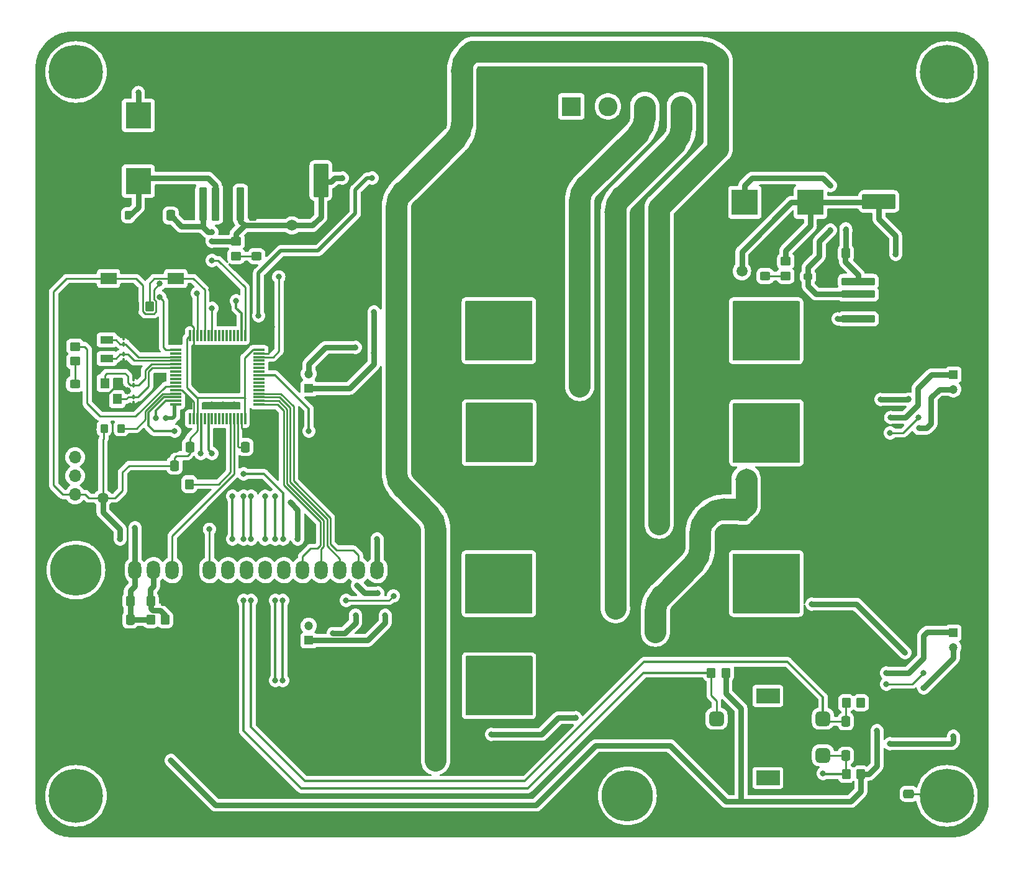
<source format=gbr>
%TF.GenerationSoftware,KiCad,Pcbnew,7.0.10*%
%TF.CreationDate,2024-06-18T13:30:51+03:00*%
%TF.ProjectId,driver-bridge-side,64726976-6572-42d6-9272-696467652d73,rev?*%
%TF.SameCoordinates,Original*%
%TF.FileFunction,Copper,L1,Top*%
%TF.FilePolarity,Positive*%
%FSLAX46Y46*%
G04 Gerber Fmt 4.6, Leading zero omitted, Abs format (unit mm)*
G04 Created by KiCad (PCBNEW 7.0.10) date 2024-06-18 13:30:51*
%MOMM*%
%LPD*%
G01*
G04 APERTURE LIST*
G04 Aperture macros list*
%AMRoundRect*
0 Rectangle with rounded corners*
0 $1 Rounding radius*
0 $2 $3 $4 $5 $6 $7 $8 $9 X,Y pos of 4 corners*
0 Add a 4 corners polygon primitive as box body*
4,1,4,$2,$3,$4,$5,$6,$7,$8,$9,$2,$3,0*
0 Add four circle primitives for the rounded corners*
1,1,$1+$1,$2,$3*
1,1,$1+$1,$4,$5*
1,1,$1+$1,$6,$7*
1,1,$1+$1,$8,$9*
0 Add four rect primitives between the rounded corners*
20,1,$1+$1,$2,$3,$4,$5,0*
20,1,$1+$1,$4,$5,$6,$7,0*
20,1,$1+$1,$6,$7,$8,$9,0*
20,1,$1+$1,$8,$9,$2,$3,0*%
G04 Aperture macros list end*
%TA.AperFunction,ComponentPad*%
%ADD10C,0.800000*%
%TD*%
%TA.AperFunction,SMDPad,CuDef*%
%ADD11C,1.500000*%
%TD*%
%TA.AperFunction,SMDPad,CuDef*%
%ADD12RoundRect,0.250000X-0.350000X-0.450000X0.350000X-0.450000X0.350000X0.450000X-0.350000X0.450000X0*%
%TD*%
%TA.AperFunction,SMDPad,CuDef*%
%ADD13RoundRect,0.250000X-0.337500X-0.475000X0.337500X-0.475000X0.337500X0.475000X-0.337500X0.475000X0*%
%TD*%
%TA.AperFunction,SMDPad,CuDef*%
%ADD14R,1.800000X1.000000*%
%TD*%
%TA.AperFunction,SMDPad,CuDef*%
%ADD15RoundRect,0.250000X-0.450000X0.325000X-0.450000X-0.325000X0.450000X-0.325000X0.450000X0.325000X0*%
%TD*%
%TA.AperFunction,SMDPad,CuDef*%
%ADD16RoundRect,0.250000X0.450000X-0.325000X0.450000X0.325000X-0.450000X0.325000X-0.450000X-0.325000X0*%
%TD*%
%TA.AperFunction,SMDPad,CuDef*%
%ADD17RoundRect,0.250000X0.350000X0.450000X-0.350000X0.450000X-0.350000X-0.450000X0.350000X-0.450000X0*%
%TD*%
%TA.AperFunction,SMDPad,CuDef*%
%ADD18RoundRect,0.250000X0.337500X0.475000X-0.337500X0.475000X-0.337500X-0.475000X0.337500X-0.475000X0*%
%TD*%
%TA.AperFunction,ComponentPad*%
%ADD19C,7.000000*%
%TD*%
%TA.AperFunction,ComponentPad*%
%ADD20C,7.400000*%
%TD*%
%TA.AperFunction,SMDPad,CuDef*%
%ADD21RoundRect,0.250000X-0.475000X0.337500X-0.475000X-0.337500X0.475000X-0.337500X0.475000X0.337500X0*%
%TD*%
%TA.AperFunction,SMDPad,CuDef*%
%ADD22RoundRect,0.250000X0.450000X-0.350000X0.450000X0.350000X-0.450000X0.350000X-0.450000X-0.350000X0*%
%TD*%
%TA.AperFunction,SMDPad,CuDef*%
%ADD23RoundRect,0.225000X0.375000X-0.225000X0.375000X0.225000X-0.375000X0.225000X-0.375000X-0.225000X0*%
%TD*%
%TA.AperFunction,SMDPad,CuDef*%
%ADD24RoundRect,0.250001X0.799999X-2.049999X0.799999X2.049999X-0.799999X2.049999X-0.799999X-2.049999X0*%
%TD*%
%TA.AperFunction,SMDPad,CuDef*%
%ADD25RoundRect,0.225000X0.225000X0.375000X-0.225000X0.375000X-0.225000X-0.375000X0.225000X-0.375000X0*%
%TD*%
%TA.AperFunction,SMDPad,CuDef*%
%ADD26R,1.200000X1.400000*%
%TD*%
%TA.AperFunction,ComponentPad*%
%ADD27R,1.700000X1.700000*%
%TD*%
%TA.AperFunction,ComponentPad*%
%ADD28O,1.700000X1.700000*%
%TD*%
%TA.AperFunction,SMDPad,CuDef*%
%ADD29RoundRect,0.250001X-2.049999X-0.799999X2.049999X-0.799999X2.049999X0.799999X-2.049999X0.799999X0*%
%TD*%
%TA.AperFunction,SMDPad,CuDef*%
%ADD30R,2.180000X1.600000*%
%TD*%
%TA.AperFunction,SMDPad,CuDef*%
%ADD31RoundRect,0.250000X0.300000X-2.050000X0.300000X2.050000X-0.300000X2.050000X-0.300000X-2.050000X0*%
%TD*%
%TA.AperFunction,SMDPad,CuDef*%
%ADD32RoundRect,0.250000X2.375000X-2.025000X2.375000X2.025000X-2.375000X2.025000X-2.375000X-2.025000X0*%
%TD*%
%TA.AperFunction,SMDPad,CuDef*%
%ADD33RoundRect,0.250002X5.149998X-4.449998X5.149998X4.449998X-5.149998X4.449998X-5.149998X-4.449998X0*%
%TD*%
%TA.AperFunction,SMDPad,CuDef*%
%ADD34RoundRect,0.249999X0.450001X1.425001X-0.450001X1.425001X-0.450001X-1.425001X0.450001X-1.425001X0*%
%TD*%
%TA.AperFunction,SMDPad,CuDef*%
%ADD35RoundRect,0.250000X-2.050000X-0.300000X2.050000X-0.300000X2.050000X0.300000X-2.050000X0.300000X0*%
%TD*%
%TA.AperFunction,SMDPad,CuDef*%
%ADD36RoundRect,0.250000X-2.025000X-2.375000X2.025000X-2.375000X2.025000X2.375000X-2.025000X2.375000X0*%
%TD*%
%TA.AperFunction,SMDPad,CuDef*%
%ADD37RoundRect,0.250002X-4.449998X-5.149998X4.449998X-5.149998X4.449998X5.149998X-4.449998X5.149998X0*%
%TD*%
%TA.AperFunction,SMDPad,CuDef*%
%ADD38R,3.200000X2.000000*%
%TD*%
%TA.AperFunction,SMDPad,CuDef*%
%ADD39RoundRect,0.500000X0.500000X0.500000X-0.500000X0.500000X-0.500000X-0.500000X0.500000X-0.500000X0*%
%TD*%
%TA.AperFunction,SMDPad,CuDef*%
%ADD40RoundRect,0.100000X0.100000X-0.217500X0.100000X0.217500X-0.100000X0.217500X-0.100000X-0.217500X0*%
%TD*%
%TA.AperFunction,SMDPad,CuDef*%
%ADD41RoundRect,0.075000X-0.700000X-0.075000X0.700000X-0.075000X0.700000X0.075000X-0.700000X0.075000X0*%
%TD*%
%TA.AperFunction,SMDPad,CuDef*%
%ADD42RoundRect,0.075000X-0.075000X-0.700000X0.075000X-0.700000X0.075000X0.700000X-0.075000X0.700000X0*%
%TD*%
%TA.AperFunction,SMDPad,CuDef*%
%ADD43RoundRect,0.250000X-0.275000X-0.350000X0.275000X-0.350000X0.275000X0.350000X-0.275000X0.350000X0*%
%TD*%
%TA.AperFunction,SMDPad,CuDef*%
%ADD44R,1.800000X2.600000*%
%TD*%
%TA.AperFunction,SMDPad,CuDef*%
%ADD45O,1.800000X2.600000*%
%TD*%
%TA.AperFunction,SMDPad,CuDef*%
%ADD46R,3.500000X3.550000*%
%TD*%
%TA.AperFunction,SMDPad,CuDef*%
%ADD47R,3.550000X3.500000*%
%TD*%
%TA.AperFunction,ComponentPad*%
%ADD48R,2.600000X2.600000*%
%TD*%
%TA.AperFunction,ComponentPad*%
%ADD49C,2.600000*%
%TD*%
%TA.AperFunction,ComponentPad*%
%ADD50R,1.200000X1.200000*%
%TD*%
%TA.AperFunction,ComponentPad*%
%ADD51C,1.200000*%
%TD*%
%TA.AperFunction,ViaPad*%
%ADD52C,0.800000*%
%TD*%
%TA.AperFunction,ViaPad*%
%ADD53C,1.000000*%
%TD*%
%TA.AperFunction,Conductor*%
%ADD54C,0.750000*%
%TD*%
%TA.AperFunction,Conductor*%
%ADD55C,0.250000*%
%TD*%
%TA.AperFunction,Conductor*%
%ADD56C,0.300000*%
%TD*%
%TA.AperFunction,Conductor*%
%ADD57C,3.000000*%
%TD*%
%TA.AperFunction,Conductor*%
%ADD58C,0.500000*%
%TD*%
G04 APERTURE END LIST*
D10*
%TO.P,,1*%
%TO.N,Motor_A+*%
X86212764Y-59398144D03*
%TD*%
%TO.P,,1*%
%TO.N,R_Shunt_B*%
X96520000Y-94996000D03*
%TD*%
D11*
%TO.P,J6,1,Pin_1*%
%TO.N,+3.3V*%
X21209000Y-75692000D03*
%TD*%
D10*
%TO.P,,1*%
%TO.N,VIN*%
X98074703Y-79246604D03*
%TD*%
D12*
%TO.P,R17,1*%
%TO.N,GND*%
X25550000Y-49530000D03*
%TO.P,R17,2*%
%TO.N,BOOT0*%
X27550000Y-49530000D03*
%TD*%
D13*
%TO.P,C32,1*%
%TO.N,GND*%
X22860472Y-92275691D03*
%TO.P,C32,2*%
%TO.N,+5V*%
X24935472Y-92275691D03*
%TD*%
D10*
%TO.P,,1*%
%TO.N,VIN*%
X97038467Y-80314939D03*
%TD*%
D13*
%TO.P,C36,1*%
%TO.N,ENC_DATA*%
X122508100Y-106172000D03*
%TO.P,C36,2*%
%TO.N,GND*%
X124583100Y-106172000D03*
%TD*%
D14*
%TO.P,Y2,1,1*%
%TO.N,Net-(U9-PC15)*%
X21750000Y-56622000D03*
%TO.P,Y2,2,2*%
%TO.N,Net-(U9-PC14)*%
X21750000Y-54122000D03*
%TD*%
D13*
%TO.P,C28,1*%
%TO.N,Net-(U9-VCAP1)*%
X40612500Y-68707000D03*
%TO.P,C28,2*%
%TO.N,GND*%
X42687500Y-68707000D03*
%TD*%
D15*
%TO.P,D3,1,K*%
%TO.N,GND*%
X111506000Y-43335000D03*
%TO.P,D3,2,A*%
%TO.N,Net-(D3-A)*%
X111506000Y-45385000D03*
%TD*%
D12*
%TO.P,R18,1*%
%TO.N,+5V*%
X27707972Y-92275691D03*
%TO.P,R18,2*%
%TO.N,Net-(DS1-VO)*%
X29707972Y-92275691D03*
%TD*%
D16*
%TO.P,D25,1,K*%
%TO.N,GND*%
X17388877Y-62189333D03*
%TO.P,D25,2,A*%
%TO.N,Net-(D25-A)*%
X17388877Y-60139333D03*
%TD*%
D17*
%TO.P,R19,1*%
%TO.N,GND*%
X29707972Y-89735691D03*
%TO.P,R19,2*%
%TO.N,Net-(DS1-VO)*%
X27707972Y-89735691D03*
%TD*%
D18*
%TO.P,C33,1*%
%TO.N,+5V*%
X24935472Y-89735691D03*
%TO.P,C33,2*%
%TO.N,GND*%
X22860472Y-89735691D03*
%TD*%
D10*
%TO.P,,1*%
%TO.N,VIN*%
X95970829Y-79270155D03*
%TD*%
D19*
%TO.P,H5,1,1*%
%TO.N,unconnected-(H5-Pad1)*%
X17526000Y-85525300D03*
%TD*%
D10*
%TO.P,V,1*%
%TO.N,Motor_A*%
X90022763Y-90766097D03*
%TD*%
%TO.P,H2,1,1*%
%TO.N,unconnected-(H2-Pad1)*%
X14751000Y-17526000D03*
X15563779Y-15563779D03*
X15563779Y-19488221D03*
X17526000Y-14751000D03*
D20*
X17526000Y-17526000D03*
D10*
X17526000Y-20301000D03*
X19488221Y-15563779D03*
X19488221Y-19488221D03*
X20301000Y-17526000D03*
%TD*%
D19*
%TO.P,H6,1,1*%
%TO.N,unconnected-(H6-Pad1)*%
X92710000Y-116332000D03*
%TD*%
D10*
%TO.P,V,1*%
%TO.N,Motor_A*%
X91090401Y-91810881D03*
%TD*%
D13*
%TO.P,C31,1*%
%TO.N,+3.3V*%
X30972500Y-71247000D03*
%TO.P,C31,2*%
%TO.N,GND*%
X33047500Y-71247000D03*
%TD*%
D21*
%TO.P,C4,1*%
%TO.N,Net-(C4-Pad1)*%
X131064000Y-116056500D03*
%TO.P,C4,2*%
%TO.N,GND*%
X131064000Y-118131500D03*
%TD*%
D10*
%TO.P,H4,1,1*%
%TO.N,Net-(C4-Pad1)*%
X133496000Y-116332000D03*
X134308779Y-114369779D03*
X134308779Y-118294221D03*
X136271000Y-113557000D03*
D20*
X136271000Y-116332000D03*
D10*
X136271000Y-119107000D03*
X138233221Y-114369779D03*
X138233221Y-118294221D03*
X139046000Y-116332000D03*
%TD*%
D11*
%TO.P,J3,1,Pin_1*%
%TO.N,+5V*%
X46990000Y-38475000D03*
%TD*%
D12*
%TO.P,R16,1*%
%TO.N,GND*%
X30980000Y-73787000D03*
%TO.P,R16,2*%
%TO.N,PB2*%
X32980000Y-73787000D03*
%TD*%
D10*
%TO.P,,1*%
%TO.N,VIN*%
X62253027Y-71341115D03*
%TD*%
%TO.P,V,1*%
%TO.N,Motor_A*%
X91079934Y-89727942D03*
%TD*%
D22*
%TO.P,R14,1*%
%TO.N,Net-(D25-A)*%
X17399000Y-57007000D03*
%TO.P,R14,2*%
%TO.N,Net-(U9-PC3)*%
X17399000Y-55007000D03*
%TD*%
%TO.P,R1,1*%
%TO.N,Net-(D3-A)*%
X114300000Y-45360000D03*
%TO.P,R1,2*%
%TO.N,+12V*%
X114300000Y-43360000D03*
%TD*%
D23*
%TO.P,D1,1,K*%
%TO.N,Net-(D1-K)*%
X117348000Y-45465000D03*
%TO.P,D1,2,A*%
%TO.N,GND*%
X117348000Y-42165000D03*
%TD*%
D12*
%TO.P,R20,1*%
%TO.N,ENC_CLK*%
X122545600Y-113385600D03*
%TO.P,R20,2*%
%TO.N,+3.3V*%
X124545600Y-113385600D03*
%TD*%
D24*
%TO.P,C6,1*%
%TO.N,+5V*%
X50927000Y-32334000D03*
%TO.P,C6,2*%
%TO.N,GND*%
X50927000Y-23534000D03*
%TD*%
D13*
%TO.P,C2,1*%
%TO.N,VIN*%
X122484867Y-42286845D03*
%TO.P,C2,2*%
%TO.N,GND*%
X124559867Y-42286845D03*
%TD*%
D25*
%TO.P,D2,1,K*%
%TO.N,Net-(D2-K)*%
X24645000Y-37084000D03*
%TO.P,D2,2,A*%
%TO.N,GND*%
X21345000Y-37084000D03*
%TD*%
D12*
%TO.P,R21,1*%
%TO.N,ENC_DATA*%
X122545600Y-103632000D03*
%TO.P,R21,2*%
%TO.N,+3.3V*%
X124545600Y-103632000D03*
%TD*%
D26*
%TO.P,Y1,1,1*%
%TO.N,Net-(U9-PH1)*%
X23150000Y-62187000D03*
%TO.P,Y1,2,2*%
%TO.N,GND*%
X23150000Y-59987000D03*
%TO.P,Y1,3,3*%
%TO.N,Net-(U9-PH0)*%
X21450000Y-59987000D03*
%TO.P,Y1,4,4*%
%TO.N,GND*%
X21450000Y-62187000D03*
%TD*%
D10*
%TO.P,H3,1,1*%
%TO.N,unconnected-(H3-Pad1)*%
X133496000Y-17526000D03*
X134308779Y-15563779D03*
X134308779Y-19488221D03*
X136271000Y-14751000D03*
D20*
X136271000Y-17526000D03*
D10*
X136271000Y-20301000D03*
X138233221Y-15563779D03*
X138233221Y-19488221D03*
X139046000Y-17526000D03*
%TD*%
%TO.P,,1*%
%TO.N,R_Shunt_B*%
X109952047Y-73087965D03*
%TD*%
D27*
%TO.P,J7,1,Pin_1*%
%TO.N,GND*%
X17399000Y-67574000D03*
D28*
%TO.P,J7,2,Pin_2*%
%TO.N,SWCLK*%
X17399000Y-70114000D03*
%TO.P,J7,3,Pin_3*%
%TO.N,SWDIO*%
X17399000Y-72654000D03*
%TO.P,J7,4,Pin_4*%
%TO.N,+3.3V*%
X17399000Y-75194000D03*
%TD*%
D29*
%TO.P,C5,1*%
%TO.N,+12V*%
X127000000Y-35200940D03*
%TO.P,C5,2*%
%TO.N,GND*%
X135800000Y-35200940D03*
%TD*%
D30*
%TO.P,SW1,1,1*%
%TO.N,+3.3V*%
X21960000Y-45720000D03*
%TO.P,SW1,2,2*%
%TO.N,BOOT0*%
X31140000Y-45720000D03*
%TD*%
D10*
%TO.P,,1*%
%TO.N,VIN*%
X97028000Y-78232000D03*
%TD*%
D17*
%TO.P,R22,1*%
%TO.N,+3.3V*%
X106150600Y-99530600D03*
%TO.P,R22,2*%
%TO.N,ENC_SW*%
X104150600Y-99530600D03*
%TD*%
D10*
%TO.P,,1*%
%TO.N,VIN*%
X66540499Y-110449266D03*
%TD*%
D31*
%TO.P,U2,1,VIN*%
%TO.N,VIN*%
X34846000Y-35554000D03*
%TO.P,U2,2,OUT*%
%TO.N,Net-(D2-K)*%
X36546000Y-35554000D03*
%TO.P,U2,3,GND*%
%TO.N,GND*%
X38246000Y-35554000D03*
D32*
X35471000Y-28829000D03*
X41021000Y-28829000D03*
D33*
X38246000Y-26404000D03*
D32*
X35471000Y-23979000D03*
X41021000Y-23979000D03*
D31*
%TO.P,U2,4,FB*%
%TO.N,+5V*%
X39946000Y-35554000D03*
%TO.P,U2,5,~{ON}/OFF*%
%TO.N,GND*%
X41646000Y-35554000D03*
%TD*%
D34*
%TO.P,R7,1*%
%TO.N,GND*%
X114529210Y-77162421D03*
%TO.P,R7,2*%
%TO.N,R_Shunt_B*%
X108429210Y-77162421D03*
%TD*%
D10*
%TO.P,,1*%
%TO.N,VIN*%
X65483328Y-111487421D03*
%TD*%
%TO.P,,1*%
%TO.N,R_Shunt_B*%
X107848173Y-73111516D03*
%TD*%
%TO.P,V,1*%
%TO.N,Motor_A*%
X92126637Y-90742546D03*
%TD*%
D35*
%TO.P,U1,1,VIN*%
%TO.N,VIN*%
X124200000Y-46130000D03*
%TO.P,U1,2,OUT*%
%TO.N,Net-(D1-K)*%
X124200000Y-47830000D03*
%TO.P,U1,3,GND*%
%TO.N,GND*%
X124200000Y-49530000D03*
D36*
X130925000Y-46755000D03*
X130925000Y-52305000D03*
D37*
X133350000Y-49530000D03*
D36*
X135775000Y-46755000D03*
X135775000Y-52305000D03*
D35*
%TO.P,U1,4,FB*%
%TO.N,+12V*%
X124200000Y-51230000D03*
%TO.P,U1,5,~{ON}/OFF*%
%TO.N,GND*%
X124200000Y-52930000D03*
%TD*%
D22*
%TO.P,R2,1*%
%TO.N,Net-(D4-A)*%
X39364000Y-42650000D03*
%TO.P,R2,2*%
%TO.N,+5V*%
X39364000Y-40650000D03*
%TD*%
D10*
%TO.P,,1*%
%TO.N,VIN*%
X61206324Y-70326511D03*
%TD*%
%TO.P,,1*%
%TO.N,R_Shunt_B*%
X97556236Y-93927665D03*
%TD*%
%TO.P,,1*%
%TO.N,Motor_A+*%
X87259467Y-60412748D03*
%TD*%
%TO.P,,1*%
%TO.N,R_Shunt_B*%
X108915811Y-74156300D03*
%TD*%
%TO.P,,1*%
%TO.N,VIN*%
X61216791Y-72409450D03*
%TD*%
D15*
%TO.P,D4,1,K*%
%TO.N,GND*%
X42164000Y-40625000D03*
%TO.P,D4,2,A*%
%TO.N,Net-(D4-A)*%
X42164000Y-42675000D03*
%TD*%
D10*
%TO.P,,1*%
%TO.N,Motor_A+*%
X85155593Y-60436299D03*
%TD*%
D38*
%TO.P,SW2,*%
%TO.N,*%
X111865600Y-113905600D03*
X111865600Y-102705600D03*
D39*
%TO.P,SW2,A,A*%
%TO.N,ENC_CLK*%
X119365600Y-110805600D03*
%TO.P,SW2,B,B*%
%TO.N,ENC_DATA*%
X119365600Y-105805600D03*
%TO.P,SW2,C,C*%
%TO.N,GND*%
X119365600Y-108305600D03*
%TO.P,SW2,S1,S1*%
%TO.N,ENC_SW*%
X104865600Y-105805600D03*
%TO.P,SW2,S2,S2*%
%TO.N,GND*%
X104865600Y-110805600D03*
%TD*%
D40*
%TO.P,C22,1*%
%TO.N,Net-(U9-PH0)*%
X25400000Y-60274500D03*
%TO.P,C22,2*%
%TO.N,GND*%
X25400000Y-59459500D03*
%TD*%
D41*
%TO.P,U9,1,VBAT*%
%TO.N,VBAT*%
X31155000Y-55432000D03*
%TO.P,U9,2,PC13*%
%TO.N,unconnected-(U9-PC13-Pad2)*%
X31155000Y-55932000D03*
%TO.P,U9,3,PC14*%
%TO.N,Net-(U9-PC14)*%
X31155000Y-56432000D03*
%TO.P,U9,4,PC15*%
%TO.N,Net-(U9-PC15)*%
X31155000Y-56932000D03*
%TO.P,U9,5,PH0*%
%TO.N,Net-(U9-PH0)*%
X31155000Y-57432000D03*
%TO.P,U9,6,PH1*%
%TO.N,Net-(U9-PH1)*%
X31155000Y-57932000D03*
%TO.P,U9,7,NRST*%
%TO.N,unconnected-(U9-NRST-Pad7)*%
X31155000Y-58432000D03*
%TO.P,U9,8,PC0*%
%TO.N,unconnected-(U9-PC0-Pad8)*%
X31155000Y-58932000D03*
%TO.P,U9,9,PC1*%
%TO.N,unconnected-(U9-PC1-Pad9)*%
X31155000Y-59432000D03*
%TO.P,U9,10,PC2*%
%TO.N,unconnected-(U9-PC2-Pad10)*%
X31155000Y-59932000D03*
%TO.P,U9,11,PC3*%
%TO.N,Net-(U9-PC3)*%
X31155000Y-60432000D03*
%TO.P,U9,12,VSSA*%
%TO.N,GND*%
X31155000Y-60932000D03*
%TO.P,U9,13,VREF+*%
%TO.N,Net-(U9-VREF+)*%
X31155000Y-61432000D03*
%TO.P,U9,14,PA0*%
%TO.N,ENC_DATA*%
X31155000Y-61932000D03*
%TO.P,U9,15,PA1*%
%TO.N,ENC_CLK*%
X31155000Y-62432000D03*
%TO.P,U9,16,PA2*%
%TO.N,AN_CURR*%
X31155000Y-62932000D03*
D42*
%TO.P,U9,17,PA3*%
%TO.N,unconnected-(U9-PA3-Pad17)*%
X33080000Y-64857000D03*
%TO.P,U9,18,VSS*%
%TO.N,GND*%
X33580000Y-64857000D03*
%TO.P,U9,19,VDD*%
%TO.N,+3.3V*%
X34080000Y-64857000D03*
%TO.P,U9,20,PA4*%
%TO.N,ENC_SW*%
X34580000Y-64857000D03*
%TO.P,U9,21,PA5*%
%TO.N,unconnected-(U9-PA5-Pad21)*%
X35080000Y-64857000D03*
%TO.P,U9,22,PA6*%
%TO.N,Sig_B*%
X35580000Y-64857000D03*
%TO.P,U9,23,PA7*%
%TO.N,unconnected-(U9-PA7-Pad23)*%
X36080000Y-64857000D03*
%TO.P,U9,24,PC4*%
%TO.N,unconnected-(U9-PC4-Pad24)*%
X36580000Y-64857000D03*
%TO.P,U9,25,PC5*%
%TO.N,unconnected-(U9-PC5-Pad25)*%
X37080000Y-64857000D03*
%TO.P,U9,26,PB0*%
%TO.N,unconnected-(U9-PB0-Pad26)*%
X37580000Y-64857000D03*
%TO.P,U9,27,PB1*%
%TO.N,unconnected-(U9-PB1-Pad27)*%
X38080000Y-64857000D03*
%TO.P,U9,28,PB2*%
%TO.N,PB2*%
X38580000Y-64857000D03*
%TO.P,U9,29,PB10*%
%TO.N,LCD_RS*%
X39080000Y-64857000D03*
%TO.P,U9,30,VCAP1*%
%TO.N,Net-(U9-VCAP1)*%
X39580000Y-64857000D03*
%TO.P,U9,31,VSS*%
%TO.N,GND*%
X40080000Y-64857000D03*
%TO.P,U9,32,VDD*%
%TO.N,+3.3V*%
X40580000Y-64857000D03*
D41*
%TO.P,U9,33,PB12*%
%TO.N,LCD_D4*%
X42505000Y-62932000D03*
%TO.P,U9,34,PB13*%
%TO.N,LCD_D5*%
X42505000Y-62432000D03*
%TO.P,U9,35,PB14*%
%TO.N,LCD_D6*%
X42505000Y-61932000D03*
%TO.P,U9,36,PB15*%
%TO.N,LCD_D7*%
X42505000Y-61432000D03*
%TO.P,U9,37,PC6*%
%TO.N,unconnected-(U9-PC6-Pad37)*%
X42505000Y-60932000D03*
%TO.P,U9,38,PC7*%
%TO.N,unconnected-(U9-PC7-Pad38)*%
X42505000Y-60432000D03*
%TO.P,U9,39,PC8*%
%TO.N,unconnected-(U9-PC8-Pad39)*%
X42505000Y-59932000D03*
%TO.P,U9,40,PC9*%
%TO.N,unconnected-(U9-PC9-Pad40)*%
X42505000Y-59432000D03*
%TO.P,U9,41,PA8*%
%TO.N,Sig_B+*%
X42505000Y-58932000D03*
%TO.P,U9,42,PA9*%
%TO.N,unconnected-(U9-PA9-Pad42)*%
X42505000Y-58432000D03*
%TO.P,U9,43,PA10*%
%TO.N,unconnected-(U9-PA10-Pad43)*%
X42505000Y-57932000D03*
%TO.P,U9,44,PA11*%
%TO.N,unconnected-(U9-PA11-Pad44)*%
X42505000Y-57432000D03*
%TO.P,U9,45,PA12*%
%TO.N,unconnected-(U9-PA12-Pad45)*%
X42505000Y-56932000D03*
%TO.P,U9,46,PA13*%
%TO.N,SWDIO*%
X42505000Y-56432000D03*
%TO.P,U9,47,VSS*%
%TO.N,GND*%
X42505000Y-55932000D03*
%TO.P,U9,48,VDD*%
%TO.N,+3.3V*%
X42505000Y-55432000D03*
D42*
%TO.P,U9,49,PA14*%
%TO.N,SWCLK*%
X40580000Y-53507000D03*
%TO.P,U9,50,PA15*%
%TO.N,Sig_A*%
X40080000Y-53507000D03*
%TO.P,U9,51,PC10*%
%TO.N,unconnected-(U9-PC10-Pad51)*%
X39580000Y-53507000D03*
%TO.P,U9,52,PC11*%
%TO.N,unconnected-(U9-PC11-Pad52)*%
X39080000Y-53507000D03*
%TO.P,U9,53,PC12*%
%TO.N,unconnected-(U9-PC12-Pad53)*%
X38580000Y-53507000D03*
%TO.P,U9,54,PD2*%
%TO.N,unconnected-(U9-PD2-Pad54)*%
X38080000Y-53507000D03*
%TO.P,U9,55,PB3*%
%TO.N,unconnected-(U9-PB3-Pad55)*%
X37580000Y-53507000D03*
%TO.P,U9,56,PB4*%
%TO.N,unconnected-(U9-PB4-Pad56)*%
X37080000Y-53507000D03*
%TO.P,U9,57,PB5*%
%TO.N,unconnected-(U9-PB5-Pad57)*%
X36580000Y-53507000D03*
%TO.P,U9,58,PB6*%
%TO.N,Sig_A+*%
X36080000Y-53507000D03*
%TO.P,U9,59,PB7*%
%TO.N,unconnected-(U9-PB7-Pad59)*%
X35580000Y-53507000D03*
%TO.P,U9,60,BOOT0*%
%TO.N,BOOT0*%
X35080000Y-53507000D03*
%TO.P,U9,61,PB8*%
%TO.N,unconnected-(U9-PB8-Pad61)*%
X34580000Y-53507000D03*
%TO.P,U9,62,PB9*%
%TO.N,LCD_E*%
X34080000Y-53507000D03*
%TO.P,U9,63,VSS*%
%TO.N,GND*%
X33580000Y-53507000D03*
%TO.P,U9,64,VDD*%
%TO.N,+3.3V*%
X33080000Y-53507000D03*
%TD*%
D13*
%TO.P,C35,1*%
%TO.N,ENC_CLK*%
X122508100Y-110845600D03*
%TO.P,C35,2*%
%TO.N,GND*%
X124583100Y-110845600D03*
%TD*%
D43*
%TO.P,L3,1*%
%TO.N,+3.3V*%
X21370000Y-66167000D03*
%TO.P,L3,2*%
%TO.N,Net-(U9-VREF+)*%
X23670000Y-66167000D03*
%TD*%
D44*
%TO.P,DS1,1,VSS*%
%TO.N,GND*%
X23025100Y-85525300D03*
D45*
%TO.P,DS1,2,VDD*%
%TO.N,+5V*%
X25565100Y-85525300D03*
%TO.P,DS1,3,VO*%
%TO.N,Net-(DS1-VO)*%
X28105100Y-85525300D03*
%TO.P,DS1,4,RS*%
%TO.N,LCD_RS*%
X30645100Y-85525300D03*
%TO.P,DS1,5,R/W*%
%TO.N,GND*%
X33185100Y-85525300D03*
%TO.P,DS1,6,E*%
%TO.N,LCD_E*%
X35725100Y-85525300D03*
%TO.P,DS1,7,D0*%
%TO.N,unconnected-(DS1-D0-Pad7)*%
X38265100Y-85525300D03*
%TO.P,DS1,8,D1*%
%TO.N,unconnected-(DS1-D1-Pad8)*%
X40805100Y-85525300D03*
%TO.P,DS1,9,D2*%
%TO.N,unconnected-(DS1-D2-Pad9)*%
X43345100Y-85525300D03*
%TO.P,DS1,10,D3*%
%TO.N,unconnected-(DS1-D3-Pad10)*%
X45885100Y-85525300D03*
%TO.P,DS1,11,D4*%
%TO.N,LCD_D4*%
X48425100Y-85525300D03*
%TO.P,DS1,12,D5*%
%TO.N,LCD_D5*%
X50965100Y-85525300D03*
%TO.P,DS1,13,D6*%
%TO.N,LCD_D6*%
X53505100Y-85525300D03*
%TO.P,DS1,14,D7*%
%TO.N,LCD_D7*%
X56045100Y-85525300D03*
%TO.P,DS1,15,LED(+)*%
%TO.N,+5V*%
X58585100Y-85525300D03*
%TO.P,DS1,16,LED(-)*%
%TO.N,GND*%
X61125100Y-85525300D03*
%TD*%
D10*
%TO.P,,1*%
%TO.N,VIN*%
X60149153Y-71364666D03*
%TD*%
%TO.P,,1*%
%TO.N,VIN*%
X67587202Y-111463870D03*
%TD*%
%TO.P,,1*%
%TO.N,VIN*%
X66550966Y-112532205D03*
%TD*%
%TO.P,,1*%
%TO.N,Motor_A+*%
X86223231Y-61481083D03*
%TD*%
%TO.P,,1*%
%TO.N,R_Shunt_B*%
X95452362Y-93951216D03*
%TD*%
%TO.P,,1*%
%TO.N,R_Shunt_B*%
X96509533Y-92913061D03*
%TD*%
D40*
%TO.P,C25,1*%
%TO.N,GND*%
X24000000Y-56899500D03*
%TO.P,C25,2*%
%TO.N,Net-(U9-PC15)*%
X24000000Y-56084500D03*
%TD*%
%TO.P,C23,1*%
%TO.N,GND*%
X25400000Y-62714500D03*
%TO.P,C23,2*%
%TO.N,Net-(U9-PH1)*%
X25400000Y-61899500D03*
%TD*%
D10*
%TO.P,H1,1,1*%
%TO.N,unconnected-(H1-Pad1)*%
X14751000Y-116332000D03*
X15563779Y-114369779D03*
X15563779Y-118294221D03*
X17526000Y-113557000D03*
D20*
X17526000Y-116332000D03*
D10*
X17526000Y-119107000D03*
X19488221Y-114369779D03*
X19488221Y-118294221D03*
X20301000Y-116332000D03*
%TD*%
%TO.P,,1*%
%TO.N,R_Shunt_B*%
X108905344Y-72073361D03*
%TD*%
D18*
%TO.P,C30,1*%
%TO.N,+3.3V*%
X33047500Y-68707000D03*
%TO.P,C30,2*%
%TO.N,GND*%
X30972500Y-68707000D03*
%TD*%
D40*
%TO.P,C24,1*%
%TO.N,Net-(U9-PC14)*%
X24000000Y-54659500D03*
%TO.P,C24,2*%
%TO.N,GND*%
X24000000Y-53844500D03*
%TD*%
D46*
%TO.P,L2,1,1*%
%TO.N,Net-(D2-K)*%
X26035000Y-32409000D03*
%TO.P,L2,2,2*%
%TO.N,+5V*%
X26035000Y-23459000D03*
%TD*%
D47*
%TO.P,L1,1,1*%
%TO.N,Net-(D1-K)*%
X108725593Y-35319845D03*
%TO.P,L1,2,2*%
%TO.N,+12V*%
X117675593Y-35319845D03*
%TD*%
D18*
%TO.P,C3,1*%
%TO.N,VIN*%
X30442500Y-37124000D03*
%TO.P,C3,2*%
%TO.N,GND*%
X28367500Y-37124000D03*
%TD*%
D11*
%TO.P,J4,1,Pin_1*%
%TO.N,+12V*%
X108331000Y-44704000D03*
%TD*%
D48*
%TO.P,J1,1,Pin_1*%
%TO.N,Motor_B*%
X85070000Y-22225000D03*
D49*
%TO.P,J1,2,Pin_2*%
%TO.N,Motor_B+*%
X90070000Y-22225000D03*
%TO.P,J1,3,Pin_3*%
%TO.N,Motor_A+*%
X95070000Y-22225000D03*
%TO.P,J1,4,Pin_4*%
%TO.N,Motor_A*%
X100070000Y-22225000D03*
%TO.P,J1,5,Pin_5*%
%TO.N,VIN*%
X105070000Y-22225000D03*
%TO.P,J1,6,Pin_6*%
%TO.N,GND*%
X110070000Y-22225000D03*
%TO.P,J1,7,Pin_7*%
X115070000Y-22225000D03*
%TD*%
D48*
%TO.P,J2,1,Pin_1*%
%TO.N,VIN*%
X70126000Y-22174000D03*
D49*
%TO.P,J2,2,Pin_2*%
%TO.N,GND*%
X75206000Y-22174000D03*
%TD*%
D50*
%TO.P,C13,1*%
%TO.N,Net-(D23-K)*%
X49276000Y-60721529D03*
D51*
%TO.P,C13,2*%
%TO.N,Motor_A+*%
X49276000Y-58721529D03*
%TD*%
D50*
%TO.P,C12,1*%
%TO.N,Net-(D6-K)*%
X137160000Y-94090160D03*
D51*
%TO.P,C12,2*%
%TO.N,Motor_B*%
X137160000Y-96090160D03*
%TD*%
D50*
%TO.P,C11,1*%
%TO.N,Net-(D5-K)*%
X49276000Y-95118600D03*
D51*
%TO.P,C11,2*%
%TO.N,Motor_A*%
X49276000Y-93118600D03*
%TD*%
D50*
%TO.P,C14,1*%
%TO.N,Net-(D24-K)*%
X137160000Y-58851401D03*
D51*
%TO.P,C14,2*%
%TO.N,Motor_B+*%
X137160000Y-60851401D03*
%TD*%
D52*
%TO.N,+3.3V*%
X124714000Y-103632000D03*
X126746000Y-107442000D03*
%TO.N,Motor_A+*%
X55626000Y-55118000D03*
%TO.N,Net-(D23-K)*%
X58166000Y-50292000D03*
%TO.N,Motor_B+*%
X131027865Y-62185561D03*
X127254000Y-62230000D03*
X132451511Y-66157511D03*
%TO.N,Motor_B*%
X117856000Y-90170000D03*
X130556000Y-96774000D03*
X133096000Y-101600000D03*
%TO.N,Motor_A*%
X55656000Y-91671000D03*
X52578000Y-94163600D03*
%TO.N,Net-(D5-K)*%
X55880000Y-87630000D03*
X58674000Y-88646000D03*
%TO.N,Net-(D8-K)*%
X60821796Y-89043784D03*
X54356000Y-89662000D03*
D53*
%TO.N,VIN*%
X77872696Y-102299427D03*
X72472696Y-64155427D03*
X72472696Y-104099427D03*
X108921696Y-84729427D03*
X114321696Y-55585427D03*
X112521696Y-86529427D03*
X108921696Y-50185427D03*
X74272696Y-64155427D03*
X112521696Y-51985427D03*
X108921696Y-55585427D03*
X114321696Y-53785427D03*
X77872696Y-104099427D03*
X76072696Y-67755427D03*
X77872696Y-64155427D03*
X108921696Y-53785427D03*
X114321696Y-50185427D03*
X74272696Y-100499427D03*
X76072696Y-69555427D03*
X108921696Y-90129427D03*
X72472696Y-98699427D03*
X77872696Y-67755427D03*
X110721696Y-84729427D03*
X72472696Y-102299427D03*
X110721696Y-53785427D03*
X112521696Y-88329427D03*
D52*
X66548000Y-111506000D03*
D53*
X114321696Y-90129427D03*
X110721696Y-88329427D03*
X110721696Y-50185427D03*
D52*
X97028000Y-79248000D03*
D53*
X74272696Y-104099427D03*
X74272696Y-98699427D03*
X112521696Y-50185427D03*
X112521696Y-90129427D03*
X76072696Y-104099427D03*
X76072696Y-102299427D03*
X74272696Y-67755427D03*
X112521696Y-53785427D03*
X77872696Y-98699427D03*
X114321696Y-88329427D03*
X112521696Y-55585427D03*
X72472696Y-67755427D03*
X76072696Y-64155427D03*
D52*
X122505378Y-39130745D03*
D53*
X108921696Y-86529427D03*
X110721696Y-55585427D03*
X72472696Y-65955427D03*
D52*
X36068000Y-39370000D03*
D53*
X114321696Y-86529427D03*
X74272696Y-69555427D03*
X76072696Y-98699427D03*
X112521696Y-84729427D03*
X108921696Y-88329427D03*
X114321696Y-84729427D03*
X77872696Y-65955427D03*
X77872696Y-69555427D03*
X72472696Y-100499427D03*
X114321696Y-51985427D03*
D52*
X61214000Y-71374000D03*
D53*
X108921696Y-51985427D03*
X110721696Y-86529427D03*
X76072696Y-100499427D03*
X76072696Y-65955427D03*
X74272696Y-102299427D03*
X110721696Y-90129427D03*
X110721696Y-51985427D03*
X77872696Y-100499427D03*
X74272696Y-65955427D03*
X72472696Y-69555427D03*
D52*
%TO.N,Net-(D1-K)*%
X120396000Y-33020000D03*
X120396000Y-39116000D03*
D53*
%TO.N,Motor_B+*%
X108921696Y-69555427D03*
X110721696Y-64155427D03*
X114321696Y-69555427D03*
X112521696Y-64155427D03*
X112521696Y-67755427D03*
X112521696Y-69555427D03*
X110721696Y-67755427D03*
X114321696Y-64155427D03*
X110721696Y-65955427D03*
X110721696Y-69555427D03*
X112521696Y-65955427D03*
X114321696Y-67755427D03*
X114321696Y-65955427D03*
X108921696Y-65955427D03*
X108921696Y-67755427D03*
X108921696Y-64155427D03*
%TO.N,Motor_A+*%
X77872696Y-50185427D03*
D52*
X86208000Y-60452000D03*
D53*
X76072696Y-50185427D03*
X76072696Y-55585427D03*
X77872696Y-53785427D03*
X72472696Y-51985427D03*
X74272696Y-50185427D03*
X72472696Y-55585427D03*
X77872696Y-55585427D03*
X72472696Y-50185427D03*
X72472696Y-53785427D03*
X76072696Y-51985427D03*
X74272696Y-55585427D03*
X77872696Y-51985427D03*
X74272696Y-51985427D03*
X76072696Y-53785427D03*
X74272696Y-53785427D03*
%TO.N,Motor_A*%
X76072696Y-90129427D03*
X76072696Y-84729427D03*
X74272696Y-90129427D03*
X77872696Y-88329427D03*
X76072696Y-86529427D03*
X77872696Y-90129427D03*
X74272696Y-88329427D03*
X77872696Y-84729427D03*
X74272696Y-86529427D03*
X72472696Y-86529427D03*
X72472696Y-90129427D03*
X74272696Y-84729427D03*
X77872696Y-86529427D03*
X76072696Y-88329427D03*
X72472696Y-84729427D03*
X72472696Y-88329427D03*
D52*
X91094316Y-90769684D03*
%TO.N,Sig_B+*%
X44704000Y-81280000D03*
X49276000Y-66548000D03*
X44704000Y-89662000D03*
X44714500Y-75426810D03*
X44704000Y-100584000D03*
%TO.N,Sig_B*%
X40386000Y-72390000D03*
X45720000Y-89662000D03*
X45720000Y-100584000D03*
X45780183Y-81280000D03*
X36068000Y-69596000D03*
%TO.N,Sig_A+*%
X36068000Y-49784000D03*
%TO.N,Sig_A*%
X43307000Y-81280000D03*
X39370000Y-48768000D03*
X43318354Y-75442409D03*
%TO.N,Net-(D5-K)*%
X59690000Y-91694000D03*
%TO.N,Net-(D6-K)*%
X128016000Y-99568000D03*
%TO.N,+12V*%
X129286000Y-42418000D03*
X85639547Y-105664930D03*
X121412000Y-51230000D03*
X128524000Y-109220000D03*
X137160000Y-108204000D03*
X46764341Y-76321133D03*
X47752000Y-81280000D03*
X74168000Y-107950000D03*
%TO.N,+5V*%
X58585100Y-81274695D03*
X36068000Y-40650000D03*
X26034236Y-20326148D03*
X25575511Y-79756000D03*
X53848000Y-32004000D03*
%TO.N,Net-(D24-K)*%
X128601304Y-64692696D03*
%TO.N,+3.3V*%
X23552855Y-81280000D03*
X30480000Y-111506000D03*
X28956000Y-46425000D03*
%TO.N,LCD_E*%
X34036000Y-47752000D03*
X35725100Y-79941588D03*
%TO.N,SWCLK*%
X36068000Y-43262417D03*
%TO.N,SWDIO*%
X45178349Y-45483934D03*
%TO.N,VBAT*%
X28956000Y-48260000D03*
%TO.N,ENC_CLK*%
X38862000Y-81280000D03*
X38862000Y-75438000D03*
X119380000Y-113284000D03*
X28448000Y-64770000D03*
%TO.N,ENC_SW*%
X34544000Y-69596000D03*
X40386000Y-89662000D03*
X40386000Y-75425790D03*
X40386000Y-81280000D03*
%TO.N,AN_CURR*%
X29746709Y-64786348D03*
X42418000Y-50800000D03*
X57912000Y-32004000D03*
%TO.N,ENC_DATA*%
X41402000Y-75417990D03*
X30988000Y-66548000D03*
X41402000Y-81280000D03*
X41402000Y-89662000D03*
D53*
%TO.N,GND*%
X78740000Y-24384000D03*
X65532000Y-43180000D03*
X28956000Y-102616000D03*
X124968000Y-81280000D03*
X17272000Y-107188000D03*
X66548000Y-72136000D03*
X128524000Y-116332000D03*
X49784000Y-101092000D03*
X60452000Y-104140000D03*
X25908000Y-16764000D03*
X77216000Y-77724000D03*
X87884000Y-77724000D03*
X53848000Y-76200000D03*
X34544000Y-60452000D03*
X15748000Y-105664000D03*
X25908000Y-18288000D03*
X37592000Y-45720000D03*
X72136000Y-32512000D03*
X123444000Y-77724000D03*
X17272000Y-93472000D03*
X17272000Y-101092000D03*
X59436000Y-28956000D03*
X72644000Y-77724000D03*
X130997399Y-42462988D03*
X52324000Y-70104000D03*
X36576000Y-18288000D03*
X100076000Y-94996000D03*
X128524000Y-117856000D03*
X37592000Y-62992000D03*
X138684000Y-77724000D03*
X133919360Y-42462988D03*
X43180000Y-100584000D03*
X44704000Y-40640000D03*
X123444000Y-72644000D03*
X34544000Y-55880000D03*
X20320000Y-105664000D03*
X40132000Y-110236000D03*
X54864000Y-18288000D03*
X60452000Y-112268000D03*
X118872000Y-94996000D03*
X36576000Y-16764000D03*
X130556000Y-24384000D03*
X28956000Y-82804000D03*
X15748000Y-48768000D03*
X119888000Y-16764000D03*
X124968000Y-71120000D03*
X57912000Y-18288000D03*
X64008000Y-43180000D03*
X54864000Y-16764000D03*
X138684000Y-76200000D03*
X100584000Y-58928000D03*
X57912000Y-39116000D03*
X72136000Y-34036000D03*
X86868000Y-118364000D03*
X112776000Y-81280000D03*
X82296000Y-118364000D03*
X37084000Y-94996000D03*
X135636000Y-88900000D03*
X52832000Y-110744000D03*
X17272000Y-48768000D03*
X130556000Y-22860000D03*
X52832000Y-105664000D03*
X44196000Y-52324000D03*
X64008000Y-47752000D03*
X24549877Y-61076433D03*
X36068000Y-55880000D03*
X130556000Y-16764000D03*
X36068000Y-47244000D03*
X15748000Y-107188000D03*
X125984000Y-22860000D03*
X55880000Y-112268000D03*
X35560000Y-104140000D03*
X93472000Y-107188000D03*
X119888000Y-24384000D03*
X124580984Y-39116000D03*
X120396000Y-54356000D03*
X65532000Y-47752000D03*
X44704000Y-34544000D03*
X124968000Y-72644000D03*
X15748000Y-37592000D03*
X43180000Y-102108000D03*
X60452000Y-105664000D03*
X54356000Y-104140000D03*
X129032000Y-18288000D03*
X44196000Y-65024000D03*
X73660000Y-34036000D03*
X60960000Y-30480000D03*
X17272000Y-102616000D03*
X48260000Y-97028000D03*
X56388000Y-39116000D03*
X30480000Y-102616000D03*
X23876000Y-69596000D03*
X44196000Y-66548000D03*
X15748000Y-28448000D03*
X78740000Y-22860000D03*
X57404000Y-112268000D03*
X51308000Y-110744000D03*
X37084000Y-104140000D03*
X121412000Y-22860000D03*
X39116000Y-58928000D03*
X57404000Y-110744000D03*
X65532000Y-46228000D03*
X124968000Y-82804000D03*
X78232000Y-29972000D03*
X138176000Y-39116000D03*
X17272000Y-28448000D03*
X17272000Y-33020000D03*
X118872000Y-96520000D03*
X91948000Y-105664000D03*
X39116000Y-57404000D03*
X137160000Y-76200000D03*
X108204000Y-81280000D03*
X120396000Y-55880000D03*
X117348000Y-81280000D03*
X34036000Y-110236000D03*
X37592000Y-47244000D03*
X17272000Y-105664000D03*
X62484000Y-18288000D03*
X100584000Y-60452000D03*
X89916000Y-96520000D03*
X44704000Y-36068000D03*
X56388000Y-40640000D03*
X55372000Y-73660000D03*
X48260000Y-105664000D03*
X57912000Y-16764000D03*
X37592000Y-60452000D03*
X137160000Y-91948000D03*
X48260000Y-101092000D03*
X15748000Y-91948000D03*
X106680000Y-81280000D03*
X27432000Y-81280000D03*
X137160000Y-87376000D03*
X138176000Y-40640000D03*
X27432000Y-18288000D03*
X123444000Y-71120000D03*
X119888000Y-22860000D03*
X20320000Y-107188000D03*
X66548000Y-70612000D03*
X64008000Y-46228000D03*
X64008000Y-41656000D03*
X15748000Y-81280000D03*
X61976000Y-110744000D03*
X93472000Y-105664000D03*
X37084000Y-91948000D03*
X20320000Y-81280000D03*
X25400000Y-68072000D03*
X100076000Y-77724000D03*
X50800000Y-70104000D03*
X47752000Y-40640000D03*
X37592000Y-55880000D03*
X135636000Y-91948000D03*
X137160000Y-88900000D03*
X121412000Y-24384000D03*
X38608000Y-110236000D03*
X40132000Y-111760000D03*
X61976000Y-104140000D03*
X15748000Y-31496000D03*
X53848000Y-70104000D03*
X124968000Y-77724000D03*
X61976000Y-112268000D03*
X39116000Y-55880000D03*
X135636000Y-87376000D03*
X36068000Y-60452000D03*
X30480000Y-18288000D03*
X138176000Y-37592000D03*
X32004000Y-16764000D03*
X127000000Y-117856000D03*
X62484000Y-16764000D03*
X59436000Y-30480000D03*
X65024000Y-70612000D03*
X17272000Y-26924000D03*
X124460000Y-32512000D03*
X25400000Y-74676000D03*
X135443360Y-42462988D03*
X35560000Y-105664000D03*
X27940000Y-116332000D03*
X35560000Y-110236000D03*
X129032000Y-24384000D03*
X51308000Y-112268000D03*
X121412000Y-16764000D03*
X23876000Y-68072000D03*
X37592000Y-58928000D03*
X34544000Y-57404000D03*
X99568000Y-118364000D03*
X64008000Y-36068000D03*
X65532000Y-36068000D03*
X73660000Y-32512000D03*
X53848000Y-77724000D03*
X35560000Y-111760000D03*
X36068000Y-62992000D03*
X17272000Y-37592000D03*
X91948000Y-107188000D03*
X124580984Y-40640000D03*
X124460000Y-22860000D03*
X25400000Y-73152000D03*
X55372000Y-76200000D03*
X15748000Y-40640000D03*
X49784000Y-97028000D03*
X106172000Y-46736000D03*
X15748000Y-36068000D03*
X115824000Y-81280000D03*
X57912000Y-40640000D03*
X30480000Y-16764000D03*
X132588000Y-81280000D03*
X15748000Y-93472000D03*
X64008000Y-18288000D03*
X32004000Y-18288000D03*
X59436000Y-16764000D03*
X71120000Y-77724000D03*
X125984000Y-18288000D03*
X49784000Y-104140000D03*
X25400000Y-69596000D03*
X23368000Y-116332000D03*
X89916000Y-94996000D03*
X64008000Y-16764000D03*
X30480000Y-104140000D03*
X17272000Y-36068000D03*
X39116000Y-60452000D03*
X17272000Y-50292000D03*
X15748000Y-50292000D03*
X65024000Y-72136000D03*
X130556000Y-18288000D03*
X48260000Y-104140000D03*
X129032000Y-16764000D03*
X102108000Y-35052000D03*
X27432000Y-82804000D03*
X124460000Y-24384000D03*
X52832000Y-104140000D03*
X134112000Y-82804000D03*
X27432000Y-16764000D03*
X49784000Y-99568000D03*
X99568000Y-116840000D03*
X125984000Y-16764000D03*
X27940000Y-54356000D03*
X124460000Y-18288000D03*
X124460000Y-16764000D03*
X65532000Y-41656000D03*
X98044000Y-118364000D03*
X78232000Y-31496000D03*
X28956000Y-81280000D03*
X53848000Y-73660000D03*
X134112000Y-81280000D03*
X49276000Y-70104000D03*
X35052000Y-16764000D03*
X100076000Y-76200000D03*
X49784000Y-105664000D03*
X42672000Y-65024000D03*
X55372000Y-77724000D03*
X124968000Y-76200000D03*
X42672000Y-66548000D03*
X15748000Y-33020000D03*
X35052000Y-18288000D03*
X123444000Y-76200000D03*
X27940000Y-114808000D03*
X83820000Y-118364000D03*
X57912000Y-24892000D03*
X38608000Y-111760000D03*
X59436000Y-18288000D03*
X17272000Y-40640000D03*
X111252000Y-81280000D03*
X37084000Y-90424000D03*
X102108000Y-36576000D03*
X22860000Y-71120000D03*
X37084000Y-105664000D03*
X98044000Y-116840000D03*
X121412000Y-18288000D03*
X91948000Y-96520000D03*
X36068000Y-45720000D03*
X129032000Y-22860000D03*
X24892000Y-116332000D03*
X36068000Y-57404000D03*
X37084000Y-96520000D03*
X34036000Y-111760000D03*
X119888000Y-18288000D03*
X59436000Y-24892000D03*
X24892000Y-114808000D03*
X137160000Y-77724000D03*
X52832000Y-112268000D03*
X23368000Y-114808000D03*
X15748000Y-102616000D03*
X125984000Y-24384000D03*
X123444000Y-82804000D03*
X127000000Y-116332000D03*
X54356000Y-105664000D03*
X48260000Y-99568000D03*
X79756000Y-31496000D03*
X15748000Y-101092000D03*
X55880000Y-110744000D03*
X34544000Y-58928000D03*
X37592000Y-57404000D03*
X60452000Y-110744000D03*
X60960000Y-28956000D03*
X15748000Y-26924000D03*
X75692000Y-77724000D03*
X79756000Y-29972000D03*
X17272000Y-91948000D03*
X36068000Y-58928000D03*
X31496000Y-52832000D03*
X61976000Y-105664000D03*
X132588000Y-82804000D03*
X39116000Y-62992000D03*
X28956000Y-104140000D03*
X91948000Y-94996000D03*
X43180000Y-105156000D03*
X123444000Y-81280000D03*
X85344000Y-118364000D03*
X17272000Y-31496000D03*
D52*
%TO.N,Net-(D23-K)*%
X58166000Y-55880000D03*
%TO.N,Net-(D10-K)*%
X133096000Y-99568000D03*
X128016000Y-101092000D03*
%TO.N,Net-(D22-K)*%
X128524000Y-66802000D03*
X132428573Y-64679355D03*
%TO.N,R_Shunt_B*%
X96520000Y-93980000D03*
X108915811Y-73140300D03*
%TD*%
D54*
%TO.N,+3.3V*%
X108204000Y-104394000D02*
X108204000Y-116840000D01*
X106150600Y-102340600D02*
X108204000Y-104394000D01*
X106150600Y-99530600D02*
X106150600Y-102340600D01*
X108204000Y-116840000D02*
X108458000Y-117094000D01*
X124714000Y-103632000D02*
X124545600Y-103632000D01*
X126746000Y-112268000D02*
X126746000Y-107442000D01*
X125628400Y-113385600D02*
X126746000Y-112268000D01*
X124545600Y-113385600D02*
X125628400Y-113385600D01*
X108458000Y-117094000D02*
X123190000Y-117094000D01*
D55*
%TO.N,ENC_SW*%
X104150600Y-102626600D02*
X104865600Y-103341600D01*
X104150600Y-99530600D02*
X104150600Y-102626600D01*
X104865600Y-103341600D02*
X104865600Y-105805600D01*
D56*
X48260000Y-115316000D02*
X40386000Y-107442000D01*
X79121000Y-115316000D02*
X48260000Y-115316000D01*
X94906400Y-99530600D02*
X79121000Y-115316000D01*
X40386000Y-107442000D02*
X40386000Y-89662000D01*
X104150600Y-99530600D02*
X94906400Y-99530600D01*
%TO.N,ENC_DATA*%
X41402000Y-106934000D02*
X41402000Y-89662000D01*
X78740000Y-114300000D02*
X48768000Y-114300000D01*
X114554000Y-98044000D02*
X94996000Y-98044000D01*
X119380000Y-102870000D02*
X114554000Y-98044000D01*
X119380000Y-105791200D02*
X119380000Y-102870000D01*
X48768000Y-114300000D02*
X41402000Y-106934000D01*
X119365600Y-105805600D02*
X119380000Y-105791200D01*
X94996000Y-98044000D02*
X78740000Y-114300000D01*
D54*
%TO.N,+12V*%
X136906000Y-109220000D02*
X137160000Y-108966000D01*
X128524000Y-109220000D02*
X136906000Y-109220000D01*
X137160000Y-108966000D02*
X137160000Y-108204000D01*
D55*
%TO.N,Net-(U9-PC3)*%
X25654000Y-64516000D02*
X29738000Y-60432000D01*
X19050000Y-62738000D02*
X20828000Y-64516000D01*
X29738000Y-60432000D02*
X31155000Y-60432000D01*
X18685000Y-55007000D02*
X19050000Y-55372000D01*
X20828000Y-64516000D02*
X25654000Y-64516000D01*
X17399000Y-55007000D02*
X18685000Y-55007000D01*
X19050000Y-55372000D02*
X19050000Y-62738000D01*
%TO.N,+3.3V*%
X21209000Y-75692000D02*
X21209000Y-67691000D01*
X21336000Y-66455000D02*
X21209000Y-66328000D01*
X21209000Y-67691000D02*
X21336000Y-67564000D01*
X21336000Y-67564000D02*
X21336000Y-66455000D01*
%TO.N,Net-(U9-VREF+)*%
X26977000Y-63819532D02*
X29364532Y-61432000D01*
X26977000Y-64971000D02*
X26977000Y-63819532D01*
X25781000Y-66167000D02*
X26977000Y-64971000D01*
X23670000Y-66167000D02*
X25781000Y-66167000D01*
X29364532Y-61432000D02*
X31155000Y-61432000D01*
D56*
%TO.N,Sig_A*%
X39370000Y-48768000D02*
X39370000Y-49784000D01*
X39370000Y-49784000D02*
X40080000Y-50494000D01*
X40080000Y-50494000D02*
X40080000Y-53507000D01*
D54*
%TO.N,Net-(D6-K)*%
X133096000Y-97536000D02*
X131064000Y-99568000D01*
X133096000Y-94488000D02*
X133096000Y-97536000D01*
X137049840Y-93980000D02*
X133604000Y-93980000D01*
X131064000Y-99568000D02*
X128016000Y-99568000D01*
X137160000Y-94090160D02*
X137049840Y-93980000D01*
X133604000Y-93980000D02*
X133096000Y-94488000D01*
%TO.N,Motor_B*%
X123952000Y-90170000D02*
X117856000Y-90170000D01*
X130556000Y-96774000D02*
X123952000Y-90170000D01*
%TO.N,+3.3V*%
X106172000Y-117094000D02*
X108458000Y-117094000D01*
X88392000Y-109474000D02*
X98552000Y-109474000D01*
X98552000Y-109474000D02*
X106172000Y-117094000D01*
X80264000Y-117602000D02*
X88392000Y-109474000D01*
X30480000Y-111506000D02*
X36576000Y-117602000D01*
X36576000Y-117602000D02*
X80264000Y-117602000D01*
%TO.N,VIN*%
X124200000Y-45206000D02*
X124200000Y-46130000D01*
X122428000Y-43434000D02*
X124200000Y-45206000D01*
X122428000Y-42343712D02*
X122428000Y-43434000D01*
X122484867Y-42286845D02*
X122428000Y-42343712D01*
%TO.N,Net-(D1-K)*%
X117348000Y-44196000D02*
X117348000Y-45465000D01*
X118872000Y-42672000D02*
X117348000Y-44196000D01*
X118872000Y-40640000D02*
X118872000Y-42672000D01*
X120396000Y-39116000D02*
X118872000Y-40640000D01*
D55*
%TO.N,Net-(D22-K)*%
X132424645Y-64679355D02*
X132428573Y-64679355D01*
X130302000Y-66802000D02*
X132424645Y-64679355D01*
X128524000Y-66802000D02*
X130302000Y-66802000D01*
D54*
%TO.N,Motor_B+*%
X135236599Y-60851401D02*
X137160000Y-60851401D01*
X134112000Y-65532000D02*
X134112000Y-61976000D01*
X134112000Y-61976000D02*
X135236599Y-60851401D01*
X132451511Y-66157511D02*
X133486489Y-66157511D01*
X133486489Y-66157511D02*
X134112000Y-65532000D01*
%TO.N,Net-(D24-K)*%
X134188599Y-58851401D02*
X137160000Y-58851401D01*
X132334000Y-62992000D02*
X132334000Y-60706000D01*
X132334000Y-60706000D02*
X134188599Y-58851401D01*
X130633304Y-64692696D02*
X132334000Y-62992000D01*
X128601304Y-64692696D02*
X130633304Y-64692696D01*
%TO.N,+12V*%
X121412000Y-51230000D02*
X124200000Y-51230000D01*
%TO.N,Net-(D23-K)*%
X58166000Y-50292000D02*
X58166000Y-55880000D01*
X58166000Y-57404000D02*
X54848471Y-60721529D01*
X54848471Y-60721529D02*
X49276000Y-60721529D01*
X58166000Y-55880000D02*
X58166000Y-57404000D01*
%TO.N,Motor_A+*%
X51562000Y-55118000D02*
X55626000Y-55118000D01*
X49276000Y-57404000D02*
X51562000Y-55118000D01*
X49276000Y-58721529D02*
X49276000Y-57404000D01*
%TO.N,Motor_B+*%
X131027865Y-62185561D02*
X130983426Y-62230000D01*
X130983426Y-62230000D02*
X127254000Y-62230000D01*
%TO.N,Motor_B*%
X133096000Y-101600000D02*
X137160000Y-97536000D01*
X137160000Y-97536000D02*
X137160000Y-96090160D01*
%TO.N,Motor_A*%
X55656000Y-92680000D02*
X54172400Y-94163600D01*
X55656000Y-91671000D02*
X55656000Y-92680000D01*
X54172400Y-94163600D02*
X52578000Y-94163600D01*
%TO.N,Net-(D5-K)*%
X56896000Y-88646000D02*
X55880000Y-87630000D01*
X58674000Y-88646000D02*
X56896000Y-88646000D01*
D55*
%TO.N,Net-(D8-K)*%
X54356000Y-89662000D02*
X60203580Y-89662000D01*
X60203580Y-89662000D02*
X60821796Y-89043784D01*
D54*
%TO.N,VIN*%
X122484867Y-38918867D02*
X122484867Y-42286845D01*
D57*
X70126000Y-22174000D02*
X70126000Y-24643359D01*
X97028000Y-79248000D02*
X97028000Y-36068000D01*
D54*
X31926500Y-38608000D02*
X34798000Y-38608000D01*
D57*
X104764680Y-15610680D02*
X105070000Y-15916000D01*
X62092680Y-74284680D02*
X65669321Y-77861321D01*
X66548000Y-79982641D02*
X66548000Y-111506000D01*
X97028000Y-36068000D02*
X105070000Y-28026000D01*
X61214000Y-71374000D02*
X61214000Y-72163359D01*
D55*
X122428000Y-38862000D02*
X122484867Y-38918867D01*
D54*
X36068000Y-39370000D02*
X35560000Y-39370000D01*
D57*
X69247320Y-26764680D02*
X62092679Y-33919321D01*
X105070000Y-15916000D02*
X105070000Y-22225000D01*
D54*
X34798000Y-38608000D02*
X34846000Y-38656000D01*
X35560000Y-39370000D02*
X34846000Y-38656000D01*
X30442500Y-37124000D02*
X31926500Y-38608000D01*
D57*
X105070000Y-28026000D02*
X105070000Y-22225000D01*
X71501000Y-14732000D02*
X102643359Y-14732000D01*
X70126000Y-22174000D02*
X70126000Y-17349641D01*
D54*
X34846000Y-38656000D02*
X34846000Y-35554000D01*
D57*
X61214000Y-36040641D02*
X61214000Y-71374000D01*
X71004680Y-15228320D02*
X71501000Y-14732000D01*
X66547971Y-79982641D02*
G75*
G03*
X65669321Y-77861321I-2999971J41D01*
G01*
X104764692Y-15610668D02*
G75*
G03*
X102643359Y-14732000I-2121392J-2121532D01*
G01*
X69247340Y-26764700D02*
G75*
G03*
X70126000Y-24643359I-2121340J2121300D01*
G01*
X62092659Y-33919301D02*
G75*
G03*
X61214000Y-36040641I2121341J-2121299D01*
G01*
X61214029Y-72163359D02*
G75*
G03*
X62092680Y-74284680I2999971J-41D01*
G01*
X71004660Y-15228300D02*
G75*
G03*
X70126000Y-17349641I2121340J-2121300D01*
G01*
D54*
%TO.N,Net-(D1-K)*%
X109728000Y-32004000D02*
X108725593Y-33006407D01*
X119380000Y-32004000D02*
X109728000Y-32004000D01*
X108725593Y-33006407D02*
X108725593Y-35319845D01*
X117348000Y-45465000D02*
X117348000Y-46736000D01*
X118442000Y-47830000D02*
X124200000Y-47830000D01*
X120396000Y-33020000D02*
X119380000Y-32004000D01*
X117348000Y-46736000D02*
X118442000Y-47830000D01*
D57*
%TO.N,Motor_A+*%
X95070000Y-23829359D02*
X95070000Y-22225000D01*
X86208000Y-60452000D02*
X86208000Y-35176641D01*
X87086680Y-33055320D02*
X94191321Y-25950679D01*
X94191341Y-25950699D02*
G75*
G03*
X95070000Y-23829359I-2121341J2121299D01*
G01*
X87086660Y-33055300D02*
G75*
G03*
X86208000Y-35176641I2121340J-2121300D01*
G01*
%TO.N,Motor_A*%
X91941458Y-34550542D02*
X91983608Y-34550542D01*
X91062778Y-90738146D02*
X91062778Y-36671863D01*
X99191321Y-27342829D02*
X99191321Y-27300679D01*
X91983608Y-34550542D02*
X99191321Y-27342829D01*
X100070000Y-25179359D02*
X100070000Y-22225000D01*
X91094316Y-90769684D02*
X91062778Y-90738146D01*
X99191341Y-27300699D02*
G75*
G03*
X100070000Y-25179359I-2121341J2121299D01*
G01*
X91941472Y-34550556D02*
G75*
G03*
X91062778Y-36671863I2121328J-2121344D01*
G01*
D56*
%TO.N,Sig_B+*%
X49276000Y-66548000D02*
X49276000Y-63500000D01*
X44714500Y-75426810D02*
X44704000Y-75437310D01*
X49276000Y-63500000D02*
X44708000Y-58932000D01*
X44708000Y-58932000D02*
X42505000Y-58932000D01*
X44704000Y-75437310D02*
X44704000Y-81280000D01*
X44704000Y-100584000D02*
X44704000Y-89662000D01*
%TO.N,Sig_B*%
X45780183Y-81280000D02*
X45780183Y-74990183D01*
X43180000Y-72390000D02*
X40386000Y-72390000D01*
X45780183Y-74990183D02*
X43180000Y-72390000D01*
X35580000Y-69108000D02*
X35580000Y-64857000D01*
X36068000Y-69596000D02*
X35580000Y-69108000D01*
X45720000Y-100584000D02*
X45720000Y-89662000D01*
D55*
%TO.N,Sig_A+*%
X36068000Y-49784000D02*
X36080000Y-49796000D01*
X36080000Y-49796000D02*
X36080000Y-53507000D01*
D56*
%TO.N,Sig_A*%
X43307000Y-75453763D02*
X43307000Y-81280000D01*
X43318354Y-75442409D02*
X43307000Y-75453763D01*
D55*
%TO.N,Net-(D4-A)*%
X39389000Y-42675000D02*
X39364000Y-42650000D01*
X42164000Y-42675000D02*
X39389000Y-42675000D01*
D54*
%TO.N,Net-(D5-K)*%
X49276000Y-95118600D02*
X57281400Y-95118600D01*
X57281400Y-95118600D02*
X59690000Y-92710000D01*
X59690000Y-92710000D02*
X59690000Y-91694000D01*
%TO.N,+12V*%
X81026000Y-107950000D02*
X74168000Y-107950000D01*
X83311070Y-105664930D02*
X81026000Y-107950000D01*
X115048155Y-35319845D02*
X117675593Y-35319845D01*
X85639547Y-105664930D02*
X83311070Y-105664930D01*
X47752000Y-77308792D02*
X46764341Y-76321133D01*
X126894940Y-35306000D02*
X117689438Y-35306000D01*
X108331000Y-42037000D02*
X115048155Y-35319845D01*
X47752000Y-81280000D02*
X47752000Y-77308792D01*
X108331000Y-44704000D02*
X108331000Y-42037000D01*
X127000000Y-37592000D02*
X127000000Y-35200940D01*
X129286000Y-42418000D02*
X129286000Y-39878000D01*
X129286000Y-39878000D02*
X127000000Y-37592000D01*
X117689438Y-35306000D02*
X117675593Y-35319845D01*
X114300000Y-41910000D02*
X114300000Y-43360000D01*
X127000000Y-35200940D02*
X126894940Y-35306000D01*
X117675593Y-38534407D02*
X114300000Y-41910000D01*
X117675593Y-35319845D02*
X117675593Y-38534407D01*
%TO.N,+5V*%
X46990000Y-38475000D02*
X40519000Y-38475000D01*
X27707972Y-92275691D02*
X24935472Y-92275691D01*
X50927000Y-37332000D02*
X49784000Y-38475000D01*
X40519000Y-38475000D02*
X39946000Y-37902000D01*
X26035000Y-23459000D02*
X26035000Y-24765000D01*
X50927000Y-32334000D02*
X50927000Y-37332000D01*
X25575511Y-85514889D02*
X25565100Y-85525300D01*
X36068000Y-40650000D02*
X39364000Y-40650000D01*
X53848000Y-32004000D02*
X52832000Y-32004000D01*
X25565100Y-87718900D02*
X25565100Y-85525300D01*
X39364000Y-39630000D02*
X39364000Y-40650000D01*
X26034236Y-20326148D02*
X26035000Y-20326912D01*
X39946000Y-37902000D02*
X39946000Y-35554000D01*
X52832000Y-32004000D02*
X52324000Y-32512000D01*
X25575511Y-79756000D02*
X25575511Y-85514889D01*
X40519000Y-38475000D02*
X39364000Y-39630000D01*
X24935472Y-89735691D02*
X24935472Y-88348528D01*
X52324000Y-32512000D02*
X51105000Y-32512000D01*
X24935472Y-88348528D02*
X25565100Y-87718900D01*
X49784000Y-38475000D02*
X46990000Y-38475000D01*
X24935472Y-92275691D02*
X24935472Y-89735691D01*
X51105000Y-32512000D02*
X50927000Y-32334000D01*
X58585100Y-85525300D02*
X58585100Y-81274695D01*
X26035000Y-20326912D02*
X26035000Y-23459000D01*
%TO.N,+3.3V*%
X21209000Y-66328000D02*
X21370000Y-66167000D01*
D55*
X32665000Y-60605000D02*
X34036000Y-61976000D01*
X40580000Y-64857000D02*
X40572402Y-64849402D01*
X28136816Y-47244184D02*
X28136816Y-48525000D01*
X22860000Y-75692000D02*
X23876000Y-74676000D01*
X40572402Y-64849402D02*
X40572402Y-56521834D01*
X23876000Y-72136000D02*
X24765000Y-71247000D01*
X33047500Y-69568500D02*
X33047500Y-68707000D01*
X15758000Y-75194000D02*
X17399000Y-75194000D01*
X31237197Y-69910553D02*
X32705447Y-69910553D01*
X28455000Y-48843184D02*
X28455000Y-50216816D01*
X28136816Y-48525000D02*
X28455000Y-48843184D01*
X28956000Y-46425000D02*
X28136816Y-47244184D01*
X40520000Y-61976000D02*
X40580000Y-62036000D01*
X26963184Y-50535000D02*
X26645000Y-50216816D01*
X25704112Y-45720000D02*
X21960000Y-45720000D01*
X17409000Y-75184000D02*
X18796000Y-75184000D01*
X32665000Y-53922000D02*
X32665000Y-60605000D01*
X21209000Y-75692000D02*
X22860000Y-75692000D01*
X28455000Y-50216816D02*
X28136816Y-50535000D01*
X21960000Y-45720000D02*
X16256000Y-45720000D01*
X17399000Y-75194000D02*
X17409000Y-75184000D01*
X33080000Y-53507000D02*
X32665000Y-53922000D01*
X28136816Y-50535000D02*
X26963184Y-50535000D01*
X33047500Y-68707000D02*
X33047500Y-67536500D01*
X30972500Y-70175250D02*
X31237197Y-69910553D01*
X34080000Y-62020000D02*
X34036000Y-61976000D01*
X14478000Y-47498000D02*
X14478000Y-73914000D01*
X23876000Y-74676000D02*
X23876000Y-72136000D01*
X34080000Y-64857000D02*
X34080000Y-62020000D01*
X18796000Y-75184000D02*
X19304000Y-75692000D01*
D54*
X21209000Y-77597000D02*
X21209000Y-75692000D01*
X23552855Y-81280000D02*
X23552855Y-79940855D01*
D55*
X33047500Y-67536500D02*
X34080000Y-66504000D01*
D54*
X124545600Y-115738400D02*
X124545600Y-113385600D01*
X123190000Y-117094000D02*
X124545600Y-115738400D01*
X23552855Y-79940855D02*
X21209000Y-77597000D01*
D55*
X34036000Y-61976000D02*
X40520000Y-61976000D01*
X26645000Y-50216816D02*
X26645000Y-46660888D01*
X41662236Y-55432000D02*
X42505000Y-55432000D01*
X30972500Y-71247000D02*
X30972500Y-70175250D01*
X24765000Y-71247000D02*
X30972500Y-71247000D01*
X32705447Y-69910553D02*
X33047500Y-69568500D01*
X34080000Y-66504000D02*
X34080000Y-64857000D01*
X19304000Y-75692000D02*
X21209000Y-75692000D01*
X14478000Y-73914000D02*
X15758000Y-75194000D01*
X26645000Y-46660888D02*
X25704112Y-45720000D01*
X16256000Y-45720000D02*
X14478000Y-47498000D01*
X40572402Y-56521834D02*
X41662236Y-55432000D01*
%TO.N,Net-(D25-A)*%
X17388877Y-60139333D02*
X17388877Y-57017123D01*
X17388877Y-57017123D02*
X17399000Y-57007000D01*
D54*
%TO.N,Net-(DS1-VO)*%
X27707972Y-90725832D02*
X27707972Y-89735691D01*
X29024691Y-91000691D02*
X27982831Y-91000691D01*
X27680870Y-88143130D02*
X28105100Y-87718900D01*
X29707972Y-92275691D02*
X29707972Y-91683972D01*
X27982831Y-91000691D02*
X27707972Y-90725832D01*
X28105100Y-87718900D02*
X28105100Y-85525300D01*
X29707972Y-91683972D02*
X29024691Y-91000691D01*
X27680870Y-89708589D02*
X27680870Y-88143130D01*
X27707972Y-89735691D02*
X27680870Y-89708589D01*
D55*
%TO.N,LCD_RS*%
X30645100Y-80860900D02*
X39080000Y-72426000D01*
X30645100Y-85525300D02*
X30645100Y-80860900D01*
X39080000Y-72426000D02*
X39080000Y-64857000D01*
%TO.N,LCD_E*%
X34036000Y-47752000D02*
X34080000Y-47796000D01*
X34080000Y-47796000D02*
X34080000Y-53507000D01*
X35725100Y-79941588D02*
X35725100Y-85525300D01*
%TO.N,LCD_D4*%
X50858000Y-78926396D02*
X45836000Y-73904396D01*
X50858000Y-82109604D02*
X50858000Y-78926396D01*
X45836000Y-63744396D02*
X45023604Y-62932000D01*
X45023604Y-62932000D02*
X42505000Y-62932000D01*
X49530000Y-82550000D02*
X50417604Y-82550000D01*
X48425100Y-83654900D02*
X49530000Y-82550000D01*
X45836000Y-73904396D02*
X45836000Y-63744396D01*
X48425100Y-85525300D02*
X48425100Y-83654900D01*
X50417604Y-82550000D02*
X50858000Y-82109604D01*
%TO.N,LCD_D5*%
X50965100Y-82638900D02*
X51308000Y-82296000D01*
X46286000Y-63558000D02*
X45160000Y-62432000D01*
X50965100Y-85525300D02*
X50965100Y-82638900D01*
X51308000Y-82296000D02*
X51308000Y-78740000D01*
X46286000Y-73718000D02*
X46286000Y-63558000D01*
X51308000Y-78740000D02*
X46286000Y-73718000D01*
X45160000Y-62432000D02*
X42505000Y-62432000D01*
%TO.N,LCD_D6*%
X53505100Y-83985100D02*
X51758000Y-82238000D01*
X46736000Y-73531604D02*
X46736000Y-63371604D01*
X46736000Y-63371604D02*
X45296396Y-61932000D01*
X51758000Y-78553604D02*
X46736000Y-73531604D01*
X51758000Y-82238000D02*
X51758000Y-78553604D01*
X53505100Y-85525300D02*
X53505100Y-83985100D01*
X45296396Y-61932000D02*
X42505000Y-61932000D01*
%TO.N,LCD_D7*%
X45432792Y-61432000D02*
X42505000Y-61432000D01*
X55350704Y-82782704D02*
X53064704Y-82782704D01*
X56045100Y-85525300D02*
X56045100Y-83477100D01*
X47186000Y-73345208D02*
X47186000Y-63185208D01*
X52208000Y-81926000D02*
X52208000Y-78367208D01*
X53064704Y-82782704D02*
X52208000Y-81926000D01*
X52208000Y-78367208D02*
X47186000Y-73345208D01*
X47186000Y-63185208D02*
X45432792Y-61432000D01*
X56045100Y-83477100D02*
X55350704Y-82782704D01*
%TO.N,SWCLK*%
X40580000Y-46930000D02*
X40580000Y-53507000D01*
X36912417Y-43262417D02*
X40580000Y-46930000D01*
X36068000Y-43262417D02*
X36912417Y-43262417D01*
%TO.N,SWDIO*%
X45212000Y-55626000D02*
X44406000Y-56432000D01*
X45212000Y-45517585D02*
X45212000Y-55626000D01*
X17399000Y-72654000D02*
X17770000Y-72654000D01*
X44406000Y-56432000D02*
X42505000Y-56432000D01*
X45178349Y-45483934D02*
X45212000Y-45517585D01*
X17770000Y-72654000D02*
X17780000Y-72644000D01*
%TO.N,PB2*%
X38580000Y-72164000D02*
X38580000Y-64857000D01*
X32980000Y-73787000D02*
X36957000Y-73787000D01*
X36957000Y-73787000D02*
X38580000Y-72164000D01*
%TO.N,BOOT0*%
X28194000Y-45720000D02*
X31140000Y-45720000D01*
X35080000Y-53507000D02*
X35080000Y-47272000D01*
X27550000Y-46364000D02*
X28194000Y-45720000D01*
X35080000Y-47272000D02*
X33528000Y-45720000D01*
X33528000Y-45720000D02*
X31140000Y-45720000D01*
X27550000Y-49530000D02*
X27550000Y-46364000D01*
%TO.N,VBAT*%
X29778000Y-55432000D02*
X29464000Y-55118000D01*
X31155000Y-55432000D02*
X29778000Y-55432000D01*
X29464000Y-48768000D02*
X28956000Y-48260000D01*
X29464000Y-55118000D02*
X29464000Y-48768000D01*
%TO.N,ENC_CLK*%
X122508100Y-113348100D02*
X122545600Y-113385600D01*
D56*
X119481600Y-113385600D02*
X119380000Y-113284000D01*
D55*
X122508100Y-110845600D02*
X122508100Y-113348100D01*
D56*
X28448000Y-64770000D02*
X28448000Y-63754000D01*
D55*
X119405600Y-110845600D02*
X119365600Y-110805600D01*
D56*
X29770000Y-62432000D02*
X31155000Y-62432000D01*
X28448000Y-63754000D02*
X29770000Y-62432000D01*
D55*
X122508100Y-110845600D02*
X119405600Y-110845600D01*
D56*
X122545600Y-113385600D02*
X119481600Y-113385600D01*
X38862000Y-81280000D02*
X38862000Y-75438000D01*
%TO.N,ENC_SW*%
X40386000Y-81280000D02*
X40386000Y-75425790D01*
X34580000Y-69560000D02*
X34580000Y-64857000D01*
X34544000Y-69596000D02*
X34580000Y-69560000D01*
D58*
%TO.N,AN_CURR*%
X45466000Y-41910000D02*
X42418000Y-44958000D01*
X57216666Y-32004000D02*
X55626000Y-33594666D01*
X42418000Y-44958000D02*
X42418000Y-50800000D01*
X30717652Y-64786348D02*
X30988000Y-64516000D01*
X57912000Y-32004000D02*
X57216666Y-32004000D01*
X55626000Y-33594666D02*
X55626000Y-36830000D01*
X29746709Y-64786348D02*
X30717652Y-64786348D01*
X50546000Y-41910000D02*
X45466000Y-41910000D01*
X30988000Y-64516000D02*
X30988000Y-63099000D01*
X55626000Y-36830000D02*
X50546000Y-41910000D01*
D56*
%TO.N,ENC_DATA*%
X27432000Y-65786000D02*
X27432000Y-64008000D01*
X29508000Y-61932000D02*
X31155000Y-61932000D01*
X28194000Y-66548000D02*
X27432000Y-65786000D01*
D55*
X119732000Y-106172000D02*
X119365600Y-105805600D01*
D56*
X41402000Y-81280000D02*
X41402000Y-75417990D01*
X27432000Y-64008000D02*
X29508000Y-61932000D01*
D55*
X122508100Y-106172000D02*
X122508100Y-103669500D01*
X122508100Y-103669500D02*
X122545600Y-103632000D01*
X122508100Y-106172000D02*
X119732000Y-106172000D01*
D56*
X30988000Y-66548000D02*
X28194000Y-66548000D01*
D55*
%TO.N,Net-(U9-PH0)*%
X21450000Y-58928000D02*
X21450000Y-59987000D01*
X21704000Y-58674000D02*
X21450000Y-58928000D01*
X24582485Y-59043985D02*
X24212500Y-58674000D01*
X25400000Y-60274500D02*
X24911506Y-60274500D01*
X24212500Y-58674000D02*
X21704000Y-58674000D01*
X27002000Y-59358000D02*
X27002000Y-58233604D01*
X26085500Y-60274500D02*
X27002000Y-59358000D01*
X24911506Y-60274500D02*
X24582485Y-59945479D01*
X27002000Y-58233604D02*
X27803604Y-57432000D01*
X24582485Y-59945479D02*
X24582485Y-59043985D01*
X27803604Y-57432000D02*
X31155000Y-57432000D01*
X25400000Y-60274500D02*
X26085500Y-60274500D01*
%TO.N,Net-(U9-PH1)*%
X27920000Y-57932000D02*
X27432000Y-58420000D01*
X31155000Y-57932000D02*
X27920000Y-57932000D01*
X23150000Y-62187000D02*
X24384000Y-62187000D01*
X25997026Y-61899500D02*
X25400000Y-61899500D01*
X27432000Y-60464526D02*
X25997026Y-61899500D01*
X24671500Y-61899500D02*
X25400000Y-61899500D01*
X27432000Y-58420000D02*
X27432000Y-60464526D01*
X24384000Y-62187000D02*
X24671500Y-61899500D01*
%TO.N,Net-(U9-PC14)*%
X26079000Y-56432000D02*
X31155000Y-56432000D01*
X23544500Y-54659500D02*
X23007000Y-54122000D01*
X24306500Y-54659500D02*
X26079000Y-56432000D01*
X24000000Y-54659500D02*
X24306500Y-54659500D01*
X23007000Y-54122000D02*
X21750000Y-54122000D01*
X24000000Y-54659500D02*
X23544500Y-54659500D01*
%TO.N,Net-(U9-PC15)*%
X23544500Y-56084500D02*
X23007000Y-56622000D01*
X25436000Y-56932000D02*
X24588500Y-56084500D01*
X24588500Y-56084500D02*
X24000000Y-56084500D01*
X31155000Y-56932000D02*
X25436000Y-56932000D01*
X23007000Y-56622000D02*
X21750000Y-56622000D01*
X24000000Y-56084500D02*
X23544500Y-56084500D01*
%TO.N,Net-(U9-VCAP1)*%
X39707000Y-68707000D02*
X39580000Y-68580000D01*
X40612500Y-68707000D02*
X39707000Y-68707000D01*
X39580000Y-68580000D02*
X39580000Y-64857000D01*
%TO.N,GND*%
X33020000Y-51816000D02*
X33580000Y-52376000D01*
X21450000Y-62187000D02*
X21450000Y-61862000D01*
X33580000Y-64857000D02*
X33580000Y-62992000D01*
D58*
X75206000Y-21866000D02*
X75184000Y-21844000D01*
D55*
X33580000Y-54916000D02*
X33580000Y-53507000D01*
X40080000Y-64857000D02*
X40080000Y-66083740D01*
X21450000Y-61862000D02*
X23150000Y-60162000D01*
X31496000Y-52324000D02*
X32004000Y-51816000D01*
X40544260Y-66548000D02*
X42672000Y-66548000D01*
X33580000Y-52376000D02*
X33580000Y-53507000D01*
X44196000Y-52324000D02*
X44196000Y-55467740D01*
X32004000Y-51816000D02*
X33020000Y-51816000D01*
X31969480Y-60932000D02*
X31155000Y-60932000D01*
X34544000Y-55880000D02*
X33580000Y-54916000D01*
X43731740Y-55932000D02*
X42505000Y-55932000D01*
X33580000Y-62992000D02*
X33580000Y-62542520D01*
X33580000Y-62542520D02*
X31969480Y-60932000D01*
X44196000Y-55467740D02*
X43731740Y-55932000D01*
X31496000Y-52832000D02*
X31496000Y-52324000D01*
D58*
X75206000Y-22174000D02*
X75206000Y-21866000D01*
D55*
X23150000Y-60162000D02*
X23150000Y-59987000D01*
X40080000Y-66083740D02*
X40544260Y-66548000D01*
D54*
%TO.N,Net-(D2-K)*%
X24645000Y-37084000D02*
X24892000Y-37084000D01*
X35560000Y-32004000D02*
X26440000Y-32004000D01*
X26440000Y-32004000D02*
X26035000Y-32409000D01*
X24892000Y-37084000D02*
X26035000Y-35941000D01*
X36546000Y-32990000D02*
X35560000Y-32004000D01*
X26035000Y-35941000D02*
X26035000Y-32409000D01*
X36546000Y-35554000D02*
X36546000Y-32990000D01*
D55*
%TO.N,Net-(D3-A)*%
X114275000Y-45385000D02*
X114300000Y-45360000D01*
X111506000Y-45385000D02*
X114275000Y-45385000D01*
%TO.N,Net-(D10-K)*%
X133096000Y-99568000D02*
X131572000Y-101092000D01*
X131572000Y-101092000D02*
X128016000Y-101092000D01*
%TO.N,Net-(C4-Pad1)*%
X135995500Y-116056500D02*
X136271000Y-116332000D01*
D54*
X136268971Y-116329971D02*
X136271000Y-116332000D01*
D55*
X131064000Y-116056500D02*
X135995500Y-116056500D01*
D57*
%TO.N,R_Shunt_B*%
X108204000Y-76937211D02*
X108429210Y-77162421D01*
X96520000Y-91158641D02*
X96520000Y-93980000D01*
X108915811Y-73140300D02*
X108915811Y-76675820D01*
X108915811Y-76675820D02*
X108429210Y-77162421D01*
X108429210Y-77162421D02*
X108383476Y-77208155D01*
X103777165Y-78086835D02*
X103494679Y-78369321D01*
X101737320Y-84698680D02*
X97398679Y-89037321D01*
X102616000Y-80490641D02*
X102616000Y-82577359D01*
X108383476Y-77208155D02*
X105898486Y-77208155D01*
X105898486Y-77208159D02*
G75*
G03*
X103777166Y-78086836I14J-3000041D01*
G01*
X97398659Y-89037301D02*
G75*
G03*
X96520000Y-91158641I2121341J-2121299D01*
G01*
X103494659Y-78369301D02*
G75*
G03*
X102616000Y-80490641I2121341J-2121299D01*
G01*
X101737340Y-84698700D02*
G75*
G03*
X102616000Y-82577359I-2121340J2121300D01*
G01*
%TD*%
%TA.AperFunction,Conductor*%
%TO.N,VIN*%
G36*
X79717518Y-97257346D02*
G01*
X79763273Y-97310150D01*
X79774479Y-97361661D01*
X79774479Y-105241661D01*
X79754794Y-105308700D01*
X79701990Y-105354455D01*
X79650479Y-105365661D01*
X70754479Y-105365661D01*
X70687440Y-105345976D01*
X70641685Y-105293172D01*
X70630479Y-105241661D01*
X70630479Y-97361661D01*
X70650164Y-97294622D01*
X70702968Y-97248867D01*
X70754479Y-97237661D01*
X79650479Y-97237661D01*
X79717518Y-97257346D01*
G37*
%TD.AperFunction*%
%TD*%
%TA.AperFunction,Conductor*%
%TO.N,Motor_A*%
G36*
X79699039Y-83331685D02*
G01*
X79744794Y-83384489D01*
X79756000Y-83436000D01*
X79756000Y-91316000D01*
X79736315Y-91383039D01*
X79683511Y-91428794D01*
X79632000Y-91440000D01*
X70736000Y-91440000D01*
X70668961Y-91420315D01*
X70623206Y-91367511D01*
X70612000Y-91316000D01*
X70612000Y-83436000D01*
X70631685Y-83368961D01*
X70684489Y-83323206D01*
X70736000Y-83312000D01*
X79632000Y-83312000D01*
X79699039Y-83331685D01*
G37*
%TD.AperFunction*%
%TD*%
%TA.AperFunction,Conductor*%
%TO.N,Motor_B+*%
G36*
X116191943Y-62746584D02*
G01*
X116237698Y-62799388D01*
X116248904Y-62850899D01*
X116248904Y-70730899D01*
X116229219Y-70797938D01*
X116176415Y-70843693D01*
X116124904Y-70854899D01*
X107228904Y-70854899D01*
X107161865Y-70835214D01*
X107116110Y-70782410D01*
X107104904Y-70730899D01*
X107104904Y-62850899D01*
X107124589Y-62783860D01*
X107177393Y-62738105D01*
X107228904Y-62726899D01*
X116124904Y-62726899D01*
X116191943Y-62746584D01*
G37*
%TD.AperFunction*%
%TD*%
%TA.AperFunction,Conductor*%
%TO.N,VIN*%
G36*
X116155914Y-83292865D02*
G01*
X116201669Y-83345669D01*
X116212875Y-83397180D01*
X116212875Y-91277180D01*
X116193190Y-91344219D01*
X116140386Y-91389974D01*
X116088875Y-91401180D01*
X107192875Y-91401180D01*
X107125836Y-91381495D01*
X107080081Y-91328691D01*
X107068875Y-91277180D01*
X107068875Y-83397180D01*
X107088560Y-83330141D01*
X107141364Y-83284386D01*
X107192875Y-83273180D01*
X116088875Y-83273180D01*
X116155914Y-83292865D01*
G37*
%TD.AperFunction*%
%TD*%
%TA.AperFunction,Conductor*%
%TO.N,VIN*%
G36*
X79734137Y-62714276D02*
G01*
X79779892Y-62767080D01*
X79791098Y-62818591D01*
X79791098Y-70698591D01*
X79771413Y-70765630D01*
X79718609Y-70811385D01*
X79667098Y-70822591D01*
X70771098Y-70822591D01*
X70704059Y-70802906D01*
X70658304Y-70750102D01*
X70647098Y-70698591D01*
X70647098Y-62818591D01*
X70666783Y-62751552D01*
X70719587Y-62705797D01*
X70771098Y-62694591D01*
X79667098Y-62694591D01*
X79734137Y-62714276D01*
G37*
%TD.AperFunction*%
%TD*%
%TA.AperFunction,Conductor*%
%TO.N,Motor_A+*%
G36*
X79699039Y-48787685D02*
G01*
X79744794Y-48840489D01*
X79756000Y-48892000D01*
X79756000Y-56772000D01*
X79736315Y-56839039D01*
X79683511Y-56884794D01*
X79632000Y-56896000D01*
X70736000Y-56896000D01*
X70668961Y-56876315D01*
X70623206Y-56823511D01*
X70612000Y-56772000D01*
X70612000Y-48892000D01*
X70631685Y-48824961D01*
X70684489Y-48779206D01*
X70736000Y-48768000D01*
X79632000Y-48768000D01*
X79699039Y-48787685D01*
G37*
%TD.AperFunction*%
%TD*%
%TA.AperFunction,Conductor*%
%TO.N,VIN*%
G36*
X116139295Y-48813482D02*
G01*
X116185050Y-48866286D01*
X116196256Y-48917797D01*
X116196256Y-56797797D01*
X116176571Y-56864836D01*
X116123767Y-56910591D01*
X116072256Y-56921797D01*
X107176256Y-56921797D01*
X107109217Y-56902112D01*
X107063462Y-56849308D01*
X107052256Y-56797797D01*
X107052256Y-48917797D01*
X107071941Y-48850758D01*
X107124745Y-48805003D01*
X107176256Y-48793797D01*
X116072256Y-48793797D01*
X116139295Y-48813482D01*
G37*
%TD.AperFunction*%
%TD*%
%TA.AperFunction,Conductor*%
%TO.N,GND*%
G36*
X20312540Y-46365185D02*
G01*
X20358295Y-46417989D01*
X20369501Y-46469500D01*
X20369501Y-46567876D01*
X20375908Y-46627483D01*
X20426202Y-46762328D01*
X20426206Y-46762335D01*
X20512452Y-46877544D01*
X20512455Y-46877547D01*
X20627664Y-46963793D01*
X20627671Y-46963797D01*
X20762517Y-47014091D01*
X20762516Y-47014091D01*
X20769444Y-47014835D01*
X20822127Y-47020500D01*
X23097872Y-47020499D01*
X23157483Y-47014091D01*
X23292331Y-46963796D01*
X23407546Y-46877546D01*
X23493796Y-46762331D01*
X23544091Y-46627483D01*
X23550500Y-46567873D01*
X23550500Y-46469500D01*
X23570185Y-46402461D01*
X23622989Y-46356706D01*
X23674500Y-46345500D01*
X25393660Y-46345500D01*
X25460699Y-46365185D01*
X25481341Y-46381819D01*
X25983181Y-46883659D01*
X26016666Y-46944982D01*
X26019500Y-46971340D01*
X26019500Y-50134071D01*
X26017775Y-50149688D01*
X26018061Y-50149715D01*
X26017326Y-50157481D01*
X26019439Y-50224688D01*
X26019500Y-50228583D01*
X26019500Y-50256173D01*
X26020003Y-50260151D01*
X26020918Y-50271783D01*
X26022290Y-50315440D01*
X26023105Y-50318247D01*
X26027880Y-50334683D01*
X26031824Y-50353727D01*
X26033736Y-50368855D01*
X26034336Y-50373608D01*
X26050414Y-50414219D01*
X26054197Y-50425268D01*
X26064678Y-50461344D01*
X26066382Y-50467206D01*
X26074099Y-50480256D01*
X26076580Y-50484450D01*
X26085138Y-50501919D01*
X26092514Y-50520548D01*
X26118181Y-50555876D01*
X26124593Y-50565637D01*
X26146828Y-50603233D01*
X26146833Y-50603240D01*
X26160990Y-50617396D01*
X26173627Y-50632191D01*
X26185406Y-50648403D01*
X26219056Y-50676241D01*
X26227696Y-50684103D01*
X26462378Y-50918784D01*
X26472201Y-50931045D01*
X26472423Y-50930863D01*
X26477395Y-50936873D01*
X26477398Y-50936877D01*
X26526408Y-50982901D01*
X26529206Y-50985613D01*
X26548706Y-51005114D01*
X26548710Y-51005117D01*
X26548713Y-51005120D01*
X26551886Y-51007581D01*
X26560758Y-51015159D01*
X26592602Y-51045062D01*
X26610160Y-51054714D01*
X26626419Y-51065395D01*
X26642248Y-51077673D01*
X26682339Y-51095021D01*
X26692810Y-51100151D01*
X26715364Y-51112550D01*
X26731086Y-51121194D01*
X26731088Y-51121195D01*
X26731092Y-51121197D01*
X26750500Y-51126180D01*
X26768903Y-51132481D01*
X26787285Y-51140436D01*
X26787286Y-51140436D01*
X26787288Y-51140437D01*
X26830434Y-51147270D01*
X26841856Y-51149636D01*
X26884165Y-51160500D01*
X26904200Y-51160500D01*
X26923598Y-51162026D01*
X26943378Y-51165159D01*
X26943379Y-51165160D01*
X26943379Y-51165159D01*
X26943380Y-51165160D01*
X26986859Y-51161050D01*
X26998528Y-51160500D01*
X28054073Y-51160500D01*
X28069693Y-51162224D01*
X28069720Y-51161939D01*
X28077476Y-51162671D01*
X28077483Y-51162673D01*
X28144689Y-51160561D01*
X28148584Y-51160500D01*
X28176162Y-51160500D01*
X28176166Y-51160500D01*
X28180140Y-51159997D01*
X28191779Y-51159080D01*
X28235443Y-51157709D01*
X28254685Y-51152117D01*
X28273728Y-51148174D01*
X28293608Y-51145664D01*
X28334217Y-51129585D01*
X28345260Y-51125803D01*
X28387206Y-51113618D01*
X28404445Y-51103422D01*
X28421919Y-51094862D01*
X28440543Y-51087488D01*
X28440543Y-51087487D01*
X28440548Y-51087486D01*
X28475899Y-51061800D01*
X28485630Y-51055408D01*
X28523236Y-51033170D01*
X28537402Y-51019003D01*
X28552197Y-51006368D01*
X28568400Y-50994596D01*
X28568399Y-50994596D01*
X28568403Y-50994594D01*
X28596253Y-50960928D01*
X28604096Y-50952309D01*
X28626821Y-50929585D01*
X28688145Y-50896101D01*
X28757836Y-50901087D01*
X28813769Y-50942960D01*
X28838184Y-51008425D01*
X28838500Y-51017268D01*
X28838500Y-55035255D01*
X28836775Y-55050872D01*
X28837061Y-55050899D01*
X28836326Y-55058665D01*
X28838439Y-55125872D01*
X28838500Y-55129767D01*
X28838500Y-55157357D01*
X28839003Y-55161335D01*
X28839918Y-55172967D01*
X28841290Y-55216624D01*
X28841291Y-55216627D01*
X28846880Y-55235867D01*
X28850824Y-55254911D01*
X28851086Y-55256980D01*
X28853336Y-55274792D01*
X28869414Y-55315403D01*
X28873197Y-55326452D01*
X28885381Y-55368388D01*
X28895580Y-55385634D01*
X28904136Y-55403100D01*
X28911514Y-55421732D01*
X28911517Y-55421736D01*
X28937180Y-55457059D01*
X28943594Y-55466822D01*
X28965828Y-55504418D01*
X28965832Y-55504423D01*
X28979990Y-55518580D01*
X28992628Y-55533376D01*
X29004405Y-55549586D01*
X29004406Y-55549587D01*
X29038056Y-55577424D01*
X29046697Y-55585287D01*
X29056229Y-55594819D01*
X29089714Y-55656142D01*
X29084730Y-55725834D01*
X29042858Y-55781767D01*
X28977394Y-55806184D01*
X28968548Y-55806500D01*
X26389452Y-55806500D01*
X26322413Y-55786815D01*
X26301771Y-55770181D01*
X25566845Y-55035255D01*
X24807303Y-54275712D01*
X24797480Y-54263450D01*
X24797259Y-54263634D01*
X24792286Y-54257622D01*
X24743276Y-54211599D01*
X24740477Y-54208886D01*
X24720977Y-54189385D01*
X24720971Y-54189380D01*
X24717786Y-54186909D01*
X24708934Y-54179348D01*
X24677082Y-54149438D01*
X24677080Y-54149436D01*
X24677077Y-54149435D01*
X24659529Y-54139788D01*
X24643263Y-54129104D01*
X24627436Y-54116827D01*
X24627435Y-54116826D01*
X24626969Y-54116625D01*
X24626576Y-54116319D01*
X24620724Y-54112858D01*
X24621170Y-54112102D01*
X24577846Y-54078312D01*
X24528283Y-54013719D01*
X24528282Y-54013718D01*
X24402841Y-53917464D01*
X24401723Y-53917001D01*
X24256762Y-53856956D01*
X24256760Y-53856955D01*
X24139361Y-53841500D01*
X23860636Y-53841500D01*
X23743241Y-53856954D01*
X23743235Y-53856956D01*
X23737265Y-53859429D01*
X23667795Y-53866893D01*
X23605318Y-53835615D01*
X23602138Y-53832546D01*
X23507802Y-53738210D01*
X23497980Y-53725950D01*
X23497759Y-53726134D01*
X23492786Y-53720122D01*
X23443776Y-53674099D01*
X23440977Y-53671386D01*
X23421477Y-53651885D01*
X23421471Y-53651880D01*
X23418286Y-53649409D01*
X23409434Y-53641848D01*
X23377582Y-53611938D01*
X23377580Y-53611936D01*
X23377577Y-53611935D01*
X23360029Y-53602288D01*
X23343763Y-53591604D01*
X23327932Y-53579324D01*
X23287849Y-53561978D01*
X23277363Y-53556841D01*
X23239094Y-53535803D01*
X23239092Y-53535802D01*
X23219693Y-53530822D01*
X23201280Y-53524518D01*
X23196224Y-53522329D01*
X23186003Y-53517906D01*
X23132297Y-53473213D01*
X23119073Y-53447440D01*
X23093797Y-53379671D01*
X23093793Y-53379664D01*
X23007547Y-53264455D01*
X23007544Y-53264452D01*
X22892335Y-53178206D01*
X22892328Y-53178202D01*
X22757482Y-53127908D01*
X22757483Y-53127908D01*
X22697883Y-53121501D01*
X22697881Y-53121500D01*
X22697873Y-53121500D01*
X22697864Y-53121500D01*
X20802129Y-53121500D01*
X20802123Y-53121501D01*
X20742516Y-53127908D01*
X20607671Y-53178202D01*
X20607664Y-53178206D01*
X20492455Y-53264452D01*
X20492452Y-53264455D01*
X20406206Y-53379664D01*
X20406202Y-53379671D01*
X20355908Y-53514517D01*
X20349501Y-53574116D01*
X20349500Y-53574135D01*
X20349500Y-54669870D01*
X20349501Y-54669876D01*
X20355908Y-54729483D01*
X20406202Y-54864328D01*
X20406206Y-54864335D01*
X20492452Y-54979544D01*
X20492455Y-54979547D01*
X20607664Y-55065793D01*
X20607671Y-55065797D01*
X20742517Y-55116091D01*
X20742516Y-55116091D01*
X20749444Y-55116835D01*
X20802127Y-55122500D01*
X22697872Y-55122499D01*
X22757483Y-55116091D01*
X22788906Y-55104371D01*
X22892329Y-55065797D01*
X22892329Y-55065796D01*
X22892331Y-55065796D01*
X22904204Y-55056907D01*
X22969666Y-55032487D01*
X23037939Y-55047336D01*
X23063403Y-55065780D01*
X23107740Y-55107416D01*
X23110536Y-55110126D01*
X23130029Y-55129619D01*
X23133196Y-55132076D01*
X23142075Y-55139660D01*
X23173915Y-55169560D01*
X23173917Y-55169561D01*
X23173918Y-55169562D01*
X23191476Y-55179214D01*
X23207735Y-55189895D01*
X23223564Y-55202173D01*
X23263647Y-55219518D01*
X23274134Y-55224656D01*
X23311564Y-55245233D01*
X23312408Y-55245697D01*
X23312412Y-55245698D01*
X23331811Y-55250679D01*
X23350209Y-55256977D01*
X23355079Y-55259084D01*
X23408786Y-55303773D01*
X23429808Y-55370405D01*
X23411469Y-55437825D01*
X23359591Y-55484627D01*
X23351472Y-55488182D01*
X23347094Y-55489915D01*
X23336054Y-55493694D01*
X23294114Y-55505879D01*
X23294110Y-55505881D01*
X23276866Y-55516079D01*
X23259405Y-55524633D01*
X23240774Y-55532010D01*
X23240762Y-55532017D01*
X23205433Y-55557685D01*
X23195673Y-55564096D01*
X23158080Y-55586329D01*
X23143914Y-55600495D01*
X23129124Y-55613127D01*
X23112914Y-55624904D01*
X23112911Y-55624907D01*
X23085073Y-55658558D01*
X23077211Y-55667197D01*
X23067743Y-55676665D01*
X23006420Y-55710150D01*
X22936728Y-55705166D01*
X22905749Y-55688249D01*
X22892332Y-55678204D01*
X22892328Y-55678202D01*
X22757482Y-55627908D01*
X22757483Y-55627908D01*
X22697883Y-55621501D01*
X22697881Y-55621500D01*
X22697873Y-55621500D01*
X22697864Y-55621500D01*
X20802129Y-55621500D01*
X20802123Y-55621501D01*
X20742516Y-55627908D01*
X20607671Y-55678202D01*
X20607664Y-55678206D01*
X20492455Y-55764452D01*
X20492452Y-55764455D01*
X20406206Y-55879664D01*
X20406202Y-55879671D01*
X20355908Y-56014517D01*
X20349501Y-56074116D01*
X20349500Y-56074135D01*
X20349500Y-57169870D01*
X20349501Y-57169876D01*
X20355908Y-57229483D01*
X20406202Y-57364328D01*
X20406206Y-57364335D01*
X20492452Y-57479544D01*
X20492455Y-57479547D01*
X20607664Y-57565793D01*
X20607671Y-57565797D01*
X20742517Y-57616091D01*
X20742516Y-57616091D01*
X20749444Y-57616835D01*
X20802127Y-57622500D01*
X22697872Y-57622499D01*
X22757483Y-57616091D01*
X22892331Y-57565796D01*
X23007546Y-57479546D01*
X23080111Y-57382612D01*
X23093794Y-57364334D01*
X23093794Y-57364333D01*
X23093796Y-57364331D01*
X23120017Y-57294027D01*
X23161886Y-57238095D01*
X23190547Y-57222070D01*
X23204407Y-57216582D01*
X23215444Y-57212803D01*
X23257390Y-57200618D01*
X23274629Y-57190422D01*
X23292103Y-57181862D01*
X23310727Y-57174488D01*
X23310727Y-57174487D01*
X23310732Y-57174486D01*
X23346083Y-57148800D01*
X23355814Y-57142408D01*
X23393420Y-57120170D01*
X23407589Y-57105999D01*
X23422379Y-57093368D01*
X23438587Y-57081594D01*
X23466438Y-57047926D01*
X23474279Y-57039309D01*
X23602138Y-56911450D01*
X23663459Y-56877967D01*
X23733151Y-56882951D01*
X23737270Y-56884572D01*
X23743238Y-56887044D01*
X23860639Y-56902500D01*
X24139360Y-56902499D01*
X24139363Y-56902499D01*
X24256753Y-56887046D01*
X24256757Y-56887044D01*
X24256762Y-56887044D01*
X24356773Y-56845617D01*
X24426243Y-56838149D01*
X24488722Y-56869424D01*
X24491907Y-56872498D01*
X24935197Y-57315788D01*
X24945022Y-57328051D01*
X24945243Y-57327869D01*
X24950211Y-57333874D01*
X24950213Y-57333876D01*
X24950214Y-57333877D01*
X24997987Y-57378739D01*
X24999222Y-57379899D01*
X25002021Y-57382612D01*
X25021522Y-57402114D01*
X25021526Y-57402117D01*
X25021529Y-57402120D01*
X25024702Y-57404581D01*
X25033574Y-57412159D01*
X25065418Y-57442062D01*
X25082976Y-57451714D01*
X25099233Y-57462393D01*
X25115064Y-57474673D01*
X25144093Y-57487235D01*
X25155152Y-57492021D01*
X25165641Y-57497160D01*
X25188627Y-57509796D01*
X25203908Y-57518197D01*
X25216523Y-57521435D01*
X25223305Y-57523177D01*
X25241719Y-57529481D01*
X25260104Y-57537438D01*
X25303261Y-57544273D01*
X25314656Y-57546632D01*
X25356981Y-57557500D01*
X25377016Y-57557500D01*
X25396413Y-57559026D01*
X25416196Y-57562160D01*
X25459675Y-57558050D01*
X25471344Y-57557500D01*
X26492296Y-57557500D01*
X26559335Y-57577185D01*
X26605090Y-57629989D01*
X26615034Y-57699147D01*
X26586009Y-57762703D01*
X26582685Y-57766387D01*
X26554097Y-57796828D01*
X26551391Y-57799620D01*
X26531889Y-57819121D01*
X26531875Y-57819138D01*
X26529407Y-57822319D01*
X26521843Y-57831174D01*
X26491937Y-57863022D01*
X26491936Y-57863024D01*
X26482284Y-57880580D01*
X26471610Y-57896830D01*
X26459329Y-57912665D01*
X26459324Y-57912672D01*
X26441975Y-57952762D01*
X26436838Y-57963248D01*
X26415803Y-58001510D01*
X26410822Y-58020911D01*
X26404521Y-58039314D01*
X26396562Y-58057706D01*
X26396561Y-58057709D01*
X26389728Y-58100847D01*
X26387360Y-58112278D01*
X26376501Y-58154575D01*
X26376500Y-58154586D01*
X26376500Y-58174620D01*
X26374973Y-58194019D01*
X26371840Y-58213798D01*
X26371840Y-58213799D01*
X26375950Y-58257278D01*
X26376500Y-58268947D01*
X26376500Y-59047546D01*
X26356815Y-59114585D01*
X26340181Y-59135227D01*
X25958942Y-59516465D01*
X25897619Y-59549950D01*
X25827927Y-59544966D01*
X25809255Y-59536168D01*
X25802834Y-59532460D01*
X25656765Y-59471957D01*
X25656760Y-59471955D01*
X25539362Y-59456500D01*
X25331985Y-59456500D01*
X25264946Y-59436815D01*
X25219191Y-59384011D01*
X25207985Y-59332500D01*
X25207985Y-59126727D01*
X25209709Y-59111107D01*
X25209424Y-59111081D01*
X25210156Y-59103325D01*
X25210158Y-59103318D01*
X25208046Y-59036111D01*
X25207985Y-59032216D01*
X25207985Y-59004639D01*
X25207985Y-59004635D01*
X25207481Y-59000650D01*
X25206565Y-58989006D01*
X25205194Y-58945358D01*
X25199607Y-58926129D01*
X25195659Y-58907069D01*
X25193148Y-58887189D01*
X25177073Y-58846589D01*
X25173289Y-58835537D01*
X25161103Y-58793594D01*
X25161101Y-58793591D01*
X25150908Y-58776356D01*
X25142346Y-58758879D01*
X25134972Y-58740254D01*
X25121366Y-58721528D01*
X25109296Y-58704915D01*
X25102890Y-58695162D01*
X25080655Y-58657565D01*
X25080654Y-58657564D01*
X25080651Y-58657560D01*
X25066492Y-58643402D01*
X25053855Y-58628607D01*
X25042079Y-58612398D01*
X25008417Y-58584550D01*
X24999787Y-58576696D01*
X24859895Y-58436804D01*
X24713305Y-58290215D01*
X24703481Y-58277952D01*
X24703260Y-58278136D01*
X24698284Y-58272121D01*
X24649276Y-58226099D01*
X24646477Y-58223386D01*
X24626977Y-58203885D01*
X24626971Y-58203880D01*
X24623786Y-58201409D01*
X24614934Y-58193848D01*
X24583082Y-58163938D01*
X24583080Y-58163936D01*
X24583077Y-58163935D01*
X24565529Y-58154288D01*
X24549263Y-58143604D01*
X24544240Y-58139708D01*
X24533436Y-58131327D01*
X24533435Y-58131326D01*
X24533432Y-58131324D01*
X24493349Y-58113978D01*
X24482863Y-58108841D01*
X24444594Y-58087803D01*
X24444592Y-58087802D01*
X24425193Y-58082822D01*
X24406781Y-58076518D01*
X24388398Y-58068562D01*
X24388392Y-58068560D01*
X24345260Y-58061729D01*
X24333822Y-58059361D01*
X24291520Y-58048500D01*
X24291519Y-58048500D01*
X24271484Y-58048500D01*
X24252086Y-58046973D01*
X24244662Y-58045797D01*
X24232305Y-58043840D01*
X24232304Y-58043840D01*
X24188825Y-58047950D01*
X24177156Y-58048500D01*
X21786737Y-58048500D01*
X21771120Y-58046776D01*
X21771093Y-58047062D01*
X21763331Y-58046327D01*
X21696144Y-58048439D01*
X21692250Y-58048500D01*
X21664650Y-58048500D01*
X21660962Y-58048965D01*
X21660649Y-58049005D01*
X21649031Y-58049918D01*
X21605373Y-58051290D01*
X21605372Y-58051290D01*
X21586129Y-58056881D01*
X21567079Y-58060825D01*
X21547211Y-58063334D01*
X21547210Y-58063335D01*
X21506600Y-58079413D01*
X21495553Y-58083195D01*
X21453610Y-58095381D01*
X21453609Y-58095382D01*
X21436367Y-58105579D01*
X21418899Y-58114137D01*
X21400269Y-58121513D01*
X21400266Y-58121515D01*
X21364939Y-58147181D01*
X21355180Y-58153592D01*
X21317579Y-58175830D01*
X21303408Y-58190000D01*
X21288623Y-58202628D01*
X21273249Y-58213799D01*
X21272412Y-58214407D01*
X21244571Y-58248059D01*
X21236711Y-58256696D01*
X21066208Y-58427199D01*
X21053951Y-58437020D01*
X21054134Y-58437241D01*
X21048122Y-58442214D01*
X21002098Y-58491223D01*
X20999391Y-58494016D01*
X20979889Y-58513517D01*
X20979875Y-58513534D01*
X20977407Y-58516715D01*
X20969843Y-58525570D01*
X20939937Y-58557418D01*
X20939936Y-58557420D01*
X20930284Y-58574976D01*
X20919610Y-58591226D01*
X20907329Y-58607061D01*
X20907324Y-58607068D01*
X20889975Y-58647158D01*
X20884838Y-58657644D01*
X20863803Y-58695907D01*
X20863010Y-58698996D01*
X20861726Y-58701151D01*
X20860932Y-58703159D01*
X20860607Y-58703030D01*
X20827268Y-58759032D01*
X20764743Y-58790214D01*
X20756162Y-58791442D01*
X20742516Y-58792909D01*
X20607671Y-58843202D01*
X20607664Y-58843206D01*
X20492455Y-58929452D01*
X20492452Y-58929455D01*
X20406206Y-59044664D01*
X20406202Y-59044671D01*
X20355908Y-59179517D01*
X20349501Y-59239116D01*
X20349500Y-59239135D01*
X20349500Y-60734870D01*
X20349501Y-60734876D01*
X20355908Y-60794483D01*
X20406202Y-60929328D01*
X20406206Y-60929335D01*
X20492452Y-61044544D01*
X20492455Y-61044547D01*
X20607664Y-61130793D01*
X20607671Y-61130797D01*
X20742517Y-61181091D01*
X20742516Y-61181091D01*
X20746516Y-61181521D01*
X20802127Y-61187500D01*
X21948933Y-61187499D01*
X22015972Y-61207184D01*
X22061727Y-61259987D01*
X22071671Y-61329146D01*
X22065116Y-61354830D01*
X22055908Y-61379517D01*
X22049501Y-61439116D01*
X22049500Y-61439135D01*
X22049500Y-62934870D01*
X22049501Y-62934876D01*
X22055908Y-62994483D01*
X22106202Y-63129328D01*
X22106206Y-63129335D01*
X22192452Y-63244544D01*
X22192455Y-63244547D01*
X22307664Y-63330793D01*
X22307671Y-63330797D01*
X22442517Y-63381091D01*
X22442516Y-63381091D01*
X22449444Y-63381835D01*
X22502127Y-63387500D01*
X23797872Y-63387499D01*
X23857483Y-63381091D01*
X23992331Y-63330796D01*
X24107546Y-63244546D01*
X24193796Y-63129331D01*
X24244091Y-62994483D01*
X24250500Y-62934873D01*
X24250500Y-62934845D01*
X24250678Y-62931548D01*
X24252127Y-62931625D01*
X24270185Y-62870129D01*
X24322989Y-62824374D01*
X24370605Y-62813229D01*
X24388055Y-62812680D01*
X24391875Y-62812561D01*
X24395768Y-62812500D01*
X24423346Y-62812500D01*
X24423350Y-62812500D01*
X24427324Y-62811997D01*
X24438963Y-62811080D01*
X24482627Y-62809709D01*
X24501869Y-62804117D01*
X24520912Y-62800174D01*
X24540792Y-62797664D01*
X24581401Y-62781585D01*
X24592444Y-62777803D01*
X24634390Y-62765618D01*
X24651629Y-62755422D01*
X24669103Y-62746862D01*
X24687727Y-62739488D01*
X24687727Y-62739487D01*
X24687732Y-62739486D01*
X24723083Y-62713800D01*
X24732814Y-62707408D01*
X24770420Y-62685170D01*
X24784589Y-62670999D01*
X24799379Y-62658368D01*
X24815587Y-62646594D01*
X24815590Y-62646589D01*
X24821274Y-62641254D01*
X24823097Y-62643196D01*
X24870334Y-62611279D01*
X24940185Y-62609670D01*
X24983484Y-62631043D01*
X24997159Y-62641536D01*
X24997163Y-62641538D01*
X25040827Y-62659624D01*
X25143238Y-62702044D01*
X25260639Y-62717500D01*
X25539360Y-62717499D01*
X25539363Y-62717499D01*
X25656753Y-62702046D01*
X25656757Y-62702044D01*
X25656762Y-62702044D01*
X25802841Y-62641536D01*
X25920810Y-62551014D01*
X25985978Y-62525822D01*
X25992390Y-62525453D01*
X26001279Y-62525174D01*
X26004904Y-62525061D01*
X26008792Y-62525000D01*
X26036372Y-62525000D01*
X26036376Y-62525000D01*
X26040350Y-62524497D01*
X26051989Y-62523580D01*
X26095653Y-62522209D01*
X26114895Y-62516617D01*
X26133938Y-62512674D01*
X26153818Y-62510164D01*
X26194427Y-62494085D01*
X26205470Y-62490303D01*
X26247416Y-62478118D01*
X26264655Y-62467922D01*
X26282129Y-62459362D01*
X26300753Y-62451988D01*
X26300753Y-62451987D01*
X26300758Y-62451986D01*
X26336109Y-62426300D01*
X26345840Y-62419908D01*
X26383446Y-62397670D01*
X26397615Y-62383499D01*
X26412405Y-62370868D01*
X26428613Y-62359094D01*
X26456464Y-62325426D01*
X26464305Y-62316809D01*
X27815786Y-60965328D01*
X27828048Y-60955506D01*
X27827865Y-60955285D01*
X27833868Y-60950317D01*
X27833877Y-60950312D01*
X27879934Y-60901265D01*
X27882582Y-60898532D01*
X27902120Y-60878996D01*
X27904570Y-60875836D01*
X27912154Y-60866955D01*
X27942062Y-60835108D01*
X27951714Y-60817549D01*
X27962389Y-60801298D01*
X27974674Y-60785462D01*
X27992030Y-60745351D01*
X27997161Y-60734880D01*
X27997166Y-60734872D01*
X28018197Y-60696618D01*
X28023180Y-60677206D01*
X28029477Y-60658817D01*
X28037438Y-60640421D01*
X28044270Y-60597274D01*
X28046639Y-60585842D01*
X28057499Y-60543548D01*
X28057500Y-60543543D01*
X28057500Y-60523509D01*
X28059027Y-60504108D01*
X28062160Y-60484330D01*
X28058050Y-60440850D01*
X28057500Y-60429181D01*
X28057500Y-58730453D01*
X28077185Y-58663414D01*
X28093820Y-58642771D01*
X28142774Y-58593818D01*
X28204097Y-58560334D01*
X28230454Y-58557500D01*
X29772440Y-58557500D01*
X29839479Y-58577185D01*
X29885234Y-58629989D01*
X29892229Y-58649461D01*
X29892363Y-58649962D01*
X29892378Y-58698313D01*
X29895374Y-58698708D01*
X29879500Y-58819272D01*
X29879500Y-59044727D01*
X29888240Y-59111107D01*
X29891415Y-59135227D01*
X29895374Y-59165292D01*
X29892399Y-59165683D01*
X29892399Y-59198316D01*
X29895374Y-59198708D01*
X29879500Y-59319272D01*
X29879500Y-59544713D01*
X29879501Y-59544730D01*
X29895317Y-59664865D01*
X29884551Y-59733900D01*
X29838171Y-59786156D01*
X29776274Y-59804989D01*
X29733408Y-59806336D01*
X29730142Y-59806439D01*
X29726250Y-59806500D01*
X29698650Y-59806500D01*
X29694962Y-59806965D01*
X29694649Y-59807005D01*
X29683031Y-59807918D01*
X29639373Y-59809290D01*
X29639372Y-59809290D01*
X29620129Y-59814881D01*
X29601079Y-59818825D01*
X29581211Y-59821334D01*
X29581210Y-59821335D01*
X29540600Y-59837413D01*
X29529553Y-59841195D01*
X29487610Y-59853381D01*
X29487609Y-59853382D01*
X29470367Y-59863579D01*
X29452899Y-59872137D01*
X29434269Y-59879513D01*
X29434266Y-59879515D01*
X29398939Y-59905181D01*
X29389180Y-59911592D01*
X29351579Y-59933830D01*
X29337408Y-59948000D01*
X29322623Y-59960628D01*
X29309893Y-59969878D01*
X29306412Y-59972407D01*
X29278571Y-60006059D01*
X29270711Y-60014696D01*
X25431228Y-63854181D01*
X25369905Y-63887666D01*
X25343547Y-63890500D01*
X21138452Y-63890500D01*
X21071413Y-63870815D01*
X21050771Y-63854181D01*
X19711819Y-62515228D01*
X19678334Y-62453905D01*
X19675500Y-62427547D01*
X19675500Y-55454742D01*
X19677224Y-55439122D01*
X19676939Y-55439096D01*
X19677671Y-55431340D01*
X19677673Y-55431333D01*
X19675561Y-55364126D01*
X19675500Y-55360231D01*
X19675500Y-55332654D01*
X19675500Y-55332650D01*
X19674996Y-55328665D01*
X19674080Y-55317021D01*
X19673664Y-55303773D01*
X19672709Y-55273373D01*
X19667122Y-55254144D01*
X19663174Y-55235084D01*
X19661857Y-55224656D01*
X19660664Y-55215208D01*
X19660663Y-55215206D01*
X19660663Y-55215204D01*
X19644588Y-55174604D01*
X19640804Y-55163552D01*
X19628618Y-55121609D01*
X19628616Y-55121606D01*
X19618423Y-55104371D01*
X19609861Y-55086894D01*
X19602487Y-55068269D01*
X19587278Y-55047336D01*
X19576811Y-55032930D01*
X19570405Y-55023177D01*
X19554971Y-54997080D01*
X19548172Y-54985583D01*
X19548166Y-54985575D01*
X19534007Y-54971417D01*
X19521370Y-54956622D01*
X19509594Y-54940413D01*
X19475932Y-54912565D01*
X19467302Y-54904711D01*
X19185806Y-54623216D01*
X19175985Y-54610957D01*
X19175764Y-54611141D01*
X19170785Y-54605122D01*
X19150192Y-54585784D01*
X19121772Y-54559096D01*
X19118975Y-54556385D01*
X19099475Y-54536883D01*
X19096292Y-54534414D01*
X19087434Y-54526848D01*
X19055582Y-54496938D01*
X19055580Y-54496936D01*
X19055577Y-54496935D01*
X19038029Y-54487288D01*
X19021763Y-54476604D01*
X19005932Y-54464324D01*
X18965849Y-54446978D01*
X18955363Y-54441841D01*
X18917094Y-54420803D01*
X18917092Y-54420802D01*
X18897693Y-54415822D01*
X18879281Y-54409518D01*
X18860898Y-54401562D01*
X18860892Y-54401560D01*
X18817760Y-54394729D01*
X18806322Y-54392361D01*
X18764020Y-54381500D01*
X18764019Y-54381500D01*
X18743984Y-54381500D01*
X18724586Y-54379973D01*
X18717162Y-54378797D01*
X18704805Y-54376840D01*
X18704804Y-54376840D01*
X18661325Y-54380950D01*
X18649656Y-54381500D01*
X18630058Y-54381500D01*
X18563019Y-54361815D01*
X18524519Y-54322597D01*
X18441712Y-54188344D01*
X18317656Y-54064288D01*
X18168334Y-53972186D01*
X18001797Y-53917001D01*
X18001795Y-53917000D01*
X17899010Y-53906500D01*
X16898998Y-53906500D01*
X16898980Y-53906501D01*
X16796203Y-53917000D01*
X16796200Y-53917001D01*
X16629668Y-53972185D01*
X16629663Y-53972187D01*
X16480342Y-54064289D01*
X16356289Y-54188342D01*
X16264187Y-54337663D01*
X16264186Y-54337666D01*
X16209001Y-54504203D01*
X16209001Y-54504204D01*
X16209000Y-54504204D01*
X16198500Y-54606983D01*
X16198500Y-55407001D01*
X16198501Y-55407019D01*
X16209000Y-55509796D01*
X16209001Y-55509799D01*
X16264185Y-55676331D01*
X16264187Y-55676336D01*
X16285044Y-55710150D01*
X16352967Y-55820272D01*
X16356289Y-55825657D01*
X16449951Y-55919319D01*
X16483436Y-55980642D01*
X16478452Y-56050334D01*
X16449951Y-56094681D01*
X16356289Y-56188342D01*
X16264187Y-56337663D01*
X16264185Y-56337668D01*
X16247150Y-56389077D01*
X16209001Y-56504203D01*
X16209001Y-56504204D01*
X16209000Y-56504204D01*
X16198500Y-56606983D01*
X16198500Y-57407001D01*
X16198501Y-57407019D01*
X16209000Y-57509796D01*
X16209001Y-57509799D01*
X16260528Y-57665295D01*
X16264186Y-57676334D01*
X16356288Y-57825656D01*
X16480344Y-57949712D01*
X16629666Y-58041814D01*
X16678382Y-58057956D01*
X16735826Y-58097728D01*
X16762649Y-58162244D01*
X16763377Y-58175662D01*
X16763377Y-58992316D01*
X16743692Y-59059355D01*
X16690888Y-59105110D01*
X16678387Y-59110019D01*
X16627969Y-59126727D01*
X16619543Y-59129519D01*
X16619540Y-59129520D01*
X16470219Y-59221622D01*
X16346166Y-59345675D01*
X16254064Y-59494996D01*
X16254062Y-59495001D01*
X16228157Y-59573177D01*
X16198878Y-59661536D01*
X16198878Y-59661537D01*
X16198877Y-59661537D01*
X16188377Y-59764316D01*
X16188377Y-60514334D01*
X16188378Y-60514352D01*
X16198877Y-60617129D01*
X16198878Y-60617132D01*
X16254062Y-60783664D01*
X16254064Y-60783669D01*
X16274967Y-60817558D01*
X16346165Y-60932989D01*
X16470221Y-61057045D01*
X16619543Y-61149147D01*
X16786080Y-61204332D01*
X16888868Y-61214833D01*
X17888885Y-61214832D01*
X17888893Y-61214831D01*
X17888896Y-61214831D01*
X17945179Y-61209081D01*
X17991674Y-61204332D01*
X18158211Y-61149147D01*
X18235405Y-61101533D01*
X18302796Y-61083094D01*
X18369459Y-61104016D01*
X18414229Y-61157658D01*
X18424500Y-61207073D01*
X18424500Y-62655255D01*
X18422775Y-62670872D01*
X18423061Y-62670899D01*
X18422326Y-62678665D01*
X18424439Y-62745872D01*
X18424500Y-62749767D01*
X18424500Y-62777357D01*
X18425003Y-62781335D01*
X18425918Y-62792967D01*
X18427290Y-62836624D01*
X18427291Y-62836627D01*
X18432880Y-62855867D01*
X18436824Y-62874911D01*
X18437854Y-62883058D01*
X18439336Y-62894792D01*
X18455414Y-62935403D01*
X18459197Y-62946452D01*
X18471381Y-62988388D01*
X18481580Y-63005634D01*
X18490136Y-63023100D01*
X18497514Y-63041732D01*
X18523181Y-63077060D01*
X18529593Y-63086821D01*
X18551828Y-63124417D01*
X18551833Y-63124424D01*
X18565990Y-63138580D01*
X18578627Y-63153375D01*
X18590406Y-63169587D01*
X18607984Y-63184129D01*
X18624057Y-63197425D01*
X18632698Y-63205288D01*
X20327194Y-64899784D01*
X20337019Y-64912048D01*
X20337240Y-64911866D01*
X20342210Y-64917874D01*
X20391239Y-64963915D01*
X20394036Y-64966626D01*
X20413530Y-64986120D01*
X20416695Y-64988575D01*
X20425571Y-64996156D01*
X20457418Y-65026062D01*
X20457422Y-65026064D01*
X20474973Y-65035713D01*
X20491231Y-65046392D01*
X20507064Y-65058674D01*
X20538456Y-65072257D01*
X20592163Y-65116945D01*
X20613185Y-65183577D01*
X20594846Y-65250997D01*
X20576892Y-65273740D01*
X20502287Y-65348345D01*
X20410187Y-65497663D01*
X20410185Y-65497668D01*
X20402184Y-65521815D01*
X20355001Y-65664203D01*
X20355001Y-65664204D01*
X20355000Y-65664204D01*
X20344500Y-65766983D01*
X20344500Y-66161352D01*
X20340836Y-66191270D01*
X20336400Y-66209111D01*
X20331243Y-66399473D01*
X20340304Y-66446698D01*
X20342279Y-66456991D01*
X20344500Y-66480355D01*
X20344500Y-66567000D01*
X20344501Y-66567019D01*
X20355000Y-66669796D01*
X20355001Y-66669799D01*
X20410185Y-66836331D01*
X20410187Y-66836336D01*
X20445069Y-66892888D01*
X20501247Y-66983969D01*
X20502289Y-66985657D01*
X20626345Y-67109713D01*
X20651594Y-67125286D01*
X20698320Y-67177232D01*
X20710500Y-67230826D01*
X20710500Y-67267549D01*
X20695160Y-67327290D01*
X20689286Y-67337974D01*
X20678609Y-67354228D01*
X20666329Y-67370060D01*
X20666324Y-67370068D01*
X20648975Y-67410158D01*
X20643838Y-67420644D01*
X20622803Y-67458906D01*
X20617822Y-67478307D01*
X20611521Y-67496710D01*
X20603562Y-67515102D01*
X20603561Y-67515105D01*
X20596728Y-67558243D01*
X20594360Y-67569674D01*
X20583501Y-67611971D01*
X20583500Y-67611982D01*
X20583500Y-67632016D01*
X20581973Y-67651415D01*
X20578840Y-67671194D01*
X20578840Y-67671195D01*
X20582950Y-67714674D01*
X20583500Y-67726343D01*
X20583500Y-74538850D01*
X20563815Y-74605889D01*
X20530623Y-74640425D01*
X20402121Y-74730402D01*
X20247402Y-74885121D01*
X20157425Y-75013623D01*
X20102848Y-75057248D01*
X20055850Y-75066500D01*
X19614453Y-75066500D01*
X19547414Y-75046815D01*
X19526772Y-75030181D01*
X19296803Y-74800212D01*
X19286980Y-74787950D01*
X19286759Y-74788134D01*
X19281786Y-74782122D01*
X19232776Y-74736099D01*
X19229977Y-74733386D01*
X19210477Y-74713885D01*
X19210471Y-74713880D01*
X19207286Y-74711409D01*
X19198434Y-74703848D01*
X19166582Y-74673938D01*
X19166580Y-74673936D01*
X19166577Y-74673935D01*
X19149029Y-74664288D01*
X19132763Y-74653604D01*
X19129291Y-74650911D01*
X19116936Y-74641327D01*
X19116935Y-74641326D01*
X19116932Y-74641324D01*
X19076849Y-74623978D01*
X19066363Y-74618841D01*
X19028094Y-74597803D01*
X19028092Y-74597802D01*
X19008693Y-74592822D01*
X18990281Y-74586518D01*
X18971898Y-74578562D01*
X18971892Y-74578560D01*
X18928760Y-74571729D01*
X18917322Y-74569361D01*
X18875020Y-74558500D01*
X18875019Y-74558500D01*
X18854984Y-74558500D01*
X18835586Y-74556973D01*
X18828162Y-74555797D01*
X18815805Y-74553840D01*
X18815804Y-74553840D01*
X18772325Y-74557950D01*
X18760656Y-74558500D01*
X18667224Y-74558500D01*
X18600185Y-74538815D01*
X18565649Y-74505623D01*
X18561079Y-74499097D01*
X18484549Y-74389799D01*
X18437494Y-74322597D01*
X18270402Y-74155506D01*
X18270396Y-74155501D01*
X18084842Y-74025575D01*
X18041217Y-73970998D01*
X18034023Y-73901500D01*
X18065546Y-73839145D01*
X18084842Y-73822425D01*
X18107026Y-73806891D01*
X18270401Y-73692495D01*
X18437495Y-73525401D01*
X18573035Y-73331830D01*
X18672903Y-73117663D01*
X18734063Y-72889408D01*
X18754659Y-72654000D01*
X18734063Y-72418592D01*
X18672989Y-72190657D01*
X18672905Y-72190344D01*
X18672904Y-72190343D01*
X18672903Y-72190337D01*
X18573035Y-71976171D01*
X18570157Y-71972060D01*
X18437494Y-71782597D01*
X18270402Y-71615506D01*
X18270396Y-71615501D01*
X18084842Y-71485575D01*
X18041217Y-71430998D01*
X18034023Y-71361500D01*
X18065546Y-71299145D01*
X18084842Y-71282425D01*
X18162343Y-71228158D01*
X18270401Y-71152495D01*
X18437495Y-70985401D01*
X18573035Y-70791830D01*
X18672903Y-70577663D01*
X18734063Y-70349408D01*
X18754659Y-70114000D01*
X18734063Y-69878592D01*
X18672989Y-69650657D01*
X18672905Y-69650344D01*
X18672904Y-69650343D01*
X18672903Y-69650337D01*
X18573035Y-69436171D01*
X18553131Y-69407744D01*
X18437494Y-69242597D01*
X18270402Y-69075506D01*
X18270395Y-69075501D01*
X18076834Y-68939967D01*
X18076830Y-68939965D01*
X18040689Y-68923112D01*
X17862663Y-68840097D01*
X17862659Y-68840096D01*
X17862655Y-68840094D01*
X17634413Y-68778938D01*
X17634403Y-68778936D01*
X17399001Y-68758341D01*
X17398999Y-68758341D01*
X17163596Y-68778936D01*
X17163586Y-68778938D01*
X16935344Y-68840094D01*
X16935335Y-68840098D01*
X16721171Y-68939964D01*
X16721169Y-68939965D01*
X16527597Y-69075505D01*
X16360505Y-69242597D01*
X16224965Y-69436169D01*
X16224964Y-69436171D01*
X16125098Y-69650335D01*
X16125094Y-69650344D01*
X16063938Y-69878586D01*
X16063936Y-69878596D01*
X16043341Y-70113999D01*
X16043341Y-70114000D01*
X16063936Y-70349403D01*
X16063938Y-70349413D01*
X16125094Y-70577655D01*
X16125096Y-70577659D01*
X16125097Y-70577663D01*
X16196552Y-70730899D01*
X16224965Y-70791830D01*
X16224967Y-70791834D01*
X16360501Y-70985395D01*
X16360506Y-70985402D01*
X16527597Y-71152493D01*
X16527603Y-71152498D01*
X16713158Y-71282425D01*
X16756783Y-71337002D01*
X16763977Y-71406500D01*
X16732454Y-71468855D01*
X16713158Y-71485575D01*
X16527597Y-71615505D01*
X16360505Y-71782597D01*
X16224965Y-71976169D01*
X16224964Y-71976171D01*
X16125098Y-72190335D01*
X16125094Y-72190344D01*
X16063938Y-72418586D01*
X16063936Y-72418596D01*
X16043341Y-72653999D01*
X16043341Y-72654000D01*
X16063936Y-72889403D01*
X16063938Y-72889413D01*
X16125094Y-73117655D01*
X16125096Y-73117659D01*
X16125097Y-73117663D01*
X16207747Y-73294905D01*
X16224965Y-73331830D01*
X16224967Y-73331834D01*
X16333281Y-73486521D01*
X16357939Y-73521737D01*
X16360501Y-73525395D01*
X16360506Y-73525402D01*
X16527597Y-73692493D01*
X16527603Y-73692498D01*
X16713158Y-73822425D01*
X16756783Y-73877002D01*
X16763977Y-73946500D01*
X16732454Y-74008855D01*
X16713158Y-74025575D01*
X16527597Y-74155505D01*
X16360505Y-74322597D01*
X16225348Y-74515623D01*
X16170771Y-74559248D01*
X16123773Y-74568500D01*
X16068453Y-74568500D01*
X16001414Y-74548815D01*
X15980772Y-74532181D01*
X15139819Y-73691228D01*
X15106334Y-73629905D01*
X15103500Y-73603547D01*
X15103500Y-47808452D01*
X15123185Y-47741413D01*
X15139819Y-47720771D01*
X16478771Y-46381819D01*
X16540094Y-46348334D01*
X16566452Y-46345500D01*
X20245501Y-46345500D01*
X20312540Y-46365185D01*
G37*
%TD.AperFunction*%
%TA.AperFunction,Conductor*%
G36*
X32641306Y-61465899D02*
G01*
X32641832Y-61466422D01*
X33418181Y-62242771D01*
X33451666Y-62304094D01*
X33454500Y-62330452D01*
X33454500Y-63474708D01*
X33434815Y-63541747D01*
X33382011Y-63587502D01*
X33312853Y-63597446D01*
X33311077Y-63597082D01*
X33192727Y-63581500D01*
X33192720Y-63581500D01*
X32967280Y-63581500D01*
X32967272Y-63581500D01*
X32854764Y-63596313D01*
X32854763Y-63596313D01*
X32714770Y-63654300D01*
X32714767Y-63654301D01*
X32714767Y-63654302D01*
X32594549Y-63746549D01*
X32529325Y-63831551D01*
X32502300Y-63866770D01*
X32444313Y-64006763D01*
X32444313Y-64006764D01*
X32429500Y-64119272D01*
X32429500Y-65594727D01*
X32444313Y-65707235D01*
X32444313Y-65707236D01*
X32497523Y-65835697D01*
X32502302Y-65847233D01*
X32594549Y-65967451D01*
X32714767Y-66059698D01*
X32854764Y-66117687D01*
X32961560Y-66131747D01*
X32967264Y-66132498D01*
X32967280Y-66132500D01*
X32967287Y-66132500D01*
X33192713Y-66132500D01*
X33192720Y-66132500D01*
X33261474Y-66123448D01*
X33330508Y-66134213D01*
X33382764Y-66180593D01*
X33401650Y-66247862D01*
X33381170Y-66314662D01*
X33365340Y-66334068D01*
X32663708Y-67035699D01*
X32651451Y-67045520D01*
X32651634Y-67045741D01*
X32645622Y-67050714D01*
X32599598Y-67099723D01*
X32596891Y-67102516D01*
X32577389Y-67122017D01*
X32577375Y-67122034D01*
X32574907Y-67125215D01*
X32567343Y-67134070D01*
X32537437Y-67165918D01*
X32537436Y-67165920D01*
X32527784Y-67183476D01*
X32517110Y-67199726D01*
X32504829Y-67215561D01*
X32504824Y-67215568D01*
X32487475Y-67255658D01*
X32482338Y-67266142D01*
X32481566Y-67267549D01*
X32461303Y-67304406D01*
X32456322Y-67323807D01*
X32450021Y-67342210D01*
X32442062Y-67360602D01*
X32442061Y-67360605D01*
X32435228Y-67403743D01*
X32432860Y-67415174D01*
X32422001Y-67457471D01*
X32422000Y-67457482D01*
X32422000Y-67458652D01*
X32421740Y-67459534D01*
X32421023Y-67465218D01*
X32420106Y-67465102D01*
X32402315Y-67525691D01*
X32363098Y-67564189D01*
X32299233Y-67603582D01*
X32241342Y-67639289D01*
X32117289Y-67763342D01*
X32025187Y-67912663D01*
X32025185Y-67912668D01*
X32013844Y-67946894D01*
X31970001Y-68079203D01*
X31970001Y-68079204D01*
X31970000Y-68079204D01*
X31959500Y-68181983D01*
X31959500Y-68181991D01*
X31959500Y-68697605D01*
X31959501Y-69161053D01*
X31939817Y-69228092D01*
X31887013Y-69273847D01*
X31835501Y-69285053D01*
X31319935Y-69285053D01*
X31304318Y-69283329D01*
X31304291Y-69283615D01*
X31296529Y-69282880D01*
X31229342Y-69284992D01*
X31225448Y-69285053D01*
X31197847Y-69285053D01*
X31194159Y-69285518D01*
X31193846Y-69285558D01*
X31182228Y-69286471D01*
X31138570Y-69287843D01*
X31138569Y-69287843D01*
X31119326Y-69293434D01*
X31100276Y-69297378D01*
X31080408Y-69299887D01*
X31080407Y-69299887D01*
X31039796Y-69315966D01*
X31028751Y-69319747D01*
X30986811Y-69331932D01*
X30986807Y-69331934D01*
X30969563Y-69342132D01*
X30952102Y-69350686D01*
X30933471Y-69358063D01*
X30933459Y-69358070D01*
X30898130Y-69383738D01*
X30888370Y-69390149D01*
X30850777Y-69412382D01*
X30836611Y-69426548D01*
X30821821Y-69439180D01*
X30805611Y-69450957D01*
X30805605Y-69450963D01*
X30777771Y-69484609D01*
X30769909Y-69493249D01*
X30588706Y-69674451D01*
X30576443Y-69684277D01*
X30576626Y-69684498D01*
X30570619Y-69689466D01*
X30524596Y-69738475D01*
X30521889Y-69741268D01*
X30502389Y-69760767D01*
X30502375Y-69760784D01*
X30499907Y-69763965D01*
X30492343Y-69772820D01*
X30462437Y-69804668D01*
X30462436Y-69804670D01*
X30452784Y-69822226D01*
X30442110Y-69838476D01*
X30429829Y-69854311D01*
X30429824Y-69854318D01*
X30412475Y-69894408D01*
X30407338Y-69904894D01*
X30386303Y-69943156D01*
X30381322Y-69962557D01*
X30375021Y-69980960D01*
X30367062Y-69999352D01*
X30367060Y-69999359D01*
X30366115Y-70005326D01*
X30336180Y-70068459D01*
X30308740Y-70091456D01*
X30166347Y-70179285D01*
X30166343Y-70179288D01*
X30042289Y-70303342D01*
X29950187Y-70452663D01*
X29950185Y-70452668D01*
X29941467Y-70478979D01*
X29925331Y-70527675D01*
X29922405Y-70536504D01*
X29882632Y-70593949D01*
X29818116Y-70620772D01*
X29804699Y-70621500D01*
X24847743Y-70621500D01*
X24832122Y-70619775D01*
X24832096Y-70620061D01*
X24824334Y-70619327D01*
X24824333Y-70619327D01*
X24778352Y-70620772D01*
X24757127Y-70621439D01*
X24753232Y-70621500D01*
X24725647Y-70621500D01*
X24721661Y-70622003D01*
X24710033Y-70622918D01*
X24666373Y-70624290D01*
X24647129Y-70629881D01*
X24628079Y-70633825D01*
X24608211Y-70636334D01*
X24608210Y-70636334D01*
X24567599Y-70652413D01*
X24556554Y-70656194D01*
X24514614Y-70668379D01*
X24514610Y-70668381D01*
X24497366Y-70678579D01*
X24479905Y-70687133D01*
X24461274Y-70694510D01*
X24461262Y-70694517D01*
X24425933Y-70720185D01*
X24416173Y-70726596D01*
X24378580Y-70748829D01*
X24364414Y-70762995D01*
X24349624Y-70775627D01*
X24333414Y-70787404D01*
X24333411Y-70787407D01*
X24305573Y-70821058D01*
X24297711Y-70829697D01*
X23492208Y-71635199D01*
X23479951Y-71645020D01*
X23480134Y-71645241D01*
X23474122Y-71650214D01*
X23428098Y-71699223D01*
X23425391Y-71702016D01*
X23405889Y-71721517D01*
X23405875Y-71721534D01*
X23403407Y-71724715D01*
X23395843Y-71733570D01*
X23365937Y-71765418D01*
X23365936Y-71765420D01*
X23356284Y-71782976D01*
X23345610Y-71799226D01*
X23333329Y-71815061D01*
X23333324Y-71815068D01*
X23315975Y-71855158D01*
X23310838Y-71865644D01*
X23289803Y-71903906D01*
X23284822Y-71923307D01*
X23278521Y-71941710D01*
X23270562Y-71960102D01*
X23270561Y-71960105D01*
X23263728Y-72003243D01*
X23261360Y-72014674D01*
X23250501Y-72056971D01*
X23250500Y-72056982D01*
X23250500Y-72077016D01*
X23248973Y-72096415D01*
X23245840Y-72116194D01*
X23245840Y-72116195D01*
X23249950Y-72159674D01*
X23250500Y-72171343D01*
X23250500Y-74365547D01*
X23230815Y-74432586D01*
X23214181Y-74453228D01*
X22637228Y-75030181D01*
X22575905Y-75063666D01*
X22549547Y-75066500D01*
X22362150Y-75066500D01*
X22295111Y-75046815D01*
X22260575Y-75013623D01*
X22170599Y-74885124D01*
X22094239Y-74808764D01*
X22015877Y-74730402D01*
X21887375Y-74640423D01*
X21843751Y-74585847D01*
X21834500Y-74538850D01*
X21834500Y-67987450D01*
X21849835Y-67927719D01*
X21855710Y-67917031D01*
X21866396Y-67900761D01*
X21878673Y-67884936D01*
X21896021Y-67844844D01*
X21901151Y-67834371D01*
X21922197Y-67796092D01*
X21927180Y-67776680D01*
X21933481Y-67758280D01*
X21941437Y-67739896D01*
X21948270Y-67696748D01*
X21950633Y-67685338D01*
X21961500Y-67643019D01*
X21961500Y-67622983D01*
X21963027Y-67603582D01*
X21966160Y-67583804D01*
X21962050Y-67540324D01*
X21961500Y-67528655D01*
X21961500Y-67272769D01*
X21981185Y-67205730D01*
X22020404Y-67167230D01*
X22035976Y-67157625D01*
X22113656Y-67109712D01*
X22237712Y-66985656D01*
X22329814Y-66836334D01*
X22384999Y-66669797D01*
X22395500Y-66567009D01*
X22395499Y-65766992D01*
X22393412Y-65746565D01*
X22384999Y-65664203D01*
X22384998Y-65664200D01*
X22379464Y-65647500D01*
X22329814Y-65497666D01*
X22237712Y-65348344D01*
X22237709Y-65348341D01*
X22233234Y-65342681D01*
X22235735Y-65340703D01*
X22209064Y-65291858D01*
X22214048Y-65222166D01*
X22255920Y-65166233D01*
X22321384Y-65141816D01*
X22330230Y-65141500D01*
X22709770Y-65141500D01*
X22776809Y-65161185D01*
X22822564Y-65213989D01*
X22832508Y-65283147D01*
X22805703Y-65341840D01*
X22806766Y-65342681D01*
X22802290Y-65348341D01*
X22802288Y-65348343D01*
X22802288Y-65348344D01*
X22798440Y-65354583D01*
X22710187Y-65497663D01*
X22710185Y-65497668D01*
X22702184Y-65521815D01*
X22655001Y-65664203D01*
X22655001Y-65664204D01*
X22655000Y-65664204D01*
X22644500Y-65766983D01*
X22644500Y-66567001D01*
X22644501Y-66567019D01*
X22655000Y-66669796D01*
X22655001Y-66669799D01*
X22710185Y-66836331D01*
X22710187Y-66836336D01*
X22745069Y-66892888D01*
X22802288Y-66985656D01*
X22926344Y-67109712D01*
X23075666Y-67201814D01*
X23242203Y-67256999D01*
X23344991Y-67267500D01*
X23995008Y-67267499D01*
X23995016Y-67267498D01*
X23995019Y-67267498D01*
X24058492Y-67261014D01*
X24097797Y-67256999D01*
X24264334Y-67201814D01*
X24413656Y-67109712D01*
X24537712Y-66985656D01*
X24620519Y-66851402D01*
X24672467Y-66804679D01*
X24726058Y-66792500D01*
X25698257Y-66792500D01*
X25713877Y-66794224D01*
X25713904Y-66793939D01*
X25721660Y-66794671D01*
X25721667Y-66794673D01*
X25788873Y-66792561D01*
X25792768Y-66792500D01*
X25820346Y-66792500D01*
X25820350Y-66792500D01*
X25824324Y-66791997D01*
X25835963Y-66791080D01*
X25879627Y-66789709D01*
X25898869Y-66784117D01*
X25917912Y-66780174D01*
X25937792Y-66777664D01*
X25978401Y-66761585D01*
X25989444Y-66757803D01*
X26031390Y-66745618D01*
X26048629Y-66735422D01*
X26066103Y-66726862D01*
X26084727Y-66719488D01*
X26084727Y-66719487D01*
X26084732Y-66719486D01*
X26120083Y-66693800D01*
X26129814Y-66687408D01*
X26167420Y-66665170D01*
X26181589Y-66650999D01*
X26196379Y-66638368D01*
X26212587Y-66626594D01*
X26240438Y-66592926D01*
X26248279Y-66584309D01*
X26700843Y-66131746D01*
X26762165Y-66098262D01*
X26831857Y-66103246D01*
X26887790Y-66145118D01*
X26895251Y-66156300D01*
X26913919Y-66187865D01*
X26913921Y-66187867D01*
X26913922Y-66187868D01*
X26928922Y-66202868D01*
X26941561Y-66217665D01*
X26954037Y-66234837D01*
X26954039Y-66234839D01*
X26989213Y-66263937D01*
X26997854Y-66271800D01*
X27673564Y-66947509D01*
X27683640Y-66960086D01*
X27683827Y-66959932D01*
X27688794Y-66965937D01*
X27739847Y-67013878D01*
X27742647Y-67016592D01*
X27762962Y-67036908D01*
X27766439Y-67039605D01*
X27775320Y-67047190D01*
X27808607Y-67078448D01*
X27811823Y-67080216D01*
X27827207Y-67088674D01*
X27843468Y-67099355D01*
X27860237Y-67112363D01*
X27902144Y-67130497D01*
X27912618Y-67135628D01*
X27952632Y-67157627D01*
X27973193Y-67162905D01*
X27991597Y-67169207D01*
X28011074Y-67177636D01*
X28056178Y-67184779D01*
X28067597Y-67187144D01*
X28111823Y-67198500D01*
X28133045Y-67198500D01*
X28152442Y-67200026D01*
X28173405Y-67203347D01*
X28218860Y-67199050D01*
X28230530Y-67198500D01*
X30311025Y-67198500D01*
X30378064Y-67218185D01*
X30383910Y-67222182D01*
X30535265Y-67332148D01*
X30535270Y-67332151D01*
X30708192Y-67409142D01*
X30708197Y-67409144D01*
X30893354Y-67448500D01*
X30893355Y-67448500D01*
X31082644Y-67448500D01*
X31082646Y-67448500D01*
X31267803Y-67409144D01*
X31440730Y-67332151D01*
X31593871Y-67220888D01*
X31720533Y-67080216D01*
X31815179Y-66916284D01*
X31873674Y-66736256D01*
X31893460Y-66548000D01*
X31873674Y-66359744D01*
X31815179Y-66179716D01*
X31720533Y-66015784D01*
X31593871Y-65875112D01*
X31555499Y-65847233D01*
X31440734Y-65763851D01*
X31440729Y-65763848D01*
X31267807Y-65686857D01*
X31267802Y-65686855D01*
X31139887Y-65659666D01*
X31078405Y-65626473D01*
X31044629Y-65565310D01*
X31049281Y-65495596D01*
X31090886Y-65439464D01*
X31097510Y-65434788D01*
X31119489Y-65420332D01*
X31122384Y-65418488D01*
X31186308Y-65379060D01*
X31186314Y-65379053D01*
X31191977Y-65374577D01*
X31192015Y-65374625D01*
X31197852Y-65369870D01*
X31197813Y-65369823D01*
X31203343Y-65365181D01*
X31203348Y-65365178D01*
X31254836Y-65310602D01*
X31257283Y-65308083D01*
X31473642Y-65091724D01*
X31487271Y-65079947D01*
X31487935Y-65079453D01*
X31506530Y-65065610D01*
X31538360Y-65027676D01*
X31545677Y-65019691D01*
X31549587Y-65015781D01*
X31549587Y-65015780D01*
X31549591Y-65015777D01*
X31568833Y-64991438D01*
X31571069Y-64988693D01*
X31619302Y-64931214D01*
X31619307Y-64931203D01*
X31623274Y-64925175D01*
X31623325Y-64925208D01*
X31627372Y-64918856D01*
X31627320Y-64918824D01*
X31631108Y-64912680D01*
X31631111Y-64912677D01*
X31662821Y-64844673D01*
X31664362Y-64841488D01*
X31698040Y-64774433D01*
X31698043Y-64774417D01*
X31700509Y-64767646D01*
X31700567Y-64767667D01*
X31703043Y-64760546D01*
X31702986Y-64760528D01*
X31705256Y-64753677D01*
X31705257Y-64753673D01*
X31720447Y-64680102D01*
X31721179Y-64676798D01*
X31738500Y-64603721D01*
X31738500Y-64603712D01*
X31739338Y-64596548D01*
X31739398Y-64596555D01*
X31740164Y-64589055D01*
X31740105Y-64589050D01*
X31740734Y-64581860D01*
X31738552Y-64506869D01*
X31738500Y-64503262D01*
X31738500Y-63706500D01*
X31758185Y-63639461D01*
X31810989Y-63593706D01*
X31862500Y-63582500D01*
X31892713Y-63582500D01*
X31892720Y-63582500D01*
X32005236Y-63567687D01*
X32145233Y-63509698D01*
X32265451Y-63417451D01*
X32357698Y-63297233D01*
X32415687Y-63157236D01*
X32430500Y-63044720D01*
X32430500Y-62819280D01*
X32415687Y-62706764D01*
X32415686Y-62706763D01*
X32414626Y-62698705D01*
X32417689Y-62698301D01*
X32417689Y-62665698D01*
X32414626Y-62665295D01*
X32417754Y-62641536D01*
X32430500Y-62544720D01*
X32430500Y-62319280D01*
X32415687Y-62206764D01*
X32415686Y-62206763D01*
X32414626Y-62198705D01*
X32417689Y-62198301D01*
X32417689Y-62165698D01*
X32414626Y-62165295D01*
X32415687Y-62157236D01*
X32430500Y-62044720D01*
X32430500Y-61819280D01*
X32415687Y-61706764D01*
X32415686Y-61706763D01*
X32414626Y-61698705D01*
X32417689Y-61698301D01*
X32417689Y-61665698D01*
X32414626Y-61665295D01*
X32431030Y-61540696D01*
X32432296Y-61540862D01*
X32454441Y-61480387D01*
X32510124Y-61438182D01*
X32579784Y-61432781D01*
X32641306Y-61465899D01*
G37*
%TD.AperFunction*%
%TA.AperFunction,Conductor*%
G36*
X41397389Y-63419630D02*
G01*
X41514765Y-63509697D01*
X41514769Y-63509699D01*
X41524583Y-63513764D01*
X41654764Y-63567687D01*
X41767280Y-63582500D01*
X41767287Y-63582500D01*
X43242713Y-63582500D01*
X43242720Y-63582500D01*
X43355236Y-63567687D01*
X43357042Y-63566939D01*
X43360873Y-63566176D01*
X43363090Y-63565583D01*
X43363128Y-63565728D01*
X43404495Y-63557500D01*
X44713152Y-63557500D01*
X44780191Y-63577185D01*
X44800833Y-63593819D01*
X45174181Y-63967167D01*
X45207666Y-64028490D01*
X45210500Y-64054848D01*
X45210500Y-73201192D01*
X45190815Y-73268231D01*
X45138011Y-73313986D01*
X45068853Y-73323930D01*
X45005297Y-73294905D01*
X44998819Y-73288873D01*
X43700434Y-71990488D01*
X43690361Y-71977914D01*
X43690174Y-71978070D01*
X43685198Y-71972054D01*
X43634167Y-71924134D01*
X43631369Y-71921423D01*
X43611035Y-71901089D01*
X43607548Y-71898384D01*
X43598669Y-71890800D01*
X43565396Y-71859554D01*
X43565388Y-71859548D01*
X43546792Y-71849325D01*
X43530531Y-71838644D01*
X43513763Y-71825637D01*
X43497409Y-71818560D01*
X43471853Y-71807501D01*
X43461394Y-71802377D01*
X43421368Y-71780373D01*
X43421365Y-71780372D01*
X43400801Y-71775092D01*
X43382396Y-71768790D01*
X43362927Y-71760365D01*
X43362921Y-71760363D01*
X43317837Y-71753223D01*
X43306398Y-71750854D01*
X43262180Y-71739500D01*
X43262177Y-71739500D01*
X43240955Y-71739500D01*
X43221555Y-71737973D01*
X43200596Y-71734653D01*
X43200595Y-71734653D01*
X43165475Y-71737973D01*
X43155140Y-71738950D01*
X43143470Y-71739500D01*
X41062975Y-71739500D01*
X40995936Y-71719815D01*
X40990090Y-71715818D01*
X40838734Y-71605851D01*
X40838729Y-71605848D01*
X40665807Y-71528857D01*
X40665802Y-71528855D01*
X40520001Y-71497865D01*
X40480646Y-71489500D01*
X40291354Y-71489500D01*
X40258897Y-71496398D01*
X40106197Y-71528855D01*
X40106192Y-71528857D01*
X39933270Y-71605848D01*
X39933266Y-71605851D01*
X39902384Y-71628288D01*
X39836577Y-71651767D01*
X39768524Y-71635941D01*
X39719830Y-71585834D01*
X39705500Y-71527969D01*
X39705500Y-69934685D01*
X39725185Y-69867646D01*
X39777989Y-69821891D01*
X39847147Y-69811947D01*
X39894594Y-69829145D01*
X39955666Y-69866814D01*
X40122203Y-69921999D01*
X40224991Y-69932500D01*
X41000008Y-69932499D01*
X41000016Y-69932498D01*
X41000019Y-69932498D01*
X41056302Y-69926748D01*
X41102797Y-69921999D01*
X41269334Y-69866814D01*
X41418656Y-69774712D01*
X41542712Y-69650656D01*
X41634814Y-69501334D01*
X41689999Y-69334797D01*
X41700500Y-69232009D01*
X41700499Y-68181992D01*
X41689999Y-68079203D01*
X41634814Y-67912666D01*
X41542712Y-67763344D01*
X41418656Y-67639288D01*
X41296623Y-67564018D01*
X41269336Y-67547187D01*
X41269331Y-67547185D01*
X41213411Y-67528655D01*
X41102797Y-67492001D01*
X41102795Y-67492000D01*
X41000016Y-67481500D01*
X40329500Y-67481500D01*
X40262461Y-67461815D01*
X40216706Y-67409011D01*
X40205500Y-67357500D01*
X40205500Y-66239291D01*
X40225185Y-66172252D01*
X40277989Y-66126497D01*
X40347147Y-66116553D01*
X40348923Y-66116917D01*
X40354760Y-66117685D01*
X40354764Y-66117687D01*
X40461394Y-66131725D01*
X40467264Y-66132498D01*
X40467280Y-66132500D01*
X40467287Y-66132500D01*
X40692713Y-66132500D01*
X40692720Y-66132500D01*
X40805236Y-66117687D01*
X40945233Y-66059698D01*
X41065451Y-65967451D01*
X41157698Y-65847233D01*
X41215687Y-65707236D01*
X41230500Y-65594720D01*
X41230500Y-64119280D01*
X41215687Y-64006764D01*
X41207339Y-63986611D01*
X41197902Y-63939162D01*
X41197902Y-63518005D01*
X41217587Y-63450966D01*
X41270391Y-63405211D01*
X41339549Y-63395267D01*
X41397389Y-63419630D01*
G37*
%TD.AperFunction*%
%TA.AperFunction,Conductor*%
G36*
X39889941Y-62621185D02*
G01*
X39935696Y-62673989D01*
X39946902Y-62725500D01*
X39946902Y-63473569D01*
X39927217Y-63540608D01*
X39874413Y-63586363D01*
X39806717Y-63596508D01*
X39692729Y-63581501D01*
X39692726Y-63581500D01*
X39692720Y-63581500D01*
X39467280Y-63581500D01*
X39467272Y-63581500D01*
X39380393Y-63592938D01*
X39354764Y-63596313D01*
X39354762Y-63596313D01*
X39346708Y-63597374D01*
X39346316Y-63594399D01*
X39313684Y-63594399D01*
X39313292Y-63597374D01*
X39305237Y-63596313D01*
X39305236Y-63596313D01*
X39276271Y-63592499D01*
X39192727Y-63581500D01*
X39192720Y-63581500D01*
X38967280Y-63581500D01*
X38967272Y-63581500D01*
X38880393Y-63592938D01*
X38854764Y-63596313D01*
X38854762Y-63596313D01*
X38846708Y-63597374D01*
X38846316Y-63594399D01*
X38813684Y-63594399D01*
X38813292Y-63597374D01*
X38805237Y-63596313D01*
X38805236Y-63596313D01*
X38776271Y-63592499D01*
X38692727Y-63581500D01*
X38692720Y-63581500D01*
X38467280Y-63581500D01*
X38467272Y-63581500D01*
X38380393Y-63592938D01*
X38354764Y-63596313D01*
X38354762Y-63596313D01*
X38346708Y-63597374D01*
X38346316Y-63594399D01*
X38313684Y-63594399D01*
X38313292Y-63597374D01*
X38305237Y-63596313D01*
X38305236Y-63596313D01*
X38276271Y-63592499D01*
X38192727Y-63581500D01*
X38192720Y-63581500D01*
X37967280Y-63581500D01*
X37967272Y-63581500D01*
X37880393Y-63592938D01*
X37854764Y-63596313D01*
X37854762Y-63596313D01*
X37846708Y-63597374D01*
X37846316Y-63594399D01*
X37813684Y-63594399D01*
X37813292Y-63597374D01*
X37805237Y-63596313D01*
X37805236Y-63596313D01*
X37776271Y-63592499D01*
X37692727Y-63581500D01*
X37692720Y-63581500D01*
X37467280Y-63581500D01*
X37467272Y-63581500D01*
X37380393Y-63592938D01*
X37354764Y-63596313D01*
X37354762Y-63596313D01*
X37346708Y-63597374D01*
X37346316Y-63594399D01*
X37313684Y-63594399D01*
X37313292Y-63597374D01*
X37305237Y-63596313D01*
X37305236Y-63596313D01*
X37276271Y-63592499D01*
X37192727Y-63581500D01*
X37192720Y-63581500D01*
X36967280Y-63581500D01*
X36967272Y-63581500D01*
X36880393Y-63592938D01*
X36854764Y-63596313D01*
X36854762Y-63596313D01*
X36846708Y-63597374D01*
X36846316Y-63594399D01*
X36813684Y-63594399D01*
X36813292Y-63597374D01*
X36805237Y-63596313D01*
X36805236Y-63596313D01*
X36776271Y-63592499D01*
X36692727Y-63581500D01*
X36692720Y-63581500D01*
X36467280Y-63581500D01*
X36467272Y-63581500D01*
X36380393Y-63592938D01*
X36354764Y-63596313D01*
X36354762Y-63596313D01*
X36346708Y-63597374D01*
X36346316Y-63594399D01*
X36313684Y-63594399D01*
X36313292Y-63597374D01*
X36305237Y-63596313D01*
X36305236Y-63596313D01*
X36276271Y-63592499D01*
X36192727Y-63581500D01*
X36192720Y-63581500D01*
X35967280Y-63581500D01*
X35967272Y-63581500D01*
X35880393Y-63592938D01*
X35854764Y-63596313D01*
X35854762Y-63596313D01*
X35846708Y-63597374D01*
X35846316Y-63594399D01*
X35813684Y-63594399D01*
X35813292Y-63597374D01*
X35805237Y-63596313D01*
X35805236Y-63596313D01*
X35776271Y-63592499D01*
X35692727Y-63581500D01*
X35692720Y-63581500D01*
X35467280Y-63581500D01*
X35467272Y-63581500D01*
X35380393Y-63592938D01*
X35354764Y-63596313D01*
X35354762Y-63596313D01*
X35346708Y-63597374D01*
X35346316Y-63594399D01*
X35313684Y-63594399D01*
X35313292Y-63597374D01*
X35305237Y-63596313D01*
X35305236Y-63596313D01*
X35276271Y-63592499D01*
X35192727Y-63581500D01*
X35192720Y-63581500D01*
X34967280Y-63581500D01*
X34967272Y-63581500D01*
X34880393Y-63592938D01*
X34854764Y-63596313D01*
X34854762Y-63596313D01*
X34846708Y-63597374D01*
X34846314Y-63594386D01*
X34797901Y-63594347D01*
X34797401Y-63594213D01*
X34737742Y-63557846D01*
X34707216Y-63494997D01*
X34705500Y-63474440D01*
X34705500Y-62725500D01*
X34725185Y-62658461D01*
X34777989Y-62612706D01*
X34829500Y-62601500D01*
X39822902Y-62601500D01*
X39889941Y-62621185D01*
G37*
%TD.AperFunction*%
%TA.AperFunction,Conductor*%
G36*
X23900024Y-59319185D02*
G01*
X23945779Y-59371989D01*
X23956985Y-59423500D01*
X23956985Y-59862734D01*
X23955260Y-59878351D01*
X23955546Y-59878378D01*
X23954811Y-59886144D01*
X23956924Y-59953351D01*
X23956985Y-59957246D01*
X23956985Y-59984836D01*
X23957488Y-59988814D01*
X23958403Y-60000446D01*
X23959775Y-60044103D01*
X23959776Y-60044106D01*
X23965365Y-60063346D01*
X23969309Y-60082390D01*
X23971565Y-60100246D01*
X23971821Y-60102271D01*
X23987899Y-60142882D01*
X23991682Y-60153931D01*
X24003866Y-60195867D01*
X24014065Y-60213113D01*
X24022623Y-60230582D01*
X24029999Y-60249211D01*
X24055666Y-60284539D01*
X24062078Y-60294300D01*
X24084313Y-60331896D01*
X24084318Y-60331903D01*
X24098475Y-60346059D01*
X24111112Y-60360854D01*
X24122891Y-60377066D01*
X24153402Y-60402307D01*
X24156541Y-60404904D01*
X24165181Y-60412766D01*
X24410700Y-60658284D01*
X24420523Y-60670545D01*
X24420745Y-60670363D01*
X24425717Y-60676373D01*
X24425720Y-60676377D01*
X24466422Y-60714599D01*
X24474730Y-60722401D01*
X24477528Y-60725113D01*
X24497028Y-60744614D01*
X24497032Y-60744617D01*
X24497035Y-60744620D01*
X24500208Y-60747081D01*
X24509080Y-60754659D01*
X24540924Y-60784562D01*
X24558482Y-60794214D01*
X24574739Y-60804893D01*
X24590570Y-60817173D01*
X24612267Y-60826562D01*
X24630658Y-60834521D01*
X24641147Y-60839660D01*
X24662503Y-60851400D01*
X24679414Y-60860697D01*
X24692029Y-60863935D01*
X24698811Y-60865677D01*
X24717225Y-60871981D01*
X24735610Y-60879938D01*
X24778767Y-60886773D01*
X24790170Y-60889134D01*
X24827181Y-60898637D01*
X24871824Y-60920363D01*
X24910854Y-60950312D01*
X24960784Y-60988625D01*
X25001986Y-61045053D01*
X25006141Y-61114799D01*
X24971928Y-61175719D01*
X24960789Y-61185371D01*
X24878678Y-61248376D01*
X24813511Y-61273570D01*
X24803194Y-61274000D01*
X24754237Y-61274000D01*
X24738620Y-61272276D01*
X24738593Y-61272562D01*
X24730831Y-61271827D01*
X24663644Y-61273939D01*
X24659750Y-61274000D01*
X24632150Y-61274000D01*
X24628462Y-61274465D01*
X24628149Y-61274505D01*
X24616531Y-61275418D01*
X24572872Y-61276790D01*
X24572869Y-61276791D01*
X24553626Y-61282381D01*
X24534583Y-61286325D01*
X24514704Y-61288836D01*
X24514703Y-61288837D01*
X24474093Y-61304915D01*
X24463048Y-61308697D01*
X24421108Y-61320883D01*
X24421104Y-61320885D01*
X24403865Y-61331080D01*
X24386393Y-61339639D01*
X24367060Y-61347293D01*
X24297482Y-61353668D01*
X24235502Y-61321415D01*
X24205233Y-61275332D01*
X24193798Y-61244673D01*
X24193793Y-61244664D01*
X24107547Y-61129455D01*
X24107544Y-61129452D01*
X23992335Y-61043206D01*
X23992328Y-61043202D01*
X23857482Y-60992908D01*
X23857483Y-60992908D01*
X23797883Y-60986501D01*
X23797881Y-60986500D01*
X23797873Y-60986500D01*
X23797865Y-60986500D01*
X22651066Y-60986500D01*
X22584027Y-60966815D01*
X22538272Y-60914011D01*
X22528328Y-60844853D01*
X22534885Y-60819165D01*
X22535485Y-60817558D01*
X22544091Y-60794483D01*
X22550500Y-60734873D01*
X22550499Y-59423499D01*
X22570184Y-59356461D01*
X22622987Y-59310706D01*
X22674499Y-59299500D01*
X23832985Y-59299500D01*
X23900024Y-59319185D01*
G37*
%TD.AperFunction*%
%TA.AperFunction,Conductor*%
G36*
X33284587Y-46365185D02*
G01*
X33305229Y-46381819D01*
X33668800Y-46745390D01*
X33702285Y-46806713D01*
X33697301Y-46876405D01*
X33655429Y-46932338D01*
X33631557Y-46946349D01*
X33583270Y-46967849D01*
X33583268Y-46967849D01*
X33583264Y-46967852D01*
X33430129Y-47079111D01*
X33303466Y-47219785D01*
X33208821Y-47383715D01*
X33208818Y-47383722D01*
X33163995Y-47521674D01*
X33150326Y-47563744D01*
X33130540Y-47752000D01*
X33150326Y-47940256D01*
X33150327Y-47940259D01*
X33208818Y-48120277D01*
X33208821Y-48120284D01*
X33303463Y-48284210D01*
X33303464Y-48284211D01*
X33303467Y-48284216D01*
X33422651Y-48416583D01*
X33452880Y-48479572D01*
X33454500Y-48499553D01*
X33454500Y-52124708D01*
X33434815Y-52191747D01*
X33382011Y-52237502D01*
X33312853Y-52247446D01*
X33311077Y-52247082D01*
X33192727Y-52231500D01*
X33192720Y-52231500D01*
X32967280Y-52231500D01*
X32967272Y-52231500D01*
X32854764Y-52246313D01*
X32854763Y-52246313D01*
X32714770Y-52304300D01*
X32594549Y-52396549D01*
X32502300Y-52516770D01*
X32444313Y-52656763D01*
X32444313Y-52656764D01*
X32429500Y-52769272D01*
X32429500Y-53221547D01*
X32409815Y-53288586D01*
X32393185Y-53309223D01*
X32322745Y-53379664D01*
X32281211Y-53421198D01*
X32268948Y-53431023D01*
X32269131Y-53431244D01*
X32263120Y-53436216D01*
X32217097Y-53485224D01*
X32214390Y-53488017D01*
X32194889Y-53507517D01*
X32194875Y-53507534D01*
X32192407Y-53510715D01*
X32184843Y-53519570D01*
X32154937Y-53551418D01*
X32154936Y-53551420D01*
X32145284Y-53568976D01*
X32134610Y-53585226D01*
X32122329Y-53601061D01*
X32122324Y-53601068D01*
X32104975Y-53641158D01*
X32099838Y-53651642D01*
X32097817Y-53655319D01*
X32078803Y-53689906D01*
X32073822Y-53709307D01*
X32067521Y-53727710D01*
X32059562Y-53746102D01*
X32059561Y-53746105D01*
X32052728Y-53789243D01*
X32050360Y-53800674D01*
X32039501Y-53842971D01*
X32039500Y-53842982D01*
X32039500Y-53863016D01*
X32037973Y-53882415D01*
X32034840Y-53902194D01*
X32034840Y-53902195D01*
X32038950Y-53945674D01*
X32039500Y-53957343D01*
X32039500Y-54659429D01*
X32019815Y-54726468D01*
X31967011Y-54772223D01*
X31899315Y-54782368D01*
X31892730Y-54781501D01*
X31892725Y-54781500D01*
X31892720Y-54781500D01*
X30417280Y-54781500D01*
X30417272Y-54781500D01*
X30304762Y-54796313D01*
X30302958Y-54797061D01*
X30299126Y-54797823D01*
X30296910Y-54798417D01*
X30296871Y-54798271D01*
X30255505Y-54806500D01*
X30213500Y-54806500D01*
X30146461Y-54786815D01*
X30100706Y-54734011D01*
X30089500Y-54682500D01*
X30089500Y-48850737D01*
X30091224Y-48835123D01*
X30090938Y-48835096D01*
X30091672Y-48827333D01*
X30089561Y-48760143D01*
X30089500Y-48756249D01*
X30089500Y-48728651D01*
X30089500Y-48728650D01*
X30088997Y-48724670D01*
X30088080Y-48713021D01*
X30087133Y-48682885D01*
X30086709Y-48669372D01*
X30081120Y-48650137D01*
X30077174Y-48631084D01*
X30074664Y-48611208D01*
X30058578Y-48570581D01*
X30054803Y-48559554D01*
X30042617Y-48517610D01*
X30042616Y-48517608D01*
X30032421Y-48500369D01*
X30023860Y-48482893D01*
X30018251Y-48468727D01*
X30016486Y-48464268D01*
X29990809Y-48428926D01*
X29984412Y-48419190D01*
X29962170Y-48381579D01*
X29962167Y-48381576D01*
X29962165Y-48381573D01*
X29948005Y-48367413D01*
X29935370Y-48352620D01*
X29923593Y-48336412D01*
X29903330Y-48319649D01*
X29864222Y-48261750D01*
X29859050Y-48237071D01*
X29841674Y-48071744D01*
X29783179Y-47891716D01*
X29688533Y-47727784D01*
X29561871Y-47587112D01*
X29529708Y-47563744D01*
X29408735Y-47475852D01*
X29408732Y-47475850D01*
X29408730Y-47475849D01*
X29363648Y-47455777D01*
X29310415Y-47410529D01*
X29290094Y-47343680D01*
X29309139Y-47276456D01*
X29361505Y-47230201D01*
X29363543Y-47229269D01*
X29408730Y-47209151D01*
X29561871Y-47097888D01*
X29658259Y-46990838D01*
X29717744Y-46954190D01*
X29787602Y-46955520D01*
X29802682Y-46961936D01*
X29942517Y-47014091D01*
X29942516Y-47014091D01*
X29949444Y-47014835D01*
X30002127Y-47020500D01*
X32277872Y-47020499D01*
X32337483Y-47014091D01*
X32472331Y-46963796D01*
X32587546Y-46877546D01*
X32673796Y-46762331D01*
X32724091Y-46627483D01*
X32730500Y-46567873D01*
X32730500Y-46469500D01*
X32750185Y-46402461D01*
X32802989Y-46356706D01*
X32854500Y-46345500D01*
X33217548Y-46345500D01*
X33284587Y-46365185D01*
G37*
%TD.AperFunction*%
%TA.AperFunction,Conductor*%
G36*
X137000096Y-11998140D02*
G01*
X137230715Y-12007680D01*
X137410180Y-12015489D01*
X137420052Y-12016317D01*
X137643773Y-12044206D01*
X137644224Y-12044264D01*
X137831617Y-12068936D01*
X137840826Y-12070505D01*
X138056981Y-12115829D01*
X138058160Y-12116084D01*
X138246960Y-12157942D01*
X138255497Y-12160155D01*
X138465154Y-12222574D01*
X138466984Y-12223135D01*
X138653280Y-12281875D01*
X138661030Y-12284606D01*
X138790535Y-12335140D01*
X138863797Y-12363728D01*
X138866174Y-12364684D01*
X139047532Y-12439806D01*
X139054540Y-12442967D01*
X139249478Y-12538268D01*
X139252274Y-12539679D01*
X139426947Y-12630609D01*
X139433157Y-12634072D01*
X139619260Y-12744967D01*
X139622367Y-12746881D01*
X139758970Y-12833908D01*
X139788731Y-12852868D01*
X139794159Y-12856531D01*
X139810310Y-12868063D01*
X139970370Y-12982345D01*
X139973671Y-12984789D01*
X140130363Y-13105025D01*
X140134986Y-13108753D01*
X140207817Y-13170438D01*
X140300041Y-13248549D01*
X140303673Y-13251749D01*
X140449300Y-13385193D01*
X140453208Y-13388934D01*
X140606123Y-13541851D01*
X140609842Y-13545736D01*
X140743307Y-13691389D01*
X140746481Y-13694993D01*
X140886279Y-13860055D01*
X140890032Y-13864709D01*
X141010196Y-14021311D01*
X141012738Y-14024744D01*
X141138511Y-14200903D01*
X141142166Y-14206320D01*
X141248149Y-14372682D01*
X141250062Y-14375787D01*
X141360965Y-14561911D01*
X141364432Y-14568127D01*
X141382375Y-14602596D01*
X141455342Y-14742765D01*
X141456736Y-14745530D01*
X141552066Y-14940535D01*
X141555226Y-14947542D01*
X141630328Y-15128859D01*
X141631285Y-15131237D01*
X141710414Y-15334031D01*
X141713157Y-15341818D01*
X141771865Y-15528020D01*
X141772449Y-15529926D01*
X141834856Y-15739550D01*
X141837072Y-15748094D01*
X141878923Y-15936880D01*
X141879223Y-15938271D01*
X141924501Y-16154216D01*
X141926079Y-16163478D01*
X141950713Y-16350605D01*
X141950822Y-16351452D01*
X141978688Y-16575017D01*
X141979522Y-16584946D01*
X141986758Y-16750701D01*
X141986770Y-16750986D01*
X141996928Y-16996627D01*
X141997034Y-17001750D01*
X141997034Y-116994971D01*
X141996928Y-117000096D01*
X141988057Y-117214535D01*
X141988045Y-117214820D01*
X141979480Y-117410959D01*
X141978646Y-117420888D01*
X141952095Y-117633880D01*
X141951986Y-117634727D01*
X141925952Y-117832462D01*
X141924374Y-117841722D01*
X141880491Y-118051012D01*
X141880190Y-118052406D01*
X141836849Y-118247895D01*
X141834634Y-118256437D01*
X141773699Y-118461110D01*
X141773115Y-118463015D01*
X141712833Y-118654207D01*
X141710089Y-118661996D01*
X141632529Y-118860761D01*
X141631573Y-118863139D01*
X141554781Y-119048527D01*
X141551620Y-119055533D01*
X141457962Y-119247113D01*
X141456551Y-119249910D01*
X141363873Y-119427943D01*
X141360406Y-119434160D01*
X141251238Y-119617366D01*
X141249296Y-119620517D01*
X141141462Y-119789782D01*
X141137799Y-119795211D01*
X141013922Y-119968711D01*
X141011381Y-119972144D01*
X140889147Y-120131442D01*
X140885393Y-120136096D01*
X140747642Y-120298737D01*
X140744443Y-120302369D01*
X140608768Y-120450433D01*
X140605026Y-120454341D01*
X140454341Y-120605026D01*
X140450433Y-120608768D01*
X140302369Y-120744443D01*
X140298737Y-120747642D01*
X140136096Y-120885393D01*
X140131442Y-120889147D01*
X139972144Y-121011381D01*
X139968711Y-121013922D01*
X139795211Y-121137799D01*
X139789782Y-121141462D01*
X139620517Y-121249296D01*
X139617366Y-121251238D01*
X139434160Y-121360406D01*
X139427943Y-121363873D01*
X139249910Y-121456551D01*
X139247113Y-121457962D01*
X139055533Y-121551620D01*
X139048527Y-121554781D01*
X138863139Y-121631573D01*
X138860761Y-121632529D01*
X138661996Y-121710089D01*
X138654207Y-121712833D01*
X138463015Y-121773115D01*
X138461110Y-121773699D01*
X138256437Y-121834634D01*
X138247895Y-121836849D01*
X138052406Y-121880190D01*
X138051012Y-121880491D01*
X137841722Y-121924374D01*
X137832462Y-121925952D01*
X137634727Y-121951986D01*
X137633880Y-121952095D01*
X137420888Y-121978646D01*
X137410959Y-121979480D01*
X137214929Y-121988040D01*
X137214645Y-121988052D01*
X137000097Y-121996928D01*
X136994971Y-121997034D01*
X17000096Y-121997034D01*
X16994971Y-121996928D01*
X16781999Y-121988118D01*
X16781713Y-121988106D01*
X16584016Y-121979471D01*
X16574089Y-121978637D01*
X16362334Y-121952242D01*
X16361487Y-121952133D01*
X16162493Y-121925935D01*
X16153231Y-121924357D01*
X15944739Y-121880641D01*
X15943347Y-121880341D01*
X15747056Y-121836824D01*
X15738514Y-121834608D01*
X15534448Y-121773856D01*
X15532542Y-121773272D01*
X15340738Y-121712797D01*
X15332950Y-121710053D01*
X15134648Y-121632676D01*
X15132270Y-121631720D01*
X14946427Y-121554741D01*
X14939419Y-121551580D01*
X14748202Y-121458099D01*
X14745406Y-121456688D01*
X14566998Y-121363815D01*
X14560782Y-121360349D01*
X14377929Y-121251393D01*
X14374804Y-121249467D01*
X14205110Y-121141360D01*
X14199726Y-121137727D01*
X14026550Y-121014082D01*
X14023118Y-121011541D01*
X13863485Y-120889051D01*
X13858830Y-120885297D01*
X13696457Y-120747774D01*
X13692825Y-120744574D01*
X13544501Y-120608660D01*
X13540593Y-120604919D01*
X13390156Y-120454482D01*
X13386415Y-120450575D01*
X13250469Y-120302217D01*
X13247284Y-120298602D01*
X13109734Y-120136197D01*
X13106028Y-120131601D01*
X12983537Y-119971967D01*
X12980996Y-119968535D01*
X12906630Y-119864379D01*
X12857348Y-119795356D01*
X12853691Y-119789937D01*
X12853592Y-119789782D01*
X12745592Y-119620255D01*
X12743650Y-119617104D01*
X12634717Y-119434291D01*
X12631251Y-119428074D01*
X12613915Y-119394773D01*
X12538339Y-119249592D01*
X12536988Y-119246917D01*
X12443476Y-119055635D01*
X12440326Y-119048650D01*
X12367551Y-118872956D01*
X12363315Y-118862730D01*
X12362375Y-118860391D01*
X12345368Y-118816805D01*
X12285003Y-118662104D01*
X12282274Y-118654359D01*
X12226640Y-118477909D01*
X12221781Y-118462497D01*
X12221197Y-118460592D01*
X12203508Y-118401178D01*
X12160447Y-118256539D01*
X12158242Y-118248040D01*
X12114671Y-118051505D01*
X12114442Y-118050440D01*
X12070700Y-117841828D01*
X12069129Y-117832603D01*
X12042867Y-117633132D01*
X12042858Y-117633066D01*
X12016421Y-117420978D01*
X12015590Y-117411076D01*
X12006852Y-117210936D01*
X11998140Y-117000300D01*
X11998034Y-116995176D01*
X11998034Y-116332000D01*
X13320434Y-116332000D01*
X13340685Y-116744218D01*
X13340685Y-116744223D01*
X13340686Y-116744227D01*
X13358254Y-116862657D01*
X13400061Y-117144500D01*
X13401244Y-117152471D01*
X13416862Y-117214820D01*
X13466021Y-117411076D01*
X13501527Y-117552821D01*
X13640555Y-117941379D01*
X13640562Y-117941395D01*
X13640564Y-117941400D01*
X13817022Y-118314490D01*
X14029200Y-118668487D01*
X14180844Y-118872956D01*
X14275058Y-118999988D01*
X14552215Y-119305784D01*
X14858011Y-119582941D01*
X14858017Y-119582946D01*
X15189513Y-119828800D01*
X15543510Y-120040978D01*
X15916600Y-120217436D01*
X15916609Y-120217439D01*
X15916620Y-120217444D01*
X16197762Y-120318038D01*
X16305189Y-120356476D01*
X16705535Y-120456757D01*
X17113782Y-120517315D01*
X17526000Y-120537566D01*
X17938218Y-120517315D01*
X18346465Y-120456757D01*
X18746811Y-120356476D01*
X19015425Y-120260364D01*
X19135379Y-120217444D01*
X19135385Y-120217441D01*
X19135400Y-120217436D01*
X19508490Y-120040978D01*
X19862487Y-119828800D01*
X20193983Y-119582946D01*
X20499784Y-119305784D01*
X20776946Y-118999983D01*
X21022800Y-118668487D01*
X21234978Y-118314490D01*
X21411436Y-117941400D01*
X21416030Y-117928563D01*
X21503413Y-117684343D01*
X21550476Y-117552811D01*
X21650757Y-117152465D01*
X21711315Y-116744218D01*
X21731566Y-116332000D01*
X21711315Y-115919782D01*
X21650757Y-115511535D01*
X21550476Y-115111189D01*
X21522924Y-115034186D01*
X21411444Y-114722620D01*
X21411437Y-114722604D01*
X21411436Y-114722600D01*
X21234978Y-114349510D01*
X21022800Y-113995513D01*
X20776946Y-113664017D01*
X20766312Y-113652284D01*
X20499784Y-113358215D01*
X20193988Y-113081058D01*
X20086975Y-113001692D01*
X19862487Y-112835200D01*
X19818104Y-112808598D01*
X19575638Y-112663269D01*
X19508490Y-112623022D01*
X19135400Y-112446564D01*
X19135396Y-112446562D01*
X19135395Y-112446562D01*
X19135379Y-112446555D01*
X18746821Y-112307527D01*
X18746815Y-112307525D01*
X18746811Y-112307524D01*
X18520291Y-112250784D01*
X18346471Y-112207244D01*
X18346466Y-112207243D01*
X18346465Y-112207243D01*
X18245577Y-112192277D01*
X17938227Y-112146686D01*
X17938223Y-112146685D01*
X17938218Y-112146685D01*
X17526000Y-112126434D01*
X17113782Y-112146685D01*
X17113776Y-112146685D01*
X17113772Y-112146686D01*
X16705528Y-112207244D01*
X16422345Y-112278178D01*
X16305189Y-112307524D01*
X16305186Y-112307524D01*
X16305178Y-112307527D01*
X15916620Y-112446555D01*
X15916604Y-112446562D01*
X15859399Y-112473618D01*
X15557795Y-112616266D01*
X15543506Y-112623024D01*
X15189515Y-112835198D01*
X14858011Y-113081058D01*
X14552215Y-113358215D01*
X14275058Y-113664011D01*
X14029198Y-113995515D01*
X13817024Y-114349506D01*
X13817022Y-114349510D01*
X13779752Y-114428312D01*
X13640562Y-114722604D01*
X13640555Y-114722620D01*
X13501527Y-115111178D01*
X13501524Y-115111186D01*
X13501524Y-115111189D01*
X13492321Y-115147931D01*
X13401244Y-115511528D01*
X13343327Y-115901972D01*
X13340685Y-115919782D01*
X13320434Y-116332000D01*
X11998034Y-116332000D01*
X11998034Y-85525300D01*
X13520675Y-85525300D01*
X13539962Y-85917891D01*
X13539962Y-85917897D01*
X13539963Y-85917899D01*
X13597637Y-86306706D01*
X13693143Y-86687984D01*
X13825561Y-87058070D01*
X13825562Y-87058072D01*
X13993620Y-87413400D01*
X14191114Y-87742898D01*
X14195694Y-87750539D01*
X14422578Y-88056457D01*
X14429846Y-88066256D01*
X14693807Y-88357492D01*
X14985043Y-88621453D01*
X14985049Y-88621458D01*
X15300761Y-88855606D01*
X15300763Y-88855607D01*
X15637899Y-89057679D01*
X15637902Y-89057680D01*
X15637903Y-89057681D01*
X15993228Y-89225738D01*
X16363316Y-89358157D01*
X16744600Y-89453664D01*
X17133409Y-89511338D01*
X17526000Y-89530625D01*
X17918591Y-89511338D01*
X18307400Y-89453664D01*
X18688684Y-89358157D01*
X19058772Y-89225738D01*
X19414097Y-89057681D01*
X19751239Y-88855606D01*
X20066951Y-88621458D01*
X20358192Y-88357492D01*
X20622158Y-88066251D01*
X20856306Y-87750539D01*
X21058381Y-87413397D01*
X21226438Y-87058072D01*
X21358857Y-86687984D01*
X21454364Y-86306700D01*
X21512038Y-85917891D01*
X21531325Y-85525300D01*
X21512038Y-85132709D01*
X21454364Y-84743900D01*
X21358857Y-84362616D01*
X21226438Y-83992528D01*
X21058381Y-83637203D01*
X21057118Y-83635096D01*
X20873374Y-83328537D01*
X20856306Y-83300061D01*
X20622158Y-82984349D01*
X20622153Y-82984343D01*
X20358192Y-82693107D01*
X20066956Y-82429146D01*
X20009910Y-82386838D01*
X19751239Y-82194994D01*
X19741404Y-82189099D01*
X19414100Y-81992920D01*
X19058772Y-81824862D01*
X19058770Y-81824861D01*
X18688684Y-81692443D01*
X18307406Y-81596937D01*
X18307401Y-81596936D01*
X18307400Y-81596936D01*
X18111418Y-81567865D01*
X17918599Y-81539263D01*
X17918597Y-81539262D01*
X17918591Y-81539262D01*
X17526000Y-81519975D01*
X17133409Y-81539262D01*
X17133403Y-81539262D01*
X17133400Y-81539263D01*
X16744593Y-81596937D01*
X16363315Y-81692443D01*
X15993229Y-81824861D01*
X15993227Y-81824862D01*
X15637899Y-81992920D01*
X15300763Y-82194992D01*
X14985043Y-82429146D01*
X14693807Y-82693107D01*
X14429846Y-82984343D01*
X14195692Y-83300063D01*
X13993620Y-83637199D01*
X13825562Y-83992527D01*
X13825561Y-83992529D01*
X13693143Y-84362615D01*
X13597637Y-84743893D01*
X13549887Y-85065803D01*
X13539962Y-85132709D01*
X13520675Y-85525300D01*
X11998034Y-85525300D01*
X11998034Y-47478195D01*
X13847840Y-47478195D01*
X13851950Y-47521674D01*
X13852500Y-47533343D01*
X13852500Y-73831255D01*
X13850775Y-73846872D01*
X13851061Y-73846899D01*
X13850326Y-73854665D01*
X13852439Y-73921872D01*
X13852500Y-73925767D01*
X13852500Y-73953357D01*
X13853003Y-73957335D01*
X13853918Y-73968967D01*
X13855290Y-74012624D01*
X13855291Y-74012627D01*
X13860880Y-74031867D01*
X13864824Y-74050911D01*
X13867336Y-74070792D01*
X13883414Y-74111403D01*
X13887197Y-74122452D01*
X13899381Y-74164388D01*
X13909580Y-74181634D01*
X13918138Y-74199103D01*
X13925514Y-74217732D01*
X13951181Y-74253060D01*
X13957593Y-74262821D01*
X13979828Y-74300417D01*
X13979833Y-74300424D01*
X13993990Y-74314580D01*
X14006628Y-74329376D01*
X14018405Y-74345586D01*
X14018406Y-74345587D01*
X14052057Y-74373425D01*
X14060698Y-74381288D01*
X15257197Y-75577788D01*
X15267022Y-75590051D01*
X15267243Y-75589869D01*
X15272211Y-75595874D01*
X15321222Y-75641899D01*
X15324021Y-75644612D01*
X15343522Y-75664114D01*
X15343526Y-75664117D01*
X15343529Y-75664120D01*
X15346702Y-75666581D01*
X15355574Y-75674159D01*
X15387418Y-75704062D01*
X15404976Y-75713714D01*
X15421235Y-75724395D01*
X15437064Y-75736673D01*
X15477155Y-75754021D01*
X15487626Y-75759151D01*
X15510180Y-75771550D01*
X15525902Y-75780194D01*
X15525904Y-75780195D01*
X15525908Y-75780197D01*
X15545316Y-75785180D01*
X15563719Y-75791481D01*
X15582101Y-75799436D01*
X15582102Y-75799436D01*
X15582104Y-75799437D01*
X15625250Y-75806270D01*
X15636672Y-75808636D01*
X15678981Y-75819500D01*
X15699016Y-75819500D01*
X15718414Y-75821026D01*
X15738194Y-75824159D01*
X15738195Y-75824160D01*
X15738195Y-75824159D01*
X15738196Y-75824160D01*
X15781675Y-75820050D01*
X15793344Y-75819500D01*
X16123773Y-75819500D01*
X16190812Y-75839185D01*
X16225348Y-75872377D01*
X16357648Y-76061322D01*
X16360505Y-76065401D01*
X16527599Y-76232495D01*
X16601774Y-76284433D01*
X16721165Y-76368032D01*
X16721167Y-76368033D01*
X16721170Y-76368035D01*
X16935337Y-76467903D01*
X17163592Y-76529063D01*
X17351918Y-76545539D01*
X17398999Y-76549659D01*
X17399000Y-76549659D01*
X17399001Y-76549659D01*
X17438234Y-76546226D01*
X17634408Y-76529063D01*
X17862663Y-76467903D01*
X18076830Y-76368035D01*
X18270401Y-76232495D01*
X18437495Y-76065401D01*
X18499066Y-75977467D01*
X18553641Y-75933844D01*
X18623140Y-75926650D01*
X18685494Y-75958172D01*
X18688321Y-75960911D01*
X18803194Y-76075784D01*
X18813017Y-76088045D01*
X18813239Y-76087863D01*
X18818211Y-76093873D01*
X18818214Y-76093877D01*
X18867223Y-76139900D01*
X18870021Y-76142612D01*
X18889522Y-76162114D01*
X18889526Y-76162117D01*
X18889529Y-76162120D01*
X18892702Y-76164581D01*
X18901574Y-76172159D01*
X18933418Y-76202062D01*
X18950976Y-76211714D01*
X18967235Y-76222395D01*
X18983064Y-76234673D01*
X19023155Y-76252021D01*
X19033626Y-76257151D01*
X19056180Y-76269550D01*
X19071902Y-76278194D01*
X19071904Y-76278195D01*
X19071908Y-76278197D01*
X19091316Y-76283180D01*
X19109719Y-76289481D01*
X19128101Y-76297436D01*
X19128102Y-76297436D01*
X19128104Y-76297437D01*
X19171250Y-76304270D01*
X19182672Y-76306636D01*
X19224981Y-76317500D01*
X19245016Y-76317500D01*
X19264415Y-76319027D01*
X19284196Y-76322160D01*
X19324939Y-76318308D01*
X19327672Y-76318050D01*
X19339342Y-76317500D01*
X20055851Y-76317500D01*
X20122890Y-76337185D01*
X20157423Y-76370374D01*
X20246286Y-76497283D01*
X20247403Y-76498878D01*
X20297181Y-76548656D01*
X20330666Y-76609979D01*
X20333500Y-76636337D01*
X20333500Y-77556378D01*
X20333091Y-77566442D01*
X20328660Y-77620845D01*
X20339688Y-77701790D01*
X20340096Y-77705120D01*
X20348927Y-77786316D01*
X20348929Y-77786327D01*
X20348990Y-77786506D01*
X20354340Y-77809331D01*
X20354366Y-77809525D01*
X20354369Y-77809537D01*
X20382540Y-77886219D01*
X20383655Y-77889385D01*
X20409731Y-77966776D01*
X20409734Y-77966782D01*
X20409832Y-77966945D01*
X20419969Y-77988099D01*
X20420036Y-77988283D01*
X20420040Y-77988290D01*
X20464046Y-78057139D01*
X20465809Y-78059981D01*
X20500007Y-78116818D01*
X20507912Y-78129955D01*
X20508042Y-78130092D01*
X20522492Y-78148575D01*
X20522600Y-78148744D01*
X20580395Y-78206539D01*
X20582702Y-78208910D01*
X20638866Y-78268203D01*
X20638868Y-78268204D01*
X20638871Y-78268207D01*
X20639028Y-78268314D01*
X20657121Y-78283265D01*
X22641036Y-80267180D01*
X22674521Y-80328503D01*
X22677355Y-80354861D01*
X22677355Y-81040792D01*
X22671287Y-81079105D01*
X22669804Y-81083671D01*
X22667181Y-81091742D01*
X22667181Y-81091743D01*
X22652314Y-81233195D01*
X22647395Y-81280000D01*
X22667181Y-81468256D01*
X22667182Y-81468259D01*
X22725673Y-81648277D01*
X22725676Y-81648284D01*
X22820322Y-81812216D01*
X22928969Y-81932880D01*
X22946984Y-81952888D01*
X23100120Y-82064148D01*
X23100125Y-82064151D01*
X23273047Y-82141142D01*
X23273052Y-82141144D01*
X23458209Y-82180500D01*
X23458210Y-82180500D01*
X23647499Y-82180500D01*
X23647501Y-82180500D01*
X23832658Y-82141144D01*
X24005585Y-82064151D01*
X24158726Y-81952888D01*
X24285388Y-81812216D01*
X24380034Y-81648284D01*
X24438529Y-81468256D01*
X24452690Y-81333513D01*
X24475721Y-81277535D01*
X24457034Y-81248458D01*
X24452690Y-81226485D01*
X24451328Y-81213523D01*
X24438529Y-81091744D01*
X24434422Y-81079105D01*
X24428355Y-81040792D01*
X24428355Y-79981484D01*
X24428764Y-79971419D01*
X24433195Y-79917008D01*
X24433195Y-79917007D01*
X24422156Y-79835987D01*
X24421754Y-79832697D01*
X24416874Y-79787829D01*
X24412928Y-79751539D01*
X24412871Y-79751370D01*
X24407511Y-79728501D01*
X24407487Y-79728318D01*
X24379280Y-79651542D01*
X24378194Y-79648455D01*
X24352123Y-79571077D01*
X24352121Y-79571073D01*
X24352028Y-79570918D01*
X24341881Y-79549744D01*
X24341816Y-79549567D01*
X24297814Y-79480726D01*
X24296043Y-79477871D01*
X24253946Y-79407904D01*
X24253945Y-79407903D01*
X24253944Y-79407901D01*
X24253810Y-79407759D01*
X24239359Y-79389274D01*
X24239255Y-79389111D01*
X24181513Y-79331369D01*
X24179171Y-79328964D01*
X24164868Y-79313865D01*
X24122984Y-79269648D01*
X24122825Y-79269540D01*
X24104732Y-79254588D01*
X22120819Y-77270675D01*
X22087334Y-77209352D01*
X22084500Y-77182994D01*
X22084500Y-76636337D01*
X22104185Y-76569298D01*
X22120819Y-76548656D01*
X22140414Y-76529061D01*
X22170598Y-76498877D01*
X22260575Y-76370375D01*
X22315151Y-76326752D01*
X22362149Y-76317500D01*
X22777257Y-76317500D01*
X22792877Y-76319224D01*
X22792904Y-76318939D01*
X22800660Y-76319671D01*
X22800667Y-76319673D01*
X22867873Y-76317561D01*
X22871768Y-76317500D01*
X22899346Y-76317500D01*
X22899350Y-76317500D01*
X22903324Y-76316997D01*
X22914963Y-76316080D01*
X22958627Y-76314709D01*
X22977869Y-76309117D01*
X22996912Y-76305174D01*
X23016792Y-76302664D01*
X23057401Y-76286585D01*
X23068444Y-76282803D01*
X23110390Y-76270618D01*
X23127629Y-76260422D01*
X23145103Y-76251862D01*
X23163727Y-76244488D01*
X23163727Y-76244487D01*
X23163732Y-76244486D01*
X23199083Y-76218800D01*
X23208814Y-76212408D01*
X23246420Y-76190170D01*
X23260589Y-76175999D01*
X23275379Y-76163368D01*
X23291587Y-76151594D01*
X23319438Y-76117926D01*
X23327279Y-76109309D01*
X24259787Y-75176802D01*
X24272042Y-75166986D01*
X24271859Y-75166764D01*
X24277868Y-75161791D01*
X24277877Y-75161786D01*
X24323949Y-75112722D01*
X24326566Y-75110023D01*
X24346120Y-75090471D01*
X24348576Y-75087303D01*
X24356156Y-75078427D01*
X24386062Y-75046582D01*
X24395715Y-75029020D01*
X24406389Y-75012770D01*
X24418673Y-74996936D01*
X24436019Y-74956850D01*
X24441157Y-74946362D01*
X24442669Y-74943613D01*
X24462197Y-74908092D01*
X24467177Y-74888691D01*
X24473478Y-74870288D01*
X24481438Y-74851896D01*
X24488272Y-74808741D01*
X24490635Y-74797331D01*
X24501500Y-74755019D01*
X24501500Y-74734983D01*
X24503027Y-74715582D01*
X24504599Y-74705657D01*
X24506160Y-74695804D01*
X24502050Y-74652324D01*
X24501500Y-74640655D01*
X24501500Y-72446452D01*
X24521185Y-72379413D01*
X24537819Y-72358771D01*
X24987772Y-71908819D01*
X25049095Y-71875334D01*
X25075453Y-71872500D01*
X29804699Y-71872500D01*
X29871738Y-71892185D01*
X29917493Y-71944989D01*
X29922403Y-71957492D01*
X29950186Y-72041334D01*
X30042288Y-72190656D01*
X30166344Y-72314712D01*
X30315666Y-72406814D01*
X30482203Y-72461999D01*
X30584991Y-72472500D01*
X31360008Y-72472499D01*
X31360016Y-72472498D01*
X31360019Y-72472498D01*
X31416302Y-72466748D01*
X31462797Y-72461999D01*
X31629334Y-72406814D01*
X31778656Y-72314712D01*
X31902712Y-72190656D01*
X31994814Y-72041334D01*
X32049999Y-71874797D01*
X32060500Y-71772009D01*
X32060499Y-70721992D01*
X32055459Y-70672654D01*
X32068229Y-70603962D01*
X32116109Y-70553078D01*
X32178817Y-70536053D01*
X32622704Y-70536053D01*
X32638324Y-70537777D01*
X32638351Y-70537492D01*
X32646107Y-70538224D01*
X32646114Y-70538226D01*
X32713320Y-70536114D01*
X32717215Y-70536053D01*
X32744793Y-70536053D01*
X32744797Y-70536053D01*
X32748771Y-70535550D01*
X32760410Y-70534633D01*
X32804074Y-70533262D01*
X32823316Y-70527670D01*
X32842359Y-70523727D01*
X32862239Y-70521217D01*
X32902848Y-70505138D01*
X32913891Y-70501356D01*
X32955837Y-70489171D01*
X32973076Y-70478975D01*
X32990550Y-70470415D01*
X33009174Y-70463041D01*
X33009174Y-70463040D01*
X33009179Y-70463039D01*
X33044530Y-70437353D01*
X33054261Y-70430961D01*
X33091867Y-70408723D01*
X33106033Y-70394556D01*
X33120828Y-70381921D01*
X33137031Y-70370149D01*
X33137030Y-70370149D01*
X33137034Y-70370147D01*
X33164884Y-70336481D01*
X33172726Y-70327863D01*
X33431287Y-70069301D01*
X33443550Y-70059479D01*
X33443366Y-70059257D01*
X33449370Y-70054290D01*
X33449377Y-70054286D01*
X33495434Y-70005238D01*
X33498081Y-70002507D01*
X33517620Y-69982971D01*
X33520083Y-69979794D01*
X33527668Y-69970915D01*
X33532882Y-69965363D01*
X33593124Y-69929971D01*
X33662937Y-69932766D01*
X33720157Y-69972861D01*
X33730656Y-69988247D01*
X33811467Y-70128216D01*
X33857450Y-70179285D01*
X33938129Y-70268888D01*
X34091265Y-70380148D01*
X34091270Y-70380151D01*
X34264192Y-70457142D01*
X34264197Y-70457144D01*
X34449354Y-70496500D01*
X34449355Y-70496500D01*
X34638644Y-70496500D01*
X34638646Y-70496500D01*
X34823803Y-70457144D01*
X34996730Y-70380151D01*
X35149871Y-70268888D01*
X35213850Y-70197831D01*
X35273337Y-70161183D01*
X35343194Y-70162514D01*
X35398150Y-70197832D01*
X35462129Y-70268888D01*
X35615265Y-70380148D01*
X35615270Y-70380151D01*
X35788192Y-70457142D01*
X35788197Y-70457144D01*
X35973354Y-70496500D01*
X35973355Y-70496500D01*
X36162644Y-70496500D01*
X36162646Y-70496500D01*
X36347803Y-70457144D01*
X36520730Y-70380151D01*
X36673871Y-70268888D01*
X36800533Y-70128216D01*
X36895179Y-69964284D01*
X36953674Y-69784256D01*
X36973460Y-69596000D01*
X36953674Y-69407744D01*
X36895179Y-69227716D01*
X36800533Y-69063784D01*
X36673871Y-68923112D01*
X36673870Y-68923111D01*
X36520734Y-68811851D01*
X36520729Y-68811848D01*
X36347807Y-68734857D01*
X36347805Y-68734856D01*
X36328717Y-68730799D01*
X36267236Y-68697605D01*
X36233460Y-68636442D01*
X36230500Y-68609509D01*
X36230500Y-66242722D01*
X36250185Y-66175683D01*
X36302989Y-66129928D01*
X36370685Y-66119783D01*
X36421683Y-66126497D01*
X36467264Y-66132498D01*
X36467280Y-66132500D01*
X36467287Y-66132500D01*
X36692713Y-66132500D01*
X36692720Y-66132500D01*
X36805236Y-66117687D01*
X36805236Y-66117686D01*
X36813295Y-66116626D01*
X36813698Y-66119689D01*
X36846302Y-66119689D01*
X36846705Y-66116626D01*
X36854763Y-66117686D01*
X36854764Y-66117687D01*
X36967280Y-66132500D01*
X36967287Y-66132500D01*
X37192713Y-66132500D01*
X37192720Y-66132500D01*
X37305236Y-66117687D01*
X37305236Y-66117686D01*
X37313295Y-66116626D01*
X37313698Y-66119689D01*
X37346302Y-66119689D01*
X37346705Y-66116626D01*
X37354763Y-66117686D01*
X37354764Y-66117687D01*
X37467280Y-66132500D01*
X37467287Y-66132500D01*
X37692713Y-66132500D01*
X37692720Y-66132500D01*
X37805236Y-66117687D01*
X37805236Y-66117686D01*
X37813295Y-66116626D01*
X37813697Y-66119679D01*
X37862099Y-66119652D01*
X37862599Y-66119786D01*
X37922258Y-66156153D01*
X37952784Y-66219002D01*
X37954500Y-66239559D01*
X37954500Y-71853547D01*
X37934815Y-71920586D01*
X37918181Y-71941228D01*
X36734228Y-73125181D01*
X36672905Y-73158666D01*
X36646547Y-73161500D01*
X34152017Y-73161500D01*
X34084978Y-73141815D01*
X34039223Y-73089011D01*
X34034311Y-73076505D01*
X34031774Y-73068849D01*
X34014814Y-73017666D01*
X33922712Y-72868344D01*
X33798656Y-72744288D01*
X33652275Y-72654000D01*
X33649336Y-72652187D01*
X33649331Y-72652185D01*
X33647862Y-72651698D01*
X33482797Y-72597001D01*
X33482795Y-72597000D01*
X33380010Y-72586500D01*
X32579998Y-72586500D01*
X32579980Y-72586501D01*
X32477203Y-72597000D01*
X32477200Y-72597001D01*
X32310668Y-72652185D01*
X32310663Y-72652187D01*
X32161342Y-72744289D01*
X32037289Y-72868342D01*
X31945187Y-73017663D01*
X31945185Y-73017668D01*
X31921545Y-73089011D01*
X31890001Y-73184203D01*
X31890001Y-73184204D01*
X31890000Y-73184204D01*
X31879500Y-73286983D01*
X31879500Y-74287001D01*
X31879501Y-74287019D01*
X31890000Y-74389796D01*
X31890001Y-74389799D01*
X31945185Y-74556331D01*
X31945187Y-74556336D01*
X31970764Y-74597803D01*
X32037288Y-74705656D01*
X32161344Y-74829712D01*
X32310666Y-74921814D01*
X32477203Y-74976999D01*
X32579991Y-74987500D01*
X33380008Y-74987499D01*
X33380016Y-74987498D01*
X33380019Y-74987498D01*
X33436302Y-74981748D01*
X33482797Y-74976999D01*
X33649334Y-74921814D01*
X33798656Y-74829712D01*
X33922712Y-74705656D01*
X34014814Y-74556334D01*
X34034311Y-74497493D01*
X34074084Y-74440051D01*
X34138600Y-74413228D01*
X34152017Y-74412500D01*
X35909548Y-74412500D01*
X35976587Y-74432185D01*
X36022342Y-74484989D01*
X36032286Y-74554147D01*
X36003261Y-74617703D01*
X35997229Y-74624181D01*
X30261308Y-80360099D01*
X30249051Y-80369920D01*
X30249234Y-80370141D01*
X30243222Y-80375114D01*
X30197198Y-80424123D01*
X30194491Y-80426916D01*
X30174989Y-80446417D01*
X30174980Y-80446429D01*
X30172507Y-80449615D01*
X30164943Y-80458470D01*
X30135037Y-80490318D01*
X30135036Y-80490320D01*
X30125384Y-80507876D01*
X30114710Y-80524126D01*
X30102429Y-80539961D01*
X30102424Y-80539968D01*
X30085075Y-80580058D01*
X30079938Y-80590544D01*
X30058903Y-80628806D01*
X30053922Y-80648207D01*
X30047621Y-80666610D01*
X30039662Y-80685002D01*
X30039661Y-80685005D01*
X30032828Y-80728143D01*
X30030460Y-80739574D01*
X30019601Y-80781871D01*
X30019600Y-80781882D01*
X30019600Y-80801916D01*
X30018073Y-80821315D01*
X30014940Y-80841094D01*
X30014940Y-80841095D01*
X30019050Y-80884574D01*
X30019600Y-80896243D01*
X30019600Y-83796476D01*
X29999915Y-83863515D01*
X29960615Y-83902065D01*
X29809305Y-83995230D01*
X29809303Y-83995231D01*
X29630345Y-84152735D01*
X29558029Y-84242297D01*
X29480577Y-84338220D01*
X29480575Y-84338221D01*
X29480571Y-84338228D01*
X29480558Y-84338252D01*
X29480549Y-84338260D01*
X29477622Y-84342591D01*
X29476740Y-84341995D01*
X29430670Y-84387170D01*
X29362254Y-84401351D01*
X29297033Y-84376293D01*
X29269579Y-84347197D01*
X29198686Y-84242306D01*
X29198682Y-84242301D01*
X29198679Y-84242297D01*
X29033721Y-84070182D01*
X29032535Y-84069305D01*
X28953079Y-84010540D01*
X28842047Y-83928421D01*
X28629174Y-83821093D01*
X28499383Y-83781345D01*
X28401221Y-83751283D01*
X28164747Y-83721001D01*
X27926571Y-83731119D01*
X27926567Y-83731119D01*
X27693519Y-83781345D01*
X27472311Y-83870235D01*
X27269303Y-83995232D01*
X27090345Y-84152735D01*
X27018029Y-84242297D01*
X26940577Y-84338220D01*
X26940575Y-84338221D01*
X26940571Y-84338228D01*
X26940558Y-84338252D01*
X26940549Y-84338260D01*
X26937622Y-84342591D01*
X26936740Y-84341995D01*
X26890670Y-84387170D01*
X26822254Y-84401351D01*
X26757033Y-84376293D01*
X26729579Y-84347197D01*
X26658686Y-84242306D01*
X26658682Y-84242301D01*
X26658679Y-84242297D01*
X26493721Y-84070182D01*
X26493720Y-84070181D01*
X26493718Y-84070179D01*
X26493075Y-84069613D01*
X26492880Y-84069305D01*
X26490076Y-84066379D01*
X26490671Y-84065808D01*
X26455763Y-84010540D01*
X26451011Y-83976540D01*
X26451011Y-79995207D01*
X26457081Y-79956887D01*
X26457624Y-79955215D01*
X26461185Y-79944256D01*
X26480971Y-79756000D01*
X26461185Y-79567744D01*
X26402690Y-79387716D01*
X26308044Y-79223784D01*
X26181382Y-79083112D01*
X26181381Y-79083111D01*
X26028245Y-78971851D01*
X26028240Y-78971848D01*
X25855318Y-78894857D01*
X25855313Y-78894855D01*
X25709512Y-78863865D01*
X25670157Y-78855500D01*
X25480865Y-78855500D01*
X25448408Y-78862398D01*
X25295708Y-78894855D01*
X25295703Y-78894857D01*
X25122781Y-78971848D01*
X25122776Y-78971851D01*
X24969640Y-79083111D01*
X24842977Y-79223785D01*
X24748332Y-79387715D01*
X24748329Y-79387722D01*
X24692089Y-79560813D01*
X24689837Y-79567744D01*
X24670051Y-79756000D01*
X24689837Y-79944256D01*
X24689837Y-79944258D01*
X24689838Y-79944260D01*
X24693941Y-79956887D01*
X24700011Y-79995207D01*
X24700011Y-81213523D01*
X24680326Y-81280562D01*
X24677334Y-81283153D01*
X24697988Y-81324169D01*
X24700011Y-81346476D01*
X24700011Y-83964961D01*
X24680326Y-84032000D01*
X24657935Y-84058044D01*
X24609535Y-84100642D01*
X24550345Y-84152736D01*
X24400577Y-84338220D01*
X24400576Y-84338222D01*
X24284310Y-84546344D01*
X24204888Y-84771129D01*
X24164600Y-85006090D01*
X24164600Y-85984815D01*
X24179752Y-86162836D01*
X24239824Y-86393548D01*
X24338019Y-86610780D01*
X24338024Y-86610788D01*
X24471513Y-86808293D01*
X24471518Y-86808298D01*
X24471521Y-86808303D01*
X24636479Y-86980418D01*
X24639329Y-86982526D01*
X24640241Y-86983730D01*
X24640435Y-86983900D01*
X24640400Y-86983939D01*
X24681526Y-87038212D01*
X24689600Y-87082225D01*
X24689600Y-87304893D01*
X24669915Y-87371932D01*
X24653281Y-87392574D01*
X24345125Y-87700729D01*
X24337722Y-87707554D01*
X24296113Y-87742898D01*
X24246675Y-87807933D01*
X24244607Y-87810578D01*
X24193442Y-87874229D01*
X24193440Y-87874232D01*
X24193351Y-87874413D01*
X24181001Y-87894324D01*
X24180872Y-87894492D01*
X24180872Y-87894493D01*
X24146565Y-87968645D01*
X24145116Y-87971669D01*
X24108830Y-88044836D01*
X24108826Y-88044847D01*
X24108781Y-88045031D01*
X24100999Y-88067137D01*
X24100913Y-88067322D01*
X24100907Y-88067338D01*
X24083344Y-88147123D01*
X24082579Y-88150388D01*
X24062871Y-88229639D01*
X24062866Y-88229838D01*
X24060017Y-88253103D01*
X24059972Y-88253306D01*
X24059972Y-88334990D01*
X24059927Y-88338348D01*
X24057715Y-88420000D01*
X24057750Y-88420183D01*
X24059972Y-88443551D01*
X24059972Y-88685961D01*
X24040287Y-88753000D01*
X24023653Y-88773642D01*
X24005261Y-88792033D01*
X23913159Y-88941354D01*
X23913157Y-88941359D01*
X23897333Y-88989114D01*
X23857973Y-89107894D01*
X23857973Y-89107895D01*
X23857972Y-89107895D01*
X23847472Y-89210674D01*
X23847472Y-90260692D01*
X23847473Y-90260710D01*
X23857972Y-90363487D01*
X23857973Y-90363490D01*
X23913157Y-90530022D01*
X23913159Y-90530027D01*
X24005261Y-90679348D01*
X24023653Y-90697740D01*
X24057138Y-90759063D01*
X24059972Y-90785421D01*
X24059972Y-91225961D01*
X24040287Y-91293000D01*
X24023653Y-91313642D01*
X24005261Y-91332033D01*
X23913159Y-91481354D01*
X23913157Y-91481359D01*
X23905592Y-91504189D01*
X23857973Y-91647894D01*
X23857973Y-91647895D01*
X23857972Y-91647895D01*
X23847472Y-91750674D01*
X23847472Y-92800692D01*
X23847473Y-92800710D01*
X23857972Y-92903487D01*
X23857973Y-92903490D01*
X23913157Y-93070022D01*
X23913159Y-93070027D01*
X23943119Y-93118600D01*
X24005260Y-93219347D01*
X24129316Y-93343403D01*
X24278638Y-93435505D01*
X24445175Y-93490690D01*
X24547963Y-93501191D01*
X25322980Y-93501190D01*
X25322988Y-93501189D01*
X25322991Y-93501189D01*
X25379274Y-93495439D01*
X25425769Y-93490690D01*
X25592306Y-93435505D01*
X25741628Y-93343403D01*
X25865684Y-93219347D01*
X25871392Y-93210093D01*
X25923340Y-93163369D01*
X25976930Y-93151191D01*
X26671104Y-93151191D01*
X26738143Y-93170876D01*
X26759318Y-93190074D01*
X26760153Y-93189240D01*
X26765260Y-93194347D01*
X26889316Y-93318403D01*
X27038638Y-93410505D01*
X27205175Y-93465690D01*
X27307963Y-93476191D01*
X28107980Y-93476190D01*
X28107988Y-93476189D01*
X28107991Y-93476189D01*
X28164274Y-93470439D01*
X28210769Y-93465690D01*
X28377306Y-93410505D01*
X28526628Y-93318403D01*
X28620291Y-93224740D01*
X28681614Y-93191255D01*
X28751306Y-93196239D01*
X28795653Y-93224740D01*
X28889316Y-93318403D01*
X29038638Y-93410505D01*
X29205175Y-93465690D01*
X29307963Y-93476191D01*
X30107980Y-93476190D01*
X30107988Y-93476189D01*
X30107991Y-93476189D01*
X30164274Y-93470439D01*
X30210769Y-93465690D01*
X30377306Y-93410505D01*
X30526628Y-93318403D01*
X30650684Y-93194347D01*
X30742786Y-93045025D01*
X30797971Y-92878488D01*
X30808472Y-92775700D01*
X30808471Y-91775683D01*
X30808095Y-91772005D01*
X30797971Y-91672894D01*
X30797970Y-91672891D01*
X30793608Y-91659728D01*
X30742786Y-91506357D01*
X30650684Y-91357035D01*
X30526628Y-91232979D01*
X30442227Y-91180920D01*
X30414155Y-91155453D01*
X30413685Y-91155899D01*
X30408929Y-91150878D01*
X30394477Y-91132392D01*
X30394376Y-91132235D01*
X30394372Y-91132228D01*
X30336630Y-91074486D01*
X30334288Y-91072081D01*
X30327756Y-91065185D01*
X30278101Y-91012765D01*
X30277942Y-91012657D01*
X30259849Y-90997705D01*
X29672484Y-90410340D01*
X29665670Y-90402949D01*
X29630322Y-90361334D01*
X29600271Y-90338490D01*
X29565298Y-90311904D01*
X29562652Y-90309835D01*
X29498993Y-90258664D01*
X29498985Y-90258659D01*
X29498811Y-90258573D01*
X29478873Y-90246205D01*
X29478720Y-90246089D01*
X29404588Y-90211791D01*
X29401563Y-90210341D01*
X29328391Y-90174053D01*
X29328387Y-90174051D01*
X29328384Y-90174050D01*
X29328378Y-90174048D01*
X29328371Y-90174046D01*
X29328179Y-90173998D01*
X29306076Y-90166216D01*
X29305889Y-90166129D01*
X29305886Y-90166128D01*
X29226103Y-90148566D01*
X29222836Y-90147800D01*
X29143578Y-90128090D01*
X29143380Y-90128085D01*
X29120104Y-90125234D01*
X29119913Y-90125192D01*
X29119910Y-90125191D01*
X29119907Y-90125191D01*
X29119903Y-90125191D01*
X29038228Y-90125191D01*
X29034870Y-90125146D01*
X28953212Y-90122933D01*
X28946523Y-90123479D01*
X28946363Y-90121524D01*
X28886260Y-90115720D01*
X28831386Y-90072470D01*
X28808605Y-90006418D01*
X28808471Y-90000689D01*
X28808471Y-89235683D01*
X28797971Y-89132894D01*
X28742786Y-88966357D01*
X28650684Y-88817035D01*
X28592689Y-88759040D01*
X28559204Y-88697717D01*
X28556370Y-88671359D01*
X28556370Y-88557136D01*
X28576055Y-88490097D01*
X28592684Y-88469458D01*
X28695466Y-88366676D01*
X28702851Y-88359870D01*
X28744457Y-88324531D01*
X28793941Y-88259433D01*
X28795963Y-88256849D01*
X28795984Y-88256823D01*
X28847130Y-88193197D01*
X28847209Y-88193038D01*
X28859589Y-88173077D01*
X28859702Y-88172929D01*
X28864659Y-88162216D01*
X28894005Y-88098783D01*
X28895431Y-88095803D01*
X28931741Y-88022593D01*
X28931785Y-88022414D01*
X28939584Y-88000263D01*
X28939662Y-88000097D01*
X28945920Y-87971669D01*
X28957227Y-87920297D01*
X28957994Y-87917025D01*
X28965968Y-87884961D01*
X28977700Y-87837789D01*
X28977704Y-87837615D01*
X28980561Y-87814291D01*
X28980600Y-87814116D01*
X28980600Y-87732436D01*
X28980645Y-87729078D01*
X28981728Y-87689094D01*
X28982857Y-87647427D01*
X28982820Y-87647234D01*
X28980600Y-87623875D01*
X28980600Y-87076475D01*
X29000285Y-87009436D01*
X29022676Y-86983392D01*
X29119855Y-86897864D01*
X29269623Y-86712380D01*
X29269629Y-86712370D01*
X29272572Y-86708017D01*
X29273457Y-86708615D01*
X29319501Y-86663444D01*
X29387913Y-86649245D01*
X29453141Y-86674287D01*
X29480620Y-86703402D01*
X29551513Y-86808293D01*
X29551518Y-86808298D01*
X29551521Y-86808303D01*
X29716479Y-86980418D01*
X29908153Y-87122179D01*
X30121026Y-87229507D01*
X30348977Y-87299316D01*
X30585446Y-87329598D01*
X30823632Y-87319480D01*
X31056681Y-87269254D01*
X31277890Y-87180364D01*
X31480895Y-87055369D01*
X31659855Y-86897864D01*
X31809623Y-86712380D01*
X31925890Y-86504254D01*
X32005311Y-86279471D01*
X32027699Y-86148900D01*
X32045599Y-86044509D01*
X32045600Y-86044498D01*
X32045600Y-85065803D01*
X32045599Y-85065784D01*
X32030447Y-84887763D01*
X31970375Y-84657051D01*
X31872180Y-84439819D01*
X31872175Y-84439811D01*
X31738686Y-84242306D01*
X31738682Y-84242301D01*
X31738679Y-84242297D01*
X31573721Y-84070182D01*
X31382047Y-83928421D01*
X31382039Y-83928417D01*
X31338773Y-83906602D01*
X31287774Y-83858843D01*
X31270600Y-83795880D01*
X31270600Y-81171352D01*
X31290285Y-81104313D01*
X31306919Y-81083671D01*
X35363675Y-77026915D01*
X39463788Y-72926801D01*
X39476031Y-72916995D01*
X39475848Y-72916773D01*
X39481867Y-72911792D01*
X39481877Y-72911786D01*
X39481884Y-72911777D01*
X39483198Y-72910691D01*
X39484716Y-72910038D01*
X39485047Y-72909774D01*
X39488484Y-72907594D01*
X39488896Y-72908243D01*
X39547397Y-72883118D01*
X39616312Y-72894630D01*
X39654401Y-72923253D01*
X39780129Y-73062888D01*
X39933265Y-73174148D01*
X39933270Y-73174151D01*
X40106192Y-73251142D01*
X40106197Y-73251144D01*
X40291354Y-73290500D01*
X40291355Y-73290500D01*
X40480644Y-73290500D01*
X40480646Y-73290500D01*
X40665803Y-73251144D01*
X40838730Y-73174151D01*
X40990090Y-73064182D01*
X41055896Y-73040702D01*
X41062975Y-73040500D01*
X42859192Y-73040500D01*
X42926231Y-73060185D01*
X42946873Y-73076819D01*
X44307828Y-74437774D01*
X44341313Y-74499097D01*
X44336329Y-74568789D01*
X44294457Y-74624722D01*
X44270591Y-74638731D01*
X44261769Y-74642659D01*
X44261765Y-74642661D01*
X44108635Y-74753916D01*
X44108630Y-74753920D01*
X44101277Y-74762087D01*
X44041789Y-74798733D01*
X43971932Y-74797400D01*
X43929575Y-74773212D01*
X43929483Y-74773340D01*
X43928319Y-74772494D01*
X43926154Y-74771258D01*
X43924218Y-74769515D01*
X43771088Y-74658260D01*
X43771083Y-74658257D01*
X43598161Y-74581266D01*
X43598156Y-74581264D01*
X43445490Y-74548815D01*
X43413000Y-74541909D01*
X43223708Y-74541909D01*
X43191251Y-74548807D01*
X43038551Y-74581264D01*
X43038546Y-74581266D01*
X42865624Y-74658257D01*
X42865619Y-74658260D01*
X42712483Y-74769520D01*
X42585820Y-74910194D01*
X42491175Y-75074124D01*
X42491173Y-75074128D01*
X42482075Y-75102131D01*
X42442637Y-75159806D01*
X42378278Y-75187004D01*
X42309432Y-75175089D01*
X42257956Y-75127844D01*
X42246213Y-75102130D01*
X42229181Y-75049712D01*
X42229180Y-75049711D01*
X42229179Y-75049706D01*
X42134533Y-74885774D01*
X42007871Y-74745102D01*
X42007870Y-74745101D01*
X41854734Y-74633841D01*
X41854729Y-74633838D01*
X41681807Y-74556847D01*
X41681802Y-74556845D01*
X41533342Y-74525290D01*
X41496646Y-74517490D01*
X41307354Y-74517490D01*
X41274897Y-74524388D01*
X41122197Y-74556845D01*
X41122192Y-74556847D01*
X40949269Y-74633839D01*
X40948213Y-74634449D01*
X40947526Y-74634615D01*
X40943334Y-74636482D01*
X40942992Y-74635714D01*
X40880310Y-74650911D01*
X40835793Y-74640331D01*
X40665807Y-74564647D01*
X40665802Y-74564645D01*
X40513066Y-74532181D01*
X40480646Y-74525290D01*
X40291354Y-74525290D01*
X40258934Y-74532181D01*
X40106197Y-74564645D01*
X40106192Y-74564647D01*
X39933270Y-74641638D01*
X39933265Y-74641641D01*
X39780129Y-74752901D01*
X39780128Y-74752902D01*
X39710652Y-74830063D01*
X39651166Y-74866711D01*
X39581309Y-74865380D01*
X39526354Y-74830063D01*
X39467871Y-74765112D01*
X39467870Y-74765111D01*
X39314734Y-74653851D01*
X39314729Y-74653848D01*
X39141807Y-74576857D01*
X39141802Y-74576855D01*
X38996001Y-74545865D01*
X38956646Y-74537500D01*
X38767354Y-74537500D01*
X38761003Y-74538850D01*
X38582197Y-74576855D01*
X38582192Y-74576857D01*
X38409270Y-74653848D01*
X38409265Y-74653851D01*
X38256129Y-74765111D01*
X38129466Y-74905785D01*
X38034821Y-75069715D01*
X38034818Y-75069722D01*
X37979982Y-75238491D01*
X37976326Y-75249744D01*
X37956540Y-75438000D01*
X37976326Y-75626256D01*
X37976327Y-75626259D01*
X38034818Y-75806277D01*
X38034821Y-75806284D01*
X38129466Y-75970215D01*
X38179649Y-76025948D01*
X38209880Y-76088940D01*
X38211500Y-76108921D01*
X38211500Y-80609078D01*
X38191815Y-80676117D01*
X38179650Y-80692050D01*
X38129466Y-80747785D01*
X38034821Y-80911715D01*
X38034818Y-80911722D01*
X37976327Y-81091740D01*
X37976326Y-81091744D01*
X37956540Y-81280000D01*
X37976326Y-81468256D01*
X37976327Y-81468259D01*
X38034818Y-81648277D01*
X38034821Y-81648284D01*
X38129467Y-81812216D01*
X38238114Y-81932880D01*
X38256129Y-81952888D01*
X38409265Y-82064148D01*
X38409270Y-82064151D01*
X38582192Y-82141142D01*
X38582197Y-82141144D01*
X38767354Y-82180500D01*
X38767355Y-82180500D01*
X38956644Y-82180500D01*
X38956646Y-82180500D01*
X39141803Y-82141144D01*
X39314730Y-82064151D01*
X39467871Y-81952888D01*
X39531850Y-81881831D01*
X39591337Y-81845183D01*
X39661194Y-81846514D01*
X39716149Y-81881831D01*
X39757080Y-81927290D01*
X39780129Y-81952888D01*
X39933265Y-82064148D01*
X39933270Y-82064151D01*
X40106192Y-82141142D01*
X40106197Y-82141144D01*
X40291354Y-82180500D01*
X40291355Y-82180500D01*
X40480644Y-82180500D01*
X40480646Y-82180500D01*
X40665803Y-82141144D01*
X40838730Y-82064151D01*
X40838734Y-82064148D01*
X40843563Y-82061998D01*
X40912813Y-82052712D01*
X40944437Y-82061998D01*
X40949265Y-82064148D01*
X40949270Y-82064151D01*
X41122197Y-82141144D01*
X41307354Y-82180500D01*
X41307355Y-82180500D01*
X41496644Y-82180500D01*
X41496646Y-82180500D01*
X41681803Y-82141144D01*
X41854730Y-82064151D01*
X42007871Y-81952888D01*
X42134533Y-81812216D01*
X42229179Y-81648284D01*
X42236569Y-81625541D01*
X42276006Y-81567865D01*
X42340364Y-81540666D01*
X42409210Y-81552580D01*
X42460687Y-81599824D01*
X42472431Y-81625541D01*
X42479817Y-81648275D01*
X42479821Y-81648284D01*
X42574467Y-81812216D01*
X42683114Y-81932880D01*
X42701129Y-81952888D01*
X42854265Y-82064148D01*
X42854270Y-82064151D01*
X43027192Y-82141142D01*
X43027197Y-82141144D01*
X43212354Y-82180500D01*
X43212355Y-82180500D01*
X43401644Y-82180500D01*
X43401646Y-82180500D01*
X43586803Y-82141144D01*
X43759730Y-82064151D01*
X43912871Y-81952888D01*
X43913349Y-81952356D01*
X43913702Y-81952138D01*
X43917706Y-81948535D01*
X43918364Y-81949266D01*
X43972836Y-81915709D01*
X44042693Y-81917038D01*
X44092711Y-81949182D01*
X44093294Y-81948535D01*
X44097260Y-81952106D01*
X44097651Y-81952357D01*
X44098129Y-81952888D01*
X44098130Y-81952889D01*
X44251265Y-82064148D01*
X44251270Y-82064151D01*
X44424192Y-82141142D01*
X44424197Y-82141144D01*
X44609354Y-82180500D01*
X44609355Y-82180500D01*
X44798644Y-82180500D01*
X44798646Y-82180500D01*
X44983803Y-82141144D01*
X45156730Y-82064151D01*
X45169204Y-82055087D01*
X45235006Y-82031607D01*
X45303061Y-82047429D01*
X45314973Y-82055083D01*
X45324490Y-82061998D01*
X45327452Y-82064150D01*
X45327453Y-82064151D01*
X45500375Y-82141142D01*
X45500380Y-82141144D01*
X45685537Y-82180500D01*
X45685538Y-82180500D01*
X45874827Y-82180500D01*
X45874829Y-82180500D01*
X46059986Y-82141144D01*
X46232913Y-82064151D01*
X46386054Y-81952888D01*
X46512716Y-81812216D01*
X46607362Y-81648284D01*
X46648160Y-81522718D01*
X46687597Y-81465045D01*
X46751956Y-81437846D01*
X46820802Y-81449760D01*
X46872278Y-81497004D01*
X46884022Y-81522720D01*
X46924818Y-81648277D01*
X46924821Y-81648284D01*
X47019467Y-81812216D01*
X47128114Y-81932880D01*
X47146129Y-81952888D01*
X47299265Y-82064148D01*
X47299270Y-82064151D01*
X47472192Y-82141142D01*
X47472197Y-82141144D01*
X47657354Y-82180500D01*
X47657355Y-82180500D01*
X47846644Y-82180500D01*
X47846646Y-82180500D01*
X48031803Y-82141144D01*
X48204730Y-82064151D01*
X48357871Y-81952888D01*
X48484533Y-81812216D01*
X48579179Y-81648284D01*
X48637674Y-81468256D01*
X48657460Y-81280000D01*
X48637674Y-81091744D01*
X48633567Y-81079105D01*
X48627500Y-81040792D01*
X48627500Y-77879848D01*
X48647185Y-77812809D01*
X48699989Y-77767054D01*
X48769147Y-77757110D01*
X48832703Y-77786135D01*
X48839181Y-77792167D01*
X50196181Y-79149167D01*
X50229666Y-79210490D01*
X50232500Y-79236848D01*
X50232500Y-81799151D01*
X50212815Y-81866190D01*
X50196181Y-81886832D01*
X50194832Y-81888181D01*
X50133509Y-81921666D01*
X50107151Y-81924500D01*
X49612743Y-81924500D01*
X49597122Y-81922775D01*
X49597095Y-81923061D01*
X49589333Y-81922326D01*
X49522113Y-81924439D01*
X49518219Y-81924500D01*
X49490650Y-81924500D01*
X49486673Y-81925002D01*
X49475042Y-81925917D01*
X49431374Y-81927289D01*
X49431368Y-81927290D01*
X49412126Y-81932880D01*
X49393087Y-81936823D01*
X49373217Y-81939334D01*
X49373203Y-81939337D01*
X49332598Y-81955413D01*
X49321554Y-81959194D01*
X49279614Y-81971379D01*
X49279610Y-81971381D01*
X49262366Y-81981579D01*
X49244905Y-81990133D01*
X49226274Y-81997510D01*
X49226262Y-81997517D01*
X49190933Y-82023185D01*
X49181173Y-82029596D01*
X49143580Y-82051829D01*
X49129414Y-82065995D01*
X49114624Y-82078627D01*
X49098414Y-82090404D01*
X49098411Y-82090407D01*
X49070573Y-82124058D01*
X49062711Y-82132697D01*
X48041308Y-83154099D01*
X48029051Y-83163920D01*
X48029234Y-83164141D01*
X48023222Y-83169114D01*
X47977198Y-83218123D01*
X47974491Y-83220916D01*
X47954989Y-83240417D01*
X47954975Y-83240434D01*
X47952507Y-83243615D01*
X47944943Y-83252470D01*
X47915037Y-83284318D01*
X47915036Y-83284320D01*
X47905384Y-83301876D01*
X47894710Y-83318126D01*
X47882429Y-83333961D01*
X47882424Y-83333968D01*
X47865075Y-83374058D01*
X47859938Y-83384544D01*
X47838903Y-83422806D01*
X47833922Y-83442207D01*
X47827621Y-83460610D01*
X47819662Y-83479002D01*
X47819661Y-83479005D01*
X47812828Y-83522143D01*
X47810460Y-83533574D01*
X47799601Y-83575871D01*
X47799600Y-83575882D01*
X47799600Y-83595916D01*
X47798073Y-83615313D01*
X47794940Y-83635096D01*
X47795139Y-83637199D01*
X47799050Y-83678574D01*
X47799600Y-83690243D01*
X47799600Y-83796476D01*
X47779915Y-83863515D01*
X47740615Y-83902065D01*
X47589305Y-83995230D01*
X47589303Y-83995231D01*
X47410345Y-84152735D01*
X47338029Y-84242297D01*
X47260577Y-84338220D01*
X47260575Y-84338221D01*
X47260571Y-84338228D01*
X47260558Y-84338252D01*
X47260549Y-84338260D01*
X47257622Y-84342591D01*
X47256740Y-84341995D01*
X47210670Y-84387170D01*
X47142254Y-84401351D01*
X47077033Y-84376293D01*
X47049579Y-84347197D01*
X46978686Y-84242306D01*
X46978682Y-84242301D01*
X46978679Y-84242297D01*
X46813721Y-84070182D01*
X46812535Y-84069305D01*
X46733079Y-84010540D01*
X46622047Y-83928421D01*
X46409174Y-83821093D01*
X46279383Y-83781345D01*
X46181221Y-83751283D01*
X45944747Y-83721001D01*
X45706571Y-83731119D01*
X45706567Y-83731119D01*
X45473519Y-83781345D01*
X45252311Y-83870235D01*
X45049303Y-83995232D01*
X44870345Y-84152735D01*
X44798029Y-84242297D01*
X44720577Y-84338220D01*
X44720575Y-84338221D01*
X44720571Y-84338228D01*
X44720558Y-84338252D01*
X44720549Y-84338260D01*
X44717622Y-84342591D01*
X44716740Y-84341995D01*
X44670670Y-84387170D01*
X44602254Y-84401351D01*
X44537033Y-84376293D01*
X44509579Y-84347197D01*
X44438686Y-84242306D01*
X44438682Y-84242301D01*
X44438679Y-84242297D01*
X44273721Y-84070182D01*
X44272535Y-84069305D01*
X44193079Y-84010540D01*
X44082047Y-83928421D01*
X43869174Y-83821093D01*
X43739383Y-83781345D01*
X43641221Y-83751283D01*
X43404747Y-83721001D01*
X43166571Y-83731119D01*
X43166567Y-83731119D01*
X42933519Y-83781345D01*
X42712311Y-83870235D01*
X42509303Y-83995232D01*
X42330345Y-84152735D01*
X42258029Y-84242297D01*
X42180577Y-84338220D01*
X42180575Y-84338221D01*
X42180571Y-84338228D01*
X42180558Y-84338252D01*
X42180549Y-84338260D01*
X42177622Y-84342591D01*
X42176740Y-84341995D01*
X42130670Y-84387170D01*
X42062254Y-84401351D01*
X41997033Y-84376293D01*
X41969579Y-84347197D01*
X41898686Y-84242306D01*
X41898682Y-84242301D01*
X41898679Y-84242297D01*
X41733721Y-84070182D01*
X41732535Y-84069305D01*
X41653079Y-84010540D01*
X41542047Y-83928421D01*
X41329174Y-83821093D01*
X41199383Y-83781345D01*
X41101221Y-83751283D01*
X40864747Y-83721001D01*
X40626571Y-83731119D01*
X40626567Y-83731119D01*
X40393519Y-83781345D01*
X40172311Y-83870235D01*
X39969303Y-83995232D01*
X39790345Y-84152735D01*
X39718029Y-84242297D01*
X39640577Y-84338220D01*
X39640575Y-84338221D01*
X39640571Y-84338228D01*
X39640558Y-84338252D01*
X39640549Y-84338260D01*
X39637622Y-84342591D01*
X39636740Y-84341995D01*
X39590670Y-84387170D01*
X39522254Y-84401351D01*
X39457033Y-84376293D01*
X39429579Y-84347197D01*
X39358686Y-84242306D01*
X39358682Y-84242301D01*
X39358679Y-84242297D01*
X39193721Y-84070182D01*
X39192535Y-84069305D01*
X39113079Y-84010540D01*
X39002047Y-83928421D01*
X38789174Y-83821093D01*
X38659383Y-83781345D01*
X38561221Y-83751283D01*
X38324747Y-83721001D01*
X38086571Y-83731119D01*
X38086567Y-83731119D01*
X37853519Y-83781345D01*
X37632311Y-83870235D01*
X37429303Y-83995232D01*
X37250345Y-84152735D01*
X37178029Y-84242297D01*
X37100577Y-84338220D01*
X37100575Y-84338221D01*
X37100571Y-84338228D01*
X37100558Y-84338252D01*
X37100549Y-84338260D01*
X37097622Y-84342591D01*
X37096740Y-84341995D01*
X37050670Y-84387170D01*
X36982254Y-84401351D01*
X36917033Y-84376293D01*
X36889579Y-84347197D01*
X36818686Y-84242306D01*
X36818682Y-84242301D01*
X36818679Y-84242297D01*
X36653721Y-84070182D01*
X36462047Y-83928421D01*
X36462039Y-83928417D01*
X36418773Y-83906602D01*
X36367774Y-83858843D01*
X36350600Y-83795880D01*
X36350600Y-80640275D01*
X36370285Y-80573236D01*
X36382450Y-80557303D01*
X36419256Y-80516425D01*
X36457633Y-80473804D01*
X36552279Y-80309872D01*
X36610774Y-80129844D01*
X36630560Y-79941588D01*
X36610774Y-79753332D01*
X36552279Y-79573304D01*
X36457633Y-79409372D01*
X36330971Y-79268700D01*
X36323024Y-79262926D01*
X36177834Y-79157439D01*
X36177829Y-79157436D01*
X36004907Y-79080445D01*
X36004902Y-79080443D01*
X35859101Y-79049453D01*
X35819746Y-79041088D01*
X35630454Y-79041088D01*
X35597997Y-79047986D01*
X35445297Y-79080443D01*
X35445292Y-79080445D01*
X35272370Y-79157436D01*
X35272365Y-79157439D01*
X35119229Y-79268699D01*
X34992566Y-79409373D01*
X34897921Y-79573303D01*
X34897918Y-79573310D01*
X34840008Y-79751540D01*
X34839426Y-79753332D01*
X34819640Y-79941588D01*
X34839426Y-80129844D01*
X34839427Y-80129847D01*
X34897918Y-80309865D01*
X34897921Y-80309872D01*
X34992567Y-80473804D01*
X35007640Y-80490544D01*
X35067750Y-80557303D01*
X35097980Y-80620294D01*
X35099600Y-80640275D01*
X35099600Y-83796476D01*
X35079915Y-83863515D01*
X35040615Y-83902065D01*
X34889305Y-83995230D01*
X34889303Y-83995231D01*
X34710345Y-84152735D01*
X34638029Y-84242297D01*
X34560577Y-84338220D01*
X34560576Y-84338222D01*
X34444310Y-84546344D01*
X34364888Y-84771129D01*
X34324600Y-85006090D01*
X34324600Y-85984815D01*
X34339752Y-86162836D01*
X34399824Y-86393548D01*
X34498019Y-86610780D01*
X34498024Y-86610788D01*
X34631513Y-86808293D01*
X34631518Y-86808298D01*
X34631521Y-86808303D01*
X34796479Y-86980418D01*
X34988153Y-87122179D01*
X35201026Y-87229507D01*
X35428977Y-87299316D01*
X35665446Y-87329598D01*
X35903632Y-87319480D01*
X36136681Y-87269254D01*
X36357890Y-87180364D01*
X36560895Y-87055369D01*
X36739855Y-86897864D01*
X36889623Y-86712380D01*
X36889629Y-86712370D01*
X36892572Y-86708017D01*
X36893457Y-86708615D01*
X36939501Y-86663444D01*
X37007913Y-86649245D01*
X37073141Y-86674287D01*
X37100620Y-86703402D01*
X37171513Y-86808293D01*
X37171518Y-86808298D01*
X37171521Y-86808303D01*
X37336479Y-86980418D01*
X37528153Y-87122179D01*
X37741026Y-87229507D01*
X37968977Y-87299316D01*
X38205446Y-87329598D01*
X38443632Y-87319480D01*
X38676681Y-87269254D01*
X38897890Y-87180364D01*
X39100895Y-87055369D01*
X39279855Y-86897864D01*
X39429623Y-86712380D01*
X39429629Y-86712370D01*
X39432572Y-86708017D01*
X39433457Y-86708615D01*
X39479501Y-86663444D01*
X39547913Y-86649245D01*
X39613141Y-86674287D01*
X39640620Y-86703402D01*
X39711513Y-86808293D01*
X39711518Y-86808298D01*
X39711521Y-86808303D01*
X39876479Y-86980418D01*
X40068153Y-87122179D01*
X40281026Y-87229507D01*
X40508977Y-87299316D01*
X40745446Y-87329598D01*
X40983632Y-87319480D01*
X41216681Y-87269254D01*
X41437890Y-87180364D01*
X41640895Y-87055369D01*
X41819855Y-86897864D01*
X41969623Y-86712380D01*
X41969629Y-86712370D01*
X41972572Y-86708017D01*
X41973457Y-86708615D01*
X42019501Y-86663444D01*
X42087913Y-86649245D01*
X42153141Y-86674287D01*
X42180620Y-86703402D01*
X42251513Y-86808293D01*
X42251518Y-86808298D01*
X42251521Y-86808303D01*
X42416479Y-86980418D01*
X42608153Y-87122179D01*
X42821026Y-87229507D01*
X43048977Y-87299316D01*
X43285446Y-87329598D01*
X43523632Y-87319480D01*
X43756681Y-87269254D01*
X43977890Y-87180364D01*
X44180895Y-87055369D01*
X44359855Y-86897864D01*
X44509623Y-86712380D01*
X44509629Y-86712370D01*
X44512572Y-86708017D01*
X44513457Y-86708615D01*
X44559501Y-86663444D01*
X44627913Y-86649245D01*
X44693141Y-86674287D01*
X44720620Y-86703402D01*
X44791513Y-86808293D01*
X44791518Y-86808298D01*
X44791521Y-86808303D01*
X44956479Y-86980418D01*
X45148153Y-87122179D01*
X45361026Y-87229507D01*
X45588977Y-87299316D01*
X45825446Y-87329598D01*
X46063632Y-87319480D01*
X46296681Y-87269254D01*
X46517890Y-87180364D01*
X46720895Y-87055369D01*
X46899855Y-86897864D01*
X47049623Y-86712380D01*
X47049629Y-86712370D01*
X47052572Y-86708017D01*
X47053457Y-86708615D01*
X47099501Y-86663444D01*
X47167913Y-86649245D01*
X47233141Y-86674287D01*
X47260620Y-86703402D01*
X47331513Y-86808293D01*
X47331518Y-86808298D01*
X47331521Y-86808303D01*
X47496479Y-86980418D01*
X47688153Y-87122179D01*
X47901026Y-87229507D01*
X48128977Y-87299316D01*
X48365446Y-87329598D01*
X48603632Y-87319480D01*
X48836681Y-87269254D01*
X49057890Y-87180364D01*
X49260895Y-87055369D01*
X49439855Y-86897864D01*
X49589623Y-86712380D01*
X49589629Y-86712370D01*
X49592572Y-86708017D01*
X49593457Y-86708615D01*
X49639501Y-86663444D01*
X49707913Y-86649245D01*
X49773141Y-86674287D01*
X49800620Y-86703402D01*
X49871513Y-86808293D01*
X49871518Y-86808298D01*
X49871521Y-86808303D01*
X50036479Y-86980418D01*
X50228153Y-87122179D01*
X50441026Y-87229507D01*
X50668977Y-87299316D01*
X50905446Y-87329598D01*
X51143632Y-87319480D01*
X51376681Y-87269254D01*
X51597890Y-87180364D01*
X51800895Y-87055369D01*
X51979855Y-86897864D01*
X52129623Y-86712380D01*
X52129629Y-86712370D01*
X52132572Y-86708017D01*
X52133457Y-86708615D01*
X52179501Y-86663444D01*
X52247913Y-86649245D01*
X52313141Y-86674287D01*
X52340620Y-86703402D01*
X52411513Y-86808293D01*
X52411518Y-86808298D01*
X52411521Y-86808303D01*
X52576479Y-86980418D01*
X52768153Y-87122179D01*
X52981026Y-87229507D01*
X53208977Y-87299316D01*
X53445446Y-87329598D01*
X53683632Y-87319480D01*
X53916681Y-87269254D01*
X54137890Y-87180364D01*
X54340895Y-87055369D01*
X54519855Y-86897864D01*
X54669623Y-86712380D01*
X54669629Y-86712370D01*
X54672572Y-86708017D01*
X54673457Y-86708615D01*
X54719501Y-86663444D01*
X54787913Y-86649245D01*
X54853141Y-86674287D01*
X54880620Y-86703402D01*
X54951513Y-86808293D01*
X54951518Y-86808298D01*
X54951521Y-86808303D01*
X55037353Y-86897859D01*
X55113703Y-86977522D01*
X55145879Y-87039542D01*
X55139416Y-87109113D01*
X55131568Y-87125321D01*
X55052820Y-87261718D01*
X55052818Y-87261722D01*
X54994327Y-87441740D01*
X54994326Y-87441744D01*
X54974540Y-87630000D01*
X54994326Y-87818256D01*
X54994327Y-87818259D01*
X55052818Y-87998277D01*
X55052821Y-87998284D01*
X55147467Y-88162216D01*
X55274129Y-88302888D01*
X55414763Y-88405064D01*
X55429552Y-88417696D01*
X55836675Y-88824819D01*
X55870160Y-88886142D01*
X55865176Y-88955834D01*
X55823304Y-89011767D01*
X55757840Y-89036184D01*
X55748994Y-89036500D01*
X55059748Y-89036500D01*
X54992709Y-89016815D01*
X54967600Y-88995474D01*
X54961873Y-88989114D01*
X54961869Y-88989110D01*
X54808734Y-88877851D01*
X54808729Y-88877848D01*
X54635807Y-88800857D01*
X54635802Y-88800855D01*
X54490001Y-88769865D01*
X54450646Y-88761500D01*
X54261354Y-88761500D01*
X54228897Y-88768398D01*
X54076197Y-88800855D01*
X54076192Y-88800857D01*
X53903270Y-88877848D01*
X53903265Y-88877851D01*
X53750129Y-88989111D01*
X53623466Y-89129785D01*
X53528821Y-89293715D01*
X53528818Y-89293722D01*
X53476851Y-89453662D01*
X53470326Y-89473744D01*
X53450540Y-89662000D01*
X53470326Y-89850256D01*
X53470327Y-89850259D01*
X53528818Y-90030277D01*
X53528821Y-90030284D01*
X53623467Y-90194216D01*
X53711713Y-90292223D01*
X53750129Y-90334888D01*
X53903265Y-90446148D01*
X53903270Y-90446151D01*
X54076192Y-90523142D01*
X54076197Y-90523144D01*
X54261354Y-90562500D01*
X54261355Y-90562500D01*
X54450644Y-90562500D01*
X54450646Y-90562500D01*
X54635803Y-90523144D01*
X54808730Y-90446151D01*
X54961871Y-90334888D01*
X54964788Y-90331647D01*
X54967600Y-90328526D01*
X55027087Y-90291879D01*
X55059748Y-90287500D01*
X60120837Y-90287500D01*
X60136457Y-90289224D01*
X60136484Y-90288939D01*
X60144240Y-90289671D01*
X60144247Y-90289673D01*
X60211453Y-90287561D01*
X60215348Y-90287500D01*
X60242926Y-90287500D01*
X60242930Y-90287500D01*
X60246904Y-90286997D01*
X60258543Y-90286080D01*
X60302207Y-90284709D01*
X60321449Y-90279117D01*
X60340492Y-90275174D01*
X60360372Y-90272664D01*
X60400981Y-90256585D01*
X60412024Y-90252803D01*
X60453970Y-90240618D01*
X60471209Y-90230422D01*
X60488683Y-90221862D01*
X60507307Y-90214488D01*
X60507307Y-90214487D01*
X60507312Y-90214486D01*
X60542663Y-90188800D01*
X60552394Y-90182408D01*
X60590000Y-90160170D01*
X60604169Y-90145999D01*
X60618959Y-90133368D01*
X60635167Y-90121594D01*
X60663013Y-90087932D01*
X60670866Y-90079303D01*
X60769569Y-89980602D01*
X60830892Y-89947118D01*
X60857249Y-89944284D01*
X60916440Y-89944284D01*
X60916442Y-89944284D01*
X61101599Y-89904928D01*
X61274526Y-89827935D01*
X61427667Y-89716672D01*
X61554329Y-89576000D01*
X61648975Y-89412068D01*
X61707470Y-89232040D01*
X61727256Y-89043784D01*
X61707470Y-88855528D01*
X61648975Y-88675500D01*
X61554329Y-88511568D01*
X61427667Y-88370896D01*
X61412491Y-88359870D01*
X61274530Y-88259635D01*
X61274525Y-88259632D01*
X61101603Y-88182641D01*
X61101598Y-88182639D01*
X60949864Y-88150388D01*
X60916442Y-88143284D01*
X60727150Y-88143284D01*
X60694693Y-88150182D01*
X60541993Y-88182639D01*
X60541988Y-88182641D01*
X60369066Y-88259632D01*
X60369061Y-88259635D01*
X60215925Y-88370895D01*
X60089262Y-88511569D01*
X59994617Y-88675499D01*
X59994614Y-88675506D01*
X59936121Y-88855529D01*
X59928772Y-88925461D01*
X59902188Y-88990075D01*
X59844891Y-89030061D01*
X59805451Y-89036500D01*
X59664632Y-89036500D01*
X59597593Y-89016815D01*
X59551838Y-88964011D01*
X59541894Y-88894853D01*
X59546699Y-88874186D01*
X59559674Y-88834256D01*
X59579460Y-88646000D01*
X59559674Y-88457744D01*
X59501179Y-88277716D01*
X59406533Y-88113784D01*
X59279871Y-87973112D01*
X59273723Y-87968645D01*
X59126734Y-87861851D01*
X59126729Y-87861848D01*
X58953807Y-87784857D01*
X58953802Y-87784855D01*
X58793651Y-87750815D01*
X58768646Y-87745500D01*
X58579354Y-87745500D01*
X58488695Y-87764770D01*
X58474487Y-87767790D01*
X58448706Y-87770500D01*
X57310006Y-87770500D01*
X57242967Y-87750815D01*
X57222325Y-87734181D01*
X56783063Y-87294919D01*
X56749578Y-87233596D01*
X56754562Y-87163904D01*
X56796434Y-87107971D01*
X56805711Y-87101661D01*
X56880895Y-87055369D01*
X57059855Y-86897864D01*
X57209623Y-86712380D01*
X57209629Y-86712370D01*
X57212572Y-86708017D01*
X57213457Y-86708615D01*
X57259501Y-86663444D01*
X57327913Y-86649245D01*
X57393141Y-86674287D01*
X57420620Y-86703402D01*
X57491513Y-86808293D01*
X57491518Y-86808298D01*
X57491521Y-86808303D01*
X57656479Y-86980418D01*
X57848153Y-87122179D01*
X58061026Y-87229507D01*
X58288977Y-87299316D01*
X58525446Y-87329598D01*
X58763632Y-87319480D01*
X58996681Y-87269254D01*
X59217890Y-87180364D01*
X59420895Y-87055369D01*
X59599855Y-86897864D01*
X59749623Y-86712380D01*
X59865890Y-86504254D01*
X59945311Y-86279471D01*
X59967699Y-86148900D01*
X59985599Y-86044509D01*
X59985600Y-86044498D01*
X59985600Y-85065803D01*
X59985599Y-85065784D01*
X59970447Y-84887763D01*
X59910375Y-84657051D01*
X59812180Y-84439819D01*
X59812175Y-84439811D01*
X59678686Y-84242306D01*
X59678682Y-84242301D01*
X59678679Y-84242297D01*
X59513721Y-84070182D01*
X59513720Y-84070181D01*
X59513717Y-84070178D01*
X59510861Y-84068066D01*
X59509948Y-84066862D01*
X59509767Y-84066702D01*
X59509799Y-84066664D01*
X59468669Y-84012374D01*
X59460600Y-83968374D01*
X59460600Y-81513902D01*
X59466670Y-81475582D01*
X59469050Y-81468256D01*
X59470774Y-81462951D01*
X59490560Y-81274695D01*
X59470774Y-81086439D01*
X59412279Y-80906411D01*
X59317633Y-80742479D01*
X59190971Y-80601807D01*
X59161036Y-80580058D01*
X59037834Y-80490546D01*
X59037829Y-80490543D01*
X58864907Y-80413552D01*
X58864902Y-80413550D01*
X58719101Y-80382560D01*
X58679746Y-80374195D01*
X58490454Y-80374195D01*
X58457997Y-80381093D01*
X58305297Y-80413550D01*
X58305292Y-80413552D01*
X58132370Y-80490543D01*
X58132365Y-80490546D01*
X57979229Y-80601806D01*
X57852566Y-80742480D01*
X57757921Y-80906410D01*
X57757918Y-80906417D01*
X57700325Y-81083671D01*
X57699426Y-81086439D01*
X57679640Y-81274695D01*
X57699426Y-81462951D01*
X57699426Y-81462953D01*
X57699427Y-81462955D01*
X57703530Y-81475582D01*
X57709600Y-81513902D01*
X57709600Y-83974123D01*
X57689915Y-84041162D01*
X57667525Y-84067206D01*
X57570344Y-84152737D01*
X57570341Y-84152739D01*
X57420575Y-84338221D01*
X57420571Y-84338227D01*
X57420558Y-84338252D01*
X57420549Y-84338260D01*
X57417622Y-84342591D01*
X57416740Y-84341995D01*
X57370670Y-84387170D01*
X57302254Y-84401351D01*
X57237033Y-84376293D01*
X57209579Y-84347197D01*
X57138686Y-84242306D01*
X57138682Y-84242301D01*
X57138679Y-84242297D01*
X56973721Y-84070182D01*
X56782047Y-83928421D01*
X56782039Y-83928417D01*
X56738773Y-83906602D01*
X56687774Y-83858843D01*
X56670600Y-83795880D01*
X56670600Y-83559837D01*
X56672324Y-83544223D01*
X56672038Y-83544196D01*
X56672772Y-83536433D01*
X56670661Y-83469244D01*
X56670600Y-83465350D01*
X56670600Y-83437751D01*
X56670600Y-83437750D01*
X56670097Y-83433770D01*
X56669180Y-83422121D01*
X56668743Y-83408204D01*
X56667809Y-83378473D01*
X56662222Y-83359244D01*
X56658274Y-83340184D01*
X56657489Y-83333968D01*
X56655764Y-83320308D01*
X56639685Y-83279697D01*
X56635904Y-83268652D01*
X56623719Y-83226712D01*
X56613518Y-83209463D01*
X56604960Y-83191994D01*
X56597586Y-83173368D01*
X56597583Y-83173364D01*
X56597583Y-83173363D01*
X56571916Y-83138035D01*
X56565503Y-83128272D01*
X56543272Y-83090683D01*
X56543270Y-83090679D01*
X56543266Y-83090675D01*
X56543263Y-83090671D01*
X56529105Y-83076513D01*
X56516470Y-83061720D01*
X56504693Y-83045512D01*
X56471045Y-83017676D01*
X56462404Y-83009813D01*
X55851507Y-82398916D01*
X55841684Y-82386654D01*
X55841463Y-82386838D01*
X55836490Y-82380826D01*
X55787480Y-82334803D01*
X55784681Y-82332090D01*
X55765181Y-82312589D01*
X55765175Y-82312584D01*
X55761990Y-82310113D01*
X55753138Y-82302552D01*
X55721286Y-82272642D01*
X55721284Y-82272640D01*
X55721281Y-82272639D01*
X55703733Y-82262992D01*
X55687467Y-82252308D01*
X55671636Y-82240028D01*
X55631553Y-82222682D01*
X55621067Y-82217545D01*
X55582798Y-82196507D01*
X55582796Y-82196506D01*
X55563397Y-82191526D01*
X55544985Y-82185222D01*
X55526602Y-82177266D01*
X55526596Y-82177264D01*
X55483464Y-82170433D01*
X55472026Y-82168065D01*
X55429724Y-82157204D01*
X55429723Y-82157204D01*
X55409688Y-82157204D01*
X55390290Y-82155677D01*
X55382866Y-82154501D01*
X55370509Y-82152544D01*
X55370508Y-82152544D01*
X55327029Y-82156654D01*
X55315360Y-82157204D01*
X53375157Y-82157204D01*
X53308118Y-82137519D01*
X53287476Y-82120885D01*
X52869819Y-81703228D01*
X52836334Y-81641905D01*
X52833500Y-81615547D01*
X52833500Y-78449950D01*
X52835224Y-78434330D01*
X52834939Y-78434303D01*
X52835673Y-78426541D01*
X52833561Y-78359320D01*
X52833500Y-78355426D01*
X52833500Y-78327864D01*
X52833500Y-78327858D01*
X52832996Y-78323876D01*
X52832081Y-78312237D01*
X52831171Y-78283265D01*
X52830710Y-78268581D01*
X52825119Y-78249338D01*
X52821173Y-78230286D01*
X52818664Y-78210416D01*
X52802579Y-78169791D01*
X52798804Y-78158763D01*
X52786618Y-78116818D01*
X52776419Y-78099572D01*
X52767858Y-78082096D01*
X52760487Y-78063479D01*
X52760486Y-78063476D01*
X52734805Y-78028129D01*
X52728409Y-78018390D01*
X52710608Y-77988290D01*
X52706173Y-77980791D01*
X52706166Y-77980782D01*
X52692005Y-77966621D01*
X52679370Y-77951828D01*
X52667593Y-77935620D01*
X52633945Y-77907784D01*
X52625304Y-77899921D01*
X47847819Y-73122436D01*
X47814334Y-73061113D01*
X47811500Y-73034755D01*
X47811500Y-63267950D01*
X47813223Y-63252339D01*
X47812938Y-63252313D01*
X47813653Y-63244746D01*
X47814218Y-63243330D01*
X47814487Y-63240896D01*
X47815375Y-63236924D01*
X47816660Y-63237211D01*
X47839557Y-63179856D01*
X47896431Y-63139271D01*
X47966218Y-63135877D01*
X48024784Y-63168730D01*
X48589181Y-63733127D01*
X48622666Y-63794450D01*
X48625500Y-63820808D01*
X48625500Y-65877078D01*
X48605815Y-65944117D01*
X48593650Y-65960050D01*
X48543466Y-66015785D01*
X48448821Y-66179715D01*
X48448818Y-66179722D01*
X48390327Y-66359740D01*
X48390326Y-66359744D01*
X48370540Y-66548000D01*
X48390326Y-66736256D01*
X48390327Y-66736259D01*
X48448818Y-66916277D01*
X48448821Y-66916284D01*
X48543467Y-67080216D01*
X48644141Y-67192025D01*
X48670129Y-67220888D01*
X48823265Y-67332148D01*
X48823270Y-67332151D01*
X48996192Y-67409142D01*
X48996197Y-67409144D01*
X49181354Y-67448500D01*
X49181355Y-67448500D01*
X49370644Y-67448500D01*
X49370646Y-67448500D01*
X49555803Y-67409144D01*
X49728730Y-67332151D01*
X49881871Y-67220888D01*
X50008533Y-67080216D01*
X50103179Y-66916284D01*
X50161674Y-66736256D01*
X50181460Y-66548000D01*
X50161674Y-66359744D01*
X50103179Y-66179716D01*
X50008533Y-66015784D01*
X49958350Y-65960050D01*
X49928120Y-65897058D01*
X49926500Y-65877078D01*
X49926500Y-63585503D01*
X49928268Y-63569491D01*
X49928026Y-63569469D01*
X49928760Y-63561706D01*
X49926561Y-63491722D01*
X49926500Y-63487828D01*
X49926500Y-63459078D01*
X49926499Y-63459071D01*
X49926056Y-63455566D01*
X49925949Y-63454719D01*
X49925031Y-63443062D01*
X49924295Y-63419630D01*
X49923598Y-63397431D01*
X49917676Y-63377050D01*
X49913731Y-63357995D01*
X49911072Y-63336949D01*
X49911071Y-63336947D01*
X49911071Y-63336942D01*
X49894267Y-63294501D01*
X49890484Y-63283452D01*
X49887505Y-63273197D01*
X49877745Y-63239602D01*
X49876161Y-63236924D01*
X49866936Y-63221324D01*
X49858378Y-63203855D01*
X49850568Y-63184129D01*
X49823721Y-63147179D01*
X49817331Y-63137449D01*
X49794081Y-63098135D01*
X49779075Y-63083129D01*
X49766435Y-63068330D01*
X49753961Y-63051160D01*
X49718780Y-63022056D01*
X49710140Y-63014194D01*
X48729655Y-62033709D01*
X48696170Y-61972386D01*
X48701154Y-61902694D01*
X48743026Y-61846761D01*
X48808490Y-61822344D01*
X48817312Y-61822028D01*
X49923872Y-61822028D01*
X49983483Y-61815620D01*
X50118331Y-61765325D01*
X50233546Y-61679075D01*
X50257768Y-61646719D01*
X50313701Y-61604847D01*
X50357035Y-61597029D01*
X54807850Y-61597029D01*
X54817913Y-61597437D01*
X54872319Y-61601868D01*
X54953277Y-61590836D01*
X54956594Y-61590431D01*
X55037787Y-61581602D01*
X55037952Y-61581546D01*
X55060828Y-61576184D01*
X55061008Y-61576160D01*
X55137731Y-61547971D01*
X55140777Y-61546898D01*
X55218251Y-61520796D01*
X55218399Y-61520707D01*
X55239587Y-61510553D01*
X55239759Y-61510490D01*
X55308621Y-61466473D01*
X55311422Y-61464736D01*
X55381425Y-61422618D01*
X55381554Y-61422495D01*
X55400068Y-61408023D01*
X55400073Y-61408019D01*
X55400215Y-61407929D01*
X55458009Y-61350133D01*
X55460304Y-61347898D01*
X55519678Y-61291658D01*
X55519777Y-61291512D01*
X55534735Y-61273407D01*
X58756359Y-58051783D01*
X58763740Y-58044979D01*
X58805357Y-58009631D01*
X58854846Y-57944528D01*
X58856861Y-57941952D01*
X58869514Y-57926211D01*
X58908030Y-57878296D01*
X58908110Y-57878134D01*
X58920487Y-57858179D01*
X58920602Y-57858029D01*
X58954919Y-57783850D01*
X58956361Y-57780844D01*
X58978413Y-57736382D01*
X59025835Y-57685070D01*
X59093470Y-57667542D01*
X59159845Y-57689362D01*
X59203886Y-57743604D01*
X59213500Y-57791478D01*
X59213500Y-72236205D01*
X59213527Y-72237792D01*
X59213527Y-72359811D01*
X59244350Y-72751528D01*
X59244351Y-72751535D01*
X59305816Y-73139641D01*
X59397536Y-73521701D01*
X59397546Y-73521737D01*
X59518957Y-73895416D01*
X59669330Y-74258464D01*
X59847705Y-74608553D01*
X59847724Y-74608588D01*
X60053010Y-74943593D01*
X60053019Y-74943606D01*
X60053023Y-74943613D01*
X60283985Y-75261510D01*
X60283991Y-75261517D01*
X60539171Y-75560302D01*
X60539182Y-75560313D01*
X60626287Y-75647420D01*
X60626323Y-75647457D01*
X60678098Y-75699232D01*
X60678099Y-75699234D01*
X60678100Y-75699234D01*
X60759060Y-75780197D01*
X60777953Y-75799090D01*
X60777997Y-75799131D01*
X64251295Y-79272429D01*
X64257905Y-79279580D01*
X64350256Y-79387712D01*
X64361693Y-79403454D01*
X64433437Y-79520533D01*
X64442270Y-79537869D01*
X64494823Y-79664745D01*
X64500836Y-79683251D01*
X64532889Y-79816769D01*
X64535933Y-79835988D01*
X64547117Y-79978128D01*
X64547499Y-79987856D01*
X64547498Y-80123822D01*
X64547500Y-80123879D01*
X64547500Y-111577450D01*
X64562804Y-111791433D01*
X64623628Y-112071037D01*
X64623630Y-112071043D01*
X64623631Y-112071046D01*
X64711302Y-112306100D01*
X64723635Y-112339166D01*
X64860770Y-112590309D01*
X64860775Y-112590317D01*
X65032254Y-112819387D01*
X65032270Y-112819405D01*
X65234594Y-113021729D01*
X65234612Y-113021745D01*
X65463682Y-113193224D01*
X65463690Y-113193229D01*
X65714833Y-113330364D01*
X65714832Y-113330364D01*
X65714836Y-113330365D01*
X65714839Y-113330367D01*
X65926517Y-113409319D01*
X65982449Y-113451190D01*
X66006866Y-113516654D01*
X65992014Y-113584927D01*
X65942609Y-113634332D01*
X65883182Y-113649500D01*
X49088808Y-113649500D01*
X49021769Y-113629815D01*
X49001127Y-113613181D01*
X42088819Y-106700873D01*
X42055334Y-106639550D01*
X42052500Y-106613192D01*
X42052500Y-100584000D01*
X43798540Y-100584000D01*
X43818326Y-100772256D01*
X43818327Y-100772259D01*
X43876818Y-100952277D01*
X43876821Y-100952284D01*
X43971467Y-101116216D01*
X44098129Y-101256888D01*
X44251265Y-101368148D01*
X44251270Y-101368151D01*
X44424192Y-101445142D01*
X44424197Y-101445144D01*
X44609354Y-101484500D01*
X44609355Y-101484500D01*
X44798644Y-101484500D01*
X44798646Y-101484500D01*
X44983803Y-101445144D01*
X45156730Y-101368151D01*
X45156734Y-101368148D01*
X45161563Y-101365998D01*
X45230813Y-101356712D01*
X45262437Y-101365998D01*
X45267265Y-101368148D01*
X45267270Y-101368151D01*
X45440197Y-101445144D01*
X45625354Y-101484500D01*
X45625355Y-101484500D01*
X45814644Y-101484500D01*
X45814646Y-101484500D01*
X45999803Y-101445144D01*
X46172730Y-101368151D01*
X46325871Y-101256888D01*
X46452533Y-101116216D01*
X46547179Y-100952284D01*
X46605674Y-100772256D01*
X46625460Y-100584000D01*
X46605674Y-100395744D01*
X46547179Y-100215716D01*
X46452533Y-100051784D01*
X46402350Y-99996050D01*
X46372120Y-99933058D01*
X46370500Y-99913078D01*
X46370500Y-93118600D01*
X48170785Y-93118600D01*
X48189602Y-93321682D01*
X48245417Y-93517847D01*
X48245422Y-93517860D01*
X48301951Y-93631385D01*
X48336327Y-93700421D01*
X48459236Y-93863179D01*
X48466448Y-93869754D01*
X48502729Y-93929464D01*
X48500969Y-93999312D01*
X48461726Y-94057120D01*
X48440729Y-94069226D01*
X48441454Y-94070553D01*
X48433664Y-94074806D01*
X48318455Y-94161052D01*
X48318452Y-94161055D01*
X48232206Y-94276264D01*
X48232202Y-94276271D01*
X48181908Y-94411117D01*
X48175501Y-94470716D01*
X48175500Y-94470735D01*
X48175500Y-95766470D01*
X48175501Y-95766476D01*
X48181908Y-95826083D01*
X48232202Y-95960928D01*
X48232206Y-95960935D01*
X48318452Y-96076144D01*
X48318455Y-96076147D01*
X48433664Y-96162393D01*
X48433671Y-96162397D01*
X48568517Y-96212691D01*
X48568516Y-96212691D01*
X48575444Y-96213435D01*
X48628127Y-96219100D01*
X49923872Y-96219099D01*
X49983483Y-96212691D01*
X50118331Y-96162396D01*
X50233546Y-96076146D01*
X50257768Y-96043790D01*
X50313701Y-96001918D01*
X50357035Y-95994100D01*
X57240779Y-95994100D01*
X57250842Y-95994508D01*
X57305248Y-95998939D01*
X57386206Y-95987907D01*
X57389523Y-95987502D01*
X57470716Y-95978673D01*
X57470881Y-95978617D01*
X57493757Y-95973255D01*
X57493937Y-95973231D01*
X57570660Y-95945042D01*
X57573706Y-95943969D01*
X57651180Y-95917867D01*
X57651328Y-95917778D01*
X57672516Y-95907624D01*
X57672688Y-95907561D01*
X57741550Y-95863544D01*
X57744351Y-95861807D01*
X57814354Y-95819689D01*
X57814483Y-95819566D01*
X57832997Y-95805094D01*
X57833002Y-95805090D01*
X57833144Y-95805000D01*
X57890938Y-95747204D01*
X57893233Y-95744969D01*
X57952607Y-95688729D01*
X57952706Y-95688583D01*
X57967664Y-95670478D01*
X60280360Y-93357782D01*
X60287740Y-93350979D01*
X60329357Y-93315631D01*
X60378841Y-93250533D01*
X60380863Y-93247949D01*
X60380958Y-93247831D01*
X60432030Y-93184297D01*
X60432109Y-93184138D01*
X60444489Y-93164177D01*
X60444602Y-93164029D01*
X60444908Y-93163369D01*
X60478905Y-93089883D01*
X60480331Y-93086903D01*
X60516641Y-93013693D01*
X60516685Y-93013514D01*
X60524484Y-92991363D01*
X60524562Y-92991197D01*
X60524901Y-92989660D01*
X60542127Y-92911397D01*
X60542894Y-92908125D01*
X60544047Y-92903488D01*
X60562600Y-92828889D01*
X60562604Y-92828715D01*
X60565461Y-92805391D01*
X60565500Y-92805216D01*
X60565500Y-92723536D01*
X60565545Y-92720178D01*
X60565568Y-92719339D01*
X60567757Y-92638527D01*
X60567720Y-92638334D01*
X60565500Y-92614975D01*
X60565500Y-91933207D01*
X60571570Y-91894887D01*
X60574391Y-91886204D01*
X60575674Y-91882256D01*
X60595460Y-91694000D01*
X60575674Y-91505744D01*
X60517179Y-91325716D01*
X60422533Y-91161784D01*
X60295871Y-91021112D01*
X60295870Y-91021111D01*
X60142734Y-90909851D01*
X60142729Y-90909848D01*
X59969807Y-90832857D01*
X59969802Y-90832855D01*
X59824001Y-90801865D01*
X59784646Y-90793500D01*
X59595354Y-90793500D01*
X59562897Y-90800398D01*
X59410197Y-90832855D01*
X59410192Y-90832857D01*
X59237270Y-90909848D01*
X592372
... [218669 chars truncated]
</source>
